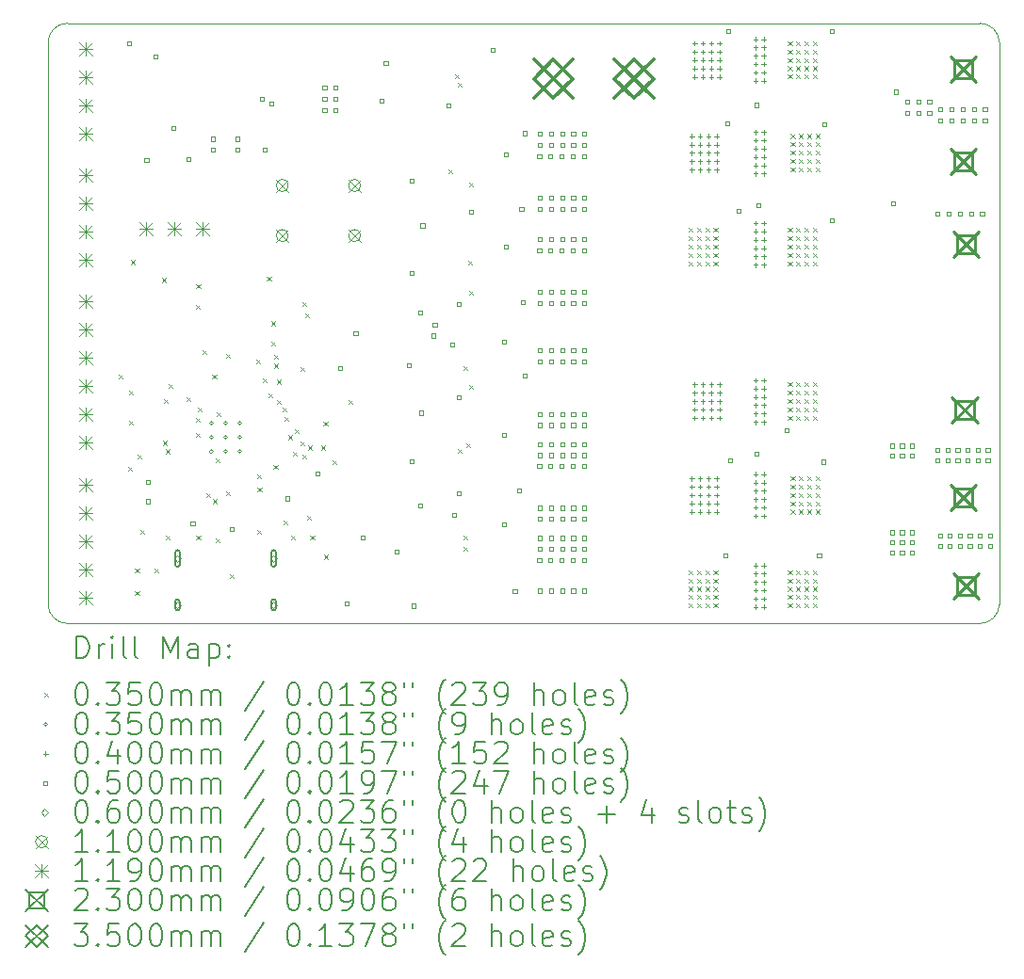
<source format=gbr>
%FSLAX45Y45*%
G04 Gerber Fmt 4.5, Leading zero omitted, Abs format (unit mm)*
G04 Created by KiCad (PCBNEW 6.0.0-rc2) date 2022-06-15 19:41:07*
%MOMM*%
%LPD*%
G01*
G04 APERTURE LIST*
%TA.AperFunction,Profile*%
%ADD10C,0.050000*%
%TD*%
%ADD11C,0.200000*%
%ADD12C,0.035000*%
%ADD13C,0.040000*%
%ADD14C,0.050000*%
%ADD15C,0.060000*%
%ADD16C,0.110000*%
%ADD17C,0.119000*%
%ADD18C,0.230000*%
%ADD19C,0.350000*%
G04 APERTURE END LIST*
D10*
X7434000Y-12025000D02*
X7434000Y-6975000D01*
X15809000Y-12200000D02*
G75*
G03*
X15984000Y-12025000I0J175000D01*
G01*
X15809000Y-12200000D02*
X7609000Y-12200000D01*
X7609000Y-6800000D02*
G75*
G03*
X7434000Y-6975000I0J-175000D01*
G01*
X15984000Y-6975000D02*
G75*
G03*
X15809000Y-6800000I-175000J0D01*
G01*
X7434000Y-12025000D02*
G75*
G03*
X7609000Y-12200000I175000J0D01*
G01*
X15809000Y-6800000D02*
X7609000Y-6800000D01*
X15984000Y-6975000D02*
X15984000Y-12025000D01*
D11*
D12*
X8071500Y-9962500D02*
X8106500Y-9997500D01*
X8106500Y-9962500D02*
X8071500Y-9997500D01*
X8151500Y-10792500D02*
X8186500Y-10827500D01*
X8186500Y-10792500D02*
X8151500Y-10827500D01*
X8160500Y-10377000D02*
X8195500Y-10412000D01*
X8195500Y-10377000D02*
X8160500Y-10412000D01*
X8161500Y-10102500D02*
X8196500Y-10137500D01*
X8196500Y-10102500D02*
X8161500Y-10137500D01*
X8181500Y-8932500D02*
X8216500Y-8967500D01*
X8216500Y-8932500D02*
X8181500Y-8967500D01*
X8216500Y-11707500D02*
X8251500Y-11742500D01*
X8251500Y-11707500D02*
X8216500Y-11742500D01*
X8216500Y-11907500D02*
X8251500Y-11942500D01*
X8251500Y-11907500D02*
X8216500Y-11942500D01*
X8241500Y-10682500D02*
X8276500Y-10717500D01*
X8276500Y-10682500D02*
X8241500Y-10717500D01*
X8266500Y-11357500D02*
X8301500Y-11392500D01*
X8301500Y-11357500D02*
X8266500Y-11392500D01*
X8391500Y-11707500D02*
X8426500Y-11742500D01*
X8426500Y-11707500D02*
X8391500Y-11742500D01*
X8461500Y-9092500D02*
X8496500Y-9127500D01*
X8496500Y-9092500D02*
X8461500Y-9127500D01*
X8467348Y-10557783D02*
X8502348Y-10592783D01*
X8502348Y-10557783D02*
X8467348Y-10592783D01*
X8471431Y-10180098D02*
X8506431Y-10215098D01*
X8506431Y-10180098D02*
X8471431Y-10215098D01*
X8491500Y-11407500D02*
X8526500Y-11442500D01*
X8526500Y-11407500D02*
X8491500Y-11442500D01*
X8491939Y-10633857D02*
X8526939Y-10668857D01*
X8526939Y-10633857D02*
X8491939Y-10668857D01*
X8516995Y-10041955D02*
X8551995Y-10076955D01*
X8551995Y-10041955D02*
X8516995Y-10076955D01*
X8681500Y-10162500D02*
X8716500Y-10197500D01*
X8716500Y-10162500D02*
X8681500Y-10197500D01*
X8760450Y-10482500D02*
X8795450Y-10517500D01*
X8795450Y-10482500D02*
X8760450Y-10517500D01*
X8761500Y-9332500D02*
X8796500Y-9367500D01*
X8796500Y-9332500D02*
X8761500Y-9367500D01*
X8762257Y-10348714D02*
X8797257Y-10383714D01*
X8797257Y-10348714D02*
X8762257Y-10383714D01*
X8766500Y-9147500D02*
X8801500Y-9182500D01*
X8801500Y-9147500D02*
X8766500Y-9182500D01*
X8766500Y-11407500D02*
X8801500Y-11442500D01*
X8801500Y-11407500D02*
X8766500Y-11442500D01*
X8776203Y-10253521D02*
X8811203Y-10288521D01*
X8811203Y-10253521D02*
X8776203Y-10288521D01*
X8821500Y-9742500D02*
X8856500Y-9777500D01*
X8856500Y-9742500D02*
X8821500Y-9777500D01*
X8853050Y-11025050D02*
X8888050Y-11060050D01*
X8888050Y-11025050D02*
X8853050Y-11060050D01*
X8911384Y-9962616D02*
X8946384Y-9997616D01*
X8946384Y-9962616D02*
X8911384Y-9997616D01*
X8915550Y-11082500D02*
X8950550Y-11117500D01*
X8950550Y-11082500D02*
X8915550Y-11117500D01*
X8940500Y-10717500D02*
X8975500Y-10752500D01*
X8975500Y-10717500D02*
X8940500Y-10752500D01*
X8941500Y-11432500D02*
X8976500Y-11467500D01*
X8976500Y-11432500D02*
X8941500Y-11467500D01*
X8950503Y-10297500D02*
X8985503Y-10332500D01*
X8985503Y-10297500D02*
X8950503Y-10332500D01*
X9030500Y-11012501D02*
X9065500Y-11047501D01*
X9065500Y-11012501D02*
X9030500Y-11047501D01*
X9034950Y-9771850D02*
X9069950Y-9806850D01*
X9069950Y-9771850D02*
X9034950Y-9806850D01*
X9066500Y-11757500D02*
X9101500Y-11792500D01*
X9101500Y-11757500D02*
X9066500Y-11792500D01*
X9302600Y-9824550D02*
X9337600Y-9859550D01*
X9337600Y-9824550D02*
X9302600Y-9859550D01*
X9316500Y-10857500D02*
X9351500Y-10892500D01*
X9351500Y-10857500D02*
X9316500Y-10892500D01*
X9316500Y-11357500D02*
X9351500Y-11392500D01*
X9351500Y-11357500D02*
X9316500Y-11392500D01*
X9317623Y-10976377D02*
X9352623Y-11011377D01*
X9352623Y-10976377D02*
X9317623Y-11011377D01*
X9365803Y-9994444D02*
X9400803Y-10029444D01*
X9400803Y-9994444D02*
X9365803Y-10029444D01*
X9401500Y-9082500D02*
X9436500Y-9117500D01*
X9436500Y-9082500D02*
X9401500Y-9117500D01*
X9416500Y-10132500D02*
X9451500Y-10167500D01*
X9451500Y-10132500D02*
X9416500Y-10167500D01*
X9441500Y-9482500D02*
X9476500Y-9517500D01*
X9476500Y-9482500D02*
X9441500Y-9517500D01*
X9441500Y-9662500D02*
X9476500Y-9697500D01*
X9476500Y-9662500D02*
X9441500Y-9697500D01*
X9461500Y-10775050D02*
X9496500Y-10810050D01*
X9496500Y-10775050D02*
X9461500Y-10810050D01*
X9466500Y-9782500D02*
X9501500Y-9817500D01*
X9501500Y-9782500D02*
X9466500Y-9817500D01*
X9467148Y-9863099D02*
X9502148Y-9898099D01*
X9502148Y-9863099D02*
X9467148Y-9898099D01*
X9491500Y-10007500D02*
X9526500Y-10042500D01*
X9526500Y-10007500D02*
X9491500Y-10042500D01*
X9491500Y-10189950D02*
X9526500Y-10224950D01*
X9526500Y-10189950D02*
X9491500Y-10224950D01*
X9541500Y-10257500D02*
X9576500Y-10292500D01*
X9576500Y-10257500D02*
X9541500Y-10292500D01*
X9550877Y-11273123D02*
X9585877Y-11308123D01*
X9585877Y-11273123D02*
X9550877Y-11308123D01*
X9562098Y-10341667D02*
X9597098Y-10376667D01*
X9597098Y-10341667D02*
X9562098Y-10376667D01*
X9588973Y-10507178D02*
X9623973Y-10542178D01*
X9623973Y-10507178D02*
X9588973Y-10542178D01*
X9616500Y-11407500D02*
X9651500Y-11442500D01*
X9651500Y-11407500D02*
X9616500Y-11442500D01*
X9635421Y-10657353D02*
X9670421Y-10692353D01*
X9670421Y-10657353D02*
X9635421Y-10692353D01*
X9648951Y-10454313D02*
X9683951Y-10489313D01*
X9683951Y-10454313D02*
X9648951Y-10489313D01*
X9701500Y-9892500D02*
X9736500Y-9927500D01*
X9736500Y-9892500D02*
X9701500Y-9927500D01*
X9702186Y-10561099D02*
X9737186Y-10596099D01*
X9737186Y-10561099D02*
X9702186Y-10596099D01*
X9716500Y-9307500D02*
X9751500Y-9342500D01*
X9751500Y-9307500D02*
X9716500Y-9342500D01*
X9721500Y-10682500D02*
X9756500Y-10717500D01*
X9756500Y-10682500D02*
X9721500Y-10717500D01*
X9741500Y-9407500D02*
X9776500Y-9442500D01*
X9776500Y-9407500D02*
X9741500Y-9442500D01*
X9761500Y-11232500D02*
X9796500Y-11267500D01*
X9796500Y-11232500D02*
X9761500Y-11267500D01*
X9772845Y-10599950D02*
X9807845Y-10634950D01*
X9807845Y-10599950D02*
X9772845Y-10634950D01*
X9791500Y-11407500D02*
X9826500Y-11442500D01*
X9826500Y-11407500D02*
X9791500Y-11442500D01*
X9891500Y-10600050D02*
X9926500Y-10635050D01*
X9926500Y-10600050D02*
X9891500Y-10635050D01*
X9910500Y-10387500D02*
X9945500Y-10422500D01*
X9945500Y-10387500D02*
X9910500Y-10422500D01*
X9916500Y-11582500D02*
X9951500Y-11617500D01*
X9951500Y-11582500D02*
X9916500Y-11617500D01*
X9991500Y-10732500D02*
X10026500Y-10767500D01*
X10026500Y-10732500D02*
X9991500Y-10767500D01*
X10131500Y-10192500D02*
X10166500Y-10227500D01*
X10166500Y-10192500D02*
X10131500Y-10227500D01*
X11034573Y-8114427D02*
X11069573Y-8149427D01*
X11069573Y-8114427D02*
X11034573Y-8149427D01*
X11091500Y-7257500D02*
X11126500Y-7292500D01*
X11126500Y-7257500D02*
X11091500Y-7292500D01*
X11114328Y-7337550D02*
X11149328Y-7372550D01*
X11149328Y-7337550D02*
X11114328Y-7372550D01*
X11116500Y-10632500D02*
X11151500Y-10667500D01*
X11151500Y-10632500D02*
X11116500Y-10667500D01*
X11166500Y-9882500D02*
X11201500Y-9917500D01*
X11201500Y-9882500D02*
X11166500Y-9917500D01*
X11166500Y-11407500D02*
X11201500Y-11442500D01*
X11201500Y-11407500D02*
X11166500Y-11442500D01*
X11166500Y-11507500D02*
X11201500Y-11542500D01*
X11201500Y-11507500D02*
X11166500Y-11542500D01*
X11191500Y-10582500D02*
X11226500Y-10617500D01*
X11226500Y-10582500D02*
X11191500Y-10617500D01*
X11212467Y-8936533D02*
X11247467Y-8971533D01*
X11247467Y-8936533D02*
X11212467Y-8971533D01*
X11216500Y-8232500D02*
X11251500Y-8267500D01*
X11251500Y-8232500D02*
X11216500Y-8267500D01*
X11216500Y-9207500D02*
X11251500Y-9242500D01*
X11251500Y-9207500D02*
X11216500Y-9242500D01*
X11216500Y-10057500D02*
X11251500Y-10092500D01*
X11251500Y-10057500D02*
X11216500Y-10092500D01*
X13190590Y-8642500D02*
X13225590Y-8677500D01*
X13225590Y-8642500D02*
X13190590Y-8677500D01*
X13190590Y-8717500D02*
X13225590Y-8752500D01*
X13225590Y-8717500D02*
X13190590Y-8752500D01*
X13190590Y-8792500D02*
X13225590Y-8827500D01*
X13225590Y-8792500D02*
X13190590Y-8827500D01*
X13190590Y-8867500D02*
X13225590Y-8902500D01*
X13225590Y-8867500D02*
X13190590Y-8902500D01*
X13190590Y-8942500D02*
X13225590Y-8977500D01*
X13225590Y-8942500D02*
X13190590Y-8977500D01*
X13190590Y-11720500D02*
X13225590Y-11755500D01*
X13225590Y-11720500D02*
X13190590Y-11755500D01*
X13190590Y-11795500D02*
X13225590Y-11830500D01*
X13225590Y-11795500D02*
X13190590Y-11830500D01*
X13190590Y-11870500D02*
X13225590Y-11905500D01*
X13225590Y-11870500D02*
X13190590Y-11905500D01*
X13190590Y-11945500D02*
X13225590Y-11980500D01*
X13225590Y-11945500D02*
X13190590Y-11980500D01*
X13190590Y-12020500D02*
X13225590Y-12055500D01*
X13225590Y-12020500D02*
X13190590Y-12055500D01*
X13265590Y-8642500D02*
X13300590Y-8677500D01*
X13300590Y-8642500D02*
X13265590Y-8677500D01*
X13265590Y-8717500D02*
X13300590Y-8752500D01*
X13300590Y-8717500D02*
X13265590Y-8752500D01*
X13265590Y-8792500D02*
X13300590Y-8827500D01*
X13300590Y-8792500D02*
X13265590Y-8827500D01*
X13265590Y-8867500D02*
X13300590Y-8902500D01*
X13300590Y-8867500D02*
X13265590Y-8902500D01*
X13265590Y-8942500D02*
X13300590Y-8977500D01*
X13300590Y-8942500D02*
X13265590Y-8977500D01*
X13265590Y-11720500D02*
X13300590Y-11755500D01*
X13300590Y-11720500D02*
X13265590Y-11755500D01*
X13265590Y-11795500D02*
X13300590Y-11830500D01*
X13300590Y-11795500D02*
X13265590Y-11830500D01*
X13265590Y-11870500D02*
X13300590Y-11905500D01*
X13300590Y-11870500D02*
X13265590Y-11905500D01*
X13265590Y-11945500D02*
X13300590Y-11980500D01*
X13300590Y-11945500D02*
X13265590Y-11980500D01*
X13265590Y-12020500D02*
X13300590Y-12055500D01*
X13300590Y-12020500D02*
X13265590Y-12055500D01*
X13340590Y-8642500D02*
X13375590Y-8677500D01*
X13375590Y-8642500D02*
X13340590Y-8677500D01*
X13340590Y-8717500D02*
X13375590Y-8752500D01*
X13375590Y-8717500D02*
X13340590Y-8752500D01*
X13340590Y-8792500D02*
X13375590Y-8827500D01*
X13375590Y-8792500D02*
X13340590Y-8827500D01*
X13340590Y-8867500D02*
X13375590Y-8902500D01*
X13375590Y-8867500D02*
X13340590Y-8902500D01*
X13340590Y-8942500D02*
X13375590Y-8977500D01*
X13375590Y-8942500D02*
X13340590Y-8977500D01*
X13340590Y-11720500D02*
X13375590Y-11755500D01*
X13375590Y-11720500D02*
X13340590Y-11755500D01*
X13340590Y-11795500D02*
X13375590Y-11830500D01*
X13375590Y-11795500D02*
X13340590Y-11830500D01*
X13340590Y-11870500D02*
X13375590Y-11905500D01*
X13375590Y-11870500D02*
X13340590Y-11905500D01*
X13340590Y-11945500D02*
X13375590Y-11980500D01*
X13375590Y-11945500D02*
X13340590Y-11980500D01*
X13340590Y-12020500D02*
X13375590Y-12055500D01*
X13375590Y-12020500D02*
X13340590Y-12055500D01*
X13415590Y-8642500D02*
X13450590Y-8677500D01*
X13450590Y-8642500D02*
X13415590Y-8677500D01*
X13415590Y-8717500D02*
X13450590Y-8752500D01*
X13450590Y-8717500D02*
X13415590Y-8752500D01*
X13415590Y-8792500D02*
X13450590Y-8827500D01*
X13450590Y-8792500D02*
X13415590Y-8827500D01*
X13415590Y-8867500D02*
X13450590Y-8902500D01*
X13450590Y-8867500D02*
X13415590Y-8902500D01*
X13415590Y-8942500D02*
X13450590Y-8977500D01*
X13450590Y-8942500D02*
X13415590Y-8977500D01*
X13415590Y-11720500D02*
X13450590Y-11755500D01*
X13450590Y-11720500D02*
X13415590Y-11755500D01*
X13415590Y-11795500D02*
X13450590Y-11830500D01*
X13450590Y-11795500D02*
X13415590Y-11830500D01*
X13415590Y-11870500D02*
X13450590Y-11905500D01*
X13450590Y-11870500D02*
X13415590Y-11905500D01*
X13415590Y-11945500D02*
X13450590Y-11980500D01*
X13450590Y-11945500D02*
X13415590Y-11980500D01*
X13415590Y-12020500D02*
X13450590Y-12055500D01*
X13450590Y-12020500D02*
X13415590Y-12055500D01*
X14084590Y-6962500D02*
X14119590Y-6997500D01*
X14119590Y-6962500D02*
X14084590Y-6997500D01*
X14084590Y-7037500D02*
X14119590Y-7072500D01*
X14119590Y-7037500D02*
X14084590Y-7072500D01*
X14084590Y-7112500D02*
X14119590Y-7147500D01*
X14119590Y-7112500D02*
X14084590Y-7147500D01*
X14084590Y-7187500D02*
X14119590Y-7222500D01*
X14119590Y-7187500D02*
X14084590Y-7222500D01*
X14084590Y-7262500D02*
X14119590Y-7297500D01*
X14119590Y-7262500D02*
X14084590Y-7297500D01*
X14084590Y-8642500D02*
X14119590Y-8677500D01*
X14119590Y-8642500D02*
X14084590Y-8677500D01*
X14084590Y-8717500D02*
X14119590Y-8752500D01*
X14119590Y-8717500D02*
X14084590Y-8752500D01*
X14084590Y-8792500D02*
X14119590Y-8827500D01*
X14119590Y-8792500D02*
X14084590Y-8827500D01*
X14084590Y-8867500D02*
X14119590Y-8902500D01*
X14119590Y-8867500D02*
X14084590Y-8902500D01*
X14084590Y-8942500D02*
X14119590Y-8977500D01*
X14119590Y-8942500D02*
X14084590Y-8977500D01*
X14084590Y-10030500D02*
X14119590Y-10065500D01*
X14119590Y-10030500D02*
X14084590Y-10065500D01*
X14084590Y-10105500D02*
X14119590Y-10140500D01*
X14119590Y-10105500D02*
X14084590Y-10140500D01*
X14084590Y-10180500D02*
X14119590Y-10215500D01*
X14119590Y-10180500D02*
X14084590Y-10215500D01*
X14084590Y-10255500D02*
X14119590Y-10290500D01*
X14119590Y-10255500D02*
X14084590Y-10290500D01*
X14084590Y-10330500D02*
X14119590Y-10365500D01*
X14119590Y-10330500D02*
X14084590Y-10365500D01*
X14084590Y-11720500D02*
X14119590Y-11755500D01*
X14119590Y-11720500D02*
X14084590Y-11755500D01*
X14084590Y-11795500D02*
X14119590Y-11830500D01*
X14119590Y-11795500D02*
X14084590Y-11830500D01*
X14084590Y-11870500D02*
X14119590Y-11905500D01*
X14119590Y-11870500D02*
X14084590Y-11905500D01*
X14084590Y-11945500D02*
X14119590Y-11980500D01*
X14119590Y-11945500D02*
X14084590Y-11980500D01*
X14084590Y-12020500D02*
X14119590Y-12055500D01*
X14119590Y-12020500D02*
X14084590Y-12055500D01*
X14109590Y-7797500D02*
X14144590Y-7832500D01*
X14144590Y-7797500D02*
X14109590Y-7832500D01*
X14109590Y-7872500D02*
X14144590Y-7907500D01*
X14144590Y-7872500D02*
X14109590Y-7907500D01*
X14109590Y-7947500D02*
X14144590Y-7982500D01*
X14144590Y-7947500D02*
X14109590Y-7982500D01*
X14109590Y-8022500D02*
X14144590Y-8057500D01*
X14144590Y-8022500D02*
X14109590Y-8057500D01*
X14109590Y-8097500D02*
X14144590Y-8132500D01*
X14144590Y-8097500D02*
X14109590Y-8132500D01*
X14109590Y-10875500D02*
X14144590Y-10910500D01*
X14144590Y-10875500D02*
X14109590Y-10910500D01*
X14109590Y-10950500D02*
X14144590Y-10985500D01*
X14144590Y-10950500D02*
X14109590Y-10985500D01*
X14109590Y-11025500D02*
X14144590Y-11060500D01*
X14144590Y-11025500D02*
X14109590Y-11060500D01*
X14109590Y-11100500D02*
X14144590Y-11135500D01*
X14144590Y-11100500D02*
X14109590Y-11135500D01*
X14109590Y-11175500D02*
X14144590Y-11210500D01*
X14144590Y-11175500D02*
X14109590Y-11210500D01*
X14159590Y-6962500D02*
X14194590Y-6997500D01*
X14194590Y-6962500D02*
X14159590Y-6997500D01*
X14159590Y-7037500D02*
X14194590Y-7072500D01*
X14194590Y-7037500D02*
X14159590Y-7072500D01*
X14159590Y-7112500D02*
X14194590Y-7147500D01*
X14194590Y-7112500D02*
X14159590Y-7147500D01*
X14159590Y-7187500D02*
X14194590Y-7222500D01*
X14194590Y-7187500D02*
X14159590Y-7222500D01*
X14159590Y-7262500D02*
X14194590Y-7297500D01*
X14194590Y-7262500D02*
X14159590Y-7297500D01*
X14159590Y-8642500D02*
X14194590Y-8677500D01*
X14194590Y-8642500D02*
X14159590Y-8677500D01*
X14159590Y-8717500D02*
X14194590Y-8752500D01*
X14194590Y-8717500D02*
X14159590Y-8752500D01*
X14159590Y-8792500D02*
X14194590Y-8827500D01*
X14194590Y-8792500D02*
X14159590Y-8827500D01*
X14159590Y-8867500D02*
X14194590Y-8902500D01*
X14194590Y-8867500D02*
X14159590Y-8902500D01*
X14159590Y-8942500D02*
X14194590Y-8977500D01*
X14194590Y-8942500D02*
X14159590Y-8977500D01*
X14159590Y-10030500D02*
X14194590Y-10065500D01*
X14194590Y-10030500D02*
X14159590Y-10065500D01*
X14159590Y-10105500D02*
X14194590Y-10140500D01*
X14194590Y-10105500D02*
X14159590Y-10140500D01*
X14159590Y-10180500D02*
X14194590Y-10215500D01*
X14194590Y-10180500D02*
X14159590Y-10215500D01*
X14159590Y-10255500D02*
X14194590Y-10290500D01*
X14194590Y-10255500D02*
X14159590Y-10290500D01*
X14159590Y-10330500D02*
X14194590Y-10365500D01*
X14194590Y-10330500D02*
X14159590Y-10365500D01*
X14159590Y-11720500D02*
X14194590Y-11755500D01*
X14194590Y-11720500D02*
X14159590Y-11755500D01*
X14159590Y-11795500D02*
X14194590Y-11830500D01*
X14194590Y-11795500D02*
X14159590Y-11830500D01*
X14159590Y-11870500D02*
X14194590Y-11905500D01*
X14194590Y-11870500D02*
X14159590Y-11905500D01*
X14159590Y-11945500D02*
X14194590Y-11980500D01*
X14194590Y-11945500D02*
X14159590Y-11980500D01*
X14159590Y-12020500D02*
X14194590Y-12055500D01*
X14194590Y-12020500D02*
X14159590Y-12055500D01*
X14184590Y-7797500D02*
X14219590Y-7832500D01*
X14219590Y-7797500D02*
X14184590Y-7832500D01*
X14184590Y-7872500D02*
X14219590Y-7907500D01*
X14219590Y-7872500D02*
X14184590Y-7907500D01*
X14184590Y-7947500D02*
X14219590Y-7982500D01*
X14219590Y-7947500D02*
X14184590Y-7982500D01*
X14184590Y-8022500D02*
X14219590Y-8057500D01*
X14219590Y-8022500D02*
X14184590Y-8057500D01*
X14184590Y-8097500D02*
X14219590Y-8132500D01*
X14219590Y-8097500D02*
X14184590Y-8132500D01*
X14184590Y-10875500D02*
X14219590Y-10910500D01*
X14219590Y-10875500D02*
X14184590Y-10910500D01*
X14184590Y-10950500D02*
X14219590Y-10985500D01*
X14219590Y-10950500D02*
X14184590Y-10985500D01*
X14184590Y-11025500D02*
X14219590Y-11060500D01*
X14219590Y-11025500D02*
X14184590Y-11060500D01*
X14184590Y-11100500D02*
X14219590Y-11135500D01*
X14219590Y-11100500D02*
X14184590Y-11135500D01*
X14184590Y-11175500D02*
X14219590Y-11210500D01*
X14219590Y-11175500D02*
X14184590Y-11210500D01*
X14234590Y-6962500D02*
X14269590Y-6997500D01*
X14269590Y-6962500D02*
X14234590Y-6997500D01*
X14234590Y-7037500D02*
X14269590Y-7072500D01*
X14269590Y-7037500D02*
X14234590Y-7072500D01*
X14234590Y-7112500D02*
X14269590Y-7147500D01*
X14269590Y-7112500D02*
X14234590Y-7147500D01*
X14234590Y-7187500D02*
X14269590Y-7222500D01*
X14269590Y-7187500D02*
X14234590Y-7222500D01*
X14234590Y-7262500D02*
X14269590Y-7297500D01*
X14269590Y-7262500D02*
X14234590Y-7297500D01*
X14234590Y-8642500D02*
X14269590Y-8677500D01*
X14269590Y-8642500D02*
X14234590Y-8677500D01*
X14234590Y-8717500D02*
X14269590Y-8752500D01*
X14269590Y-8717500D02*
X14234590Y-8752500D01*
X14234590Y-8792500D02*
X14269590Y-8827500D01*
X14269590Y-8792500D02*
X14234590Y-8827500D01*
X14234590Y-8867500D02*
X14269590Y-8902500D01*
X14269590Y-8867500D02*
X14234590Y-8902500D01*
X14234590Y-8942500D02*
X14269590Y-8977500D01*
X14269590Y-8942500D02*
X14234590Y-8977500D01*
X14234590Y-10030500D02*
X14269590Y-10065500D01*
X14269590Y-10030500D02*
X14234590Y-10065500D01*
X14234590Y-10105500D02*
X14269590Y-10140500D01*
X14269590Y-10105500D02*
X14234590Y-10140500D01*
X14234590Y-10180500D02*
X14269590Y-10215500D01*
X14269590Y-10180500D02*
X14234590Y-10215500D01*
X14234590Y-10255500D02*
X14269590Y-10290500D01*
X14269590Y-10255500D02*
X14234590Y-10290500D01*
X14234590Y-10330500D02*
X14269590Y-10365500D01*
X14269590Y-10330500D02*
X14234590Y-10365500D01*
X14234590Y-11720500D02*
X14269590Y-11755500D01*
X14269590Y-11720500D02*
X14234590Y-11755500D01*
X14234590Y-11795500D02*
X14269590Y-11830500D01*
X14269590Y-11795500D02*
X14234590Y-11830500D01*
X14234590Y-11870500D02*
X14269590Y-11905500D01*
X14269590Y-11870500D02*
X14234590Y-11905500D01*
X14234590Y-11945500D02*
X14269590Y-11980500D01*
X14269590Y-11945500D02*
X14234590Y-11980500D01*
X14234590Y-12020500D02*
X14269590Y-12055500D01*
X14269590Y-12020500D02*
X14234590Y-12055500D01*
X14259590Y-7797500D02*
X14294590Y-7832500D01*
X14294590Y-7797500D02*
X14259590Y-7832500D01*
X14259590Y-7872500D02*
X14294590Y-7907500D01*
X14294590Y-7872500D02*
X14259590Y-7907500D01*
X14259590Y-7947500D02*
X14294590Y-7982500D01*
X14294590Y-7947500D02*
X14259590Y-7982500D01*
X14259590Y-8022500D02*
X14294590Y-8057500D01*
X14294590Y-8022500D02*
X14259590Y-8057500D01*
X14259590Y-8097500D02*
X14294590Y-8132500D01*
X14294590Y-8097500D02*
X14259590Y-8132500D01*
X14259590Y-10875500D02*
X14294590Y-10910500D01*
X14294590Y-10875500D02*
X14259590Y-10910500D01*
X14259590Y-10950500D02*
X14294590Y-10985500D01*
X14294590Y-10950500D02*
X14259590Y-10985500D01*
X14259590Y-11025500D02*
X14294590Y-11060500D01*
X14294590Y-11025500D02*
X14259590Y-11060500D01*
X14259590Y-11100500D02*
X14294590Y-11135500D01*
X14294590Y-11100500D02*
X14259590Y-11135500D01*
X14259590Y-11175500D02*
X14294590Y-11210500D01*
X14294590Y-11175500D02*
X14259590Y-11210500D01*
X14309590Y-6962500D02*
X14344590Y-6997500D01*
X14344590Y-6962500D02*
X14309590Y-6997500D01*
X14309590Y-7037500D02*
X14344590Y-7072500D01*
X14344590Y-7037500D02*
X14309590Y-7072500D01*
X14309590Y-7112500D02*
X14344590Y-7147500D01*
X14344590Y-7112500D02*
X14309590Y-7147500D01*
X14309590Y-7187500D02*
X14344590Y-7222500D01*
X14344590Y-7187500D02*
X14309590Y-7222500D01*
X14309590Y-7262500D02*
X14344590Y-7297500D01*
X14344590Y-7262500D02*
X14309590Y-7297500D01*
X14309590Y-8642500D02*
X14344590Y-8677500D01*
X14344590Y-8642500D02*
X14309590Y-8677500D01*
X14309590Y-8717500D02*
X14344590Y-8752500D01*
X14344590Y-8717500D02*
X14309590Y-8752500D01*
X14309590Y-8792500D02*
X14344590Y-8827500D01*
X14344590Y-8792500D02*
X14309590Y-8827500D01*
X14309590Y-8867500D02*
X14344590Y-8902500D01*
X14344590Y-8867500D02*
X14309590Y-8902500D01*
X14309590Y-8942500D02*
X14344590Y-8977500D01*
X14344590Y-8942500D02*
X14309590Y-8977500D01*
X14309590Y-10030500D02*
X14344590Y-10065500D01*
X14344590Y-10030500D02*
X14309590Y-10065500D01*
X14309590Y-10105500D02*
X14344590Y-10140500D01*
X14344590Y-10105500D02*
X14309590Y-10140500D01*
X14309590Y-10180500D02*
X14344590Y-10215500D01*
X14344590Y-10180500D02*
X14309590Y-10215500D01*
X14309590Y-10255500D02*
X14344590Y-10290500D01*
X14344590Y-10255500D02*
X14309590Y-10290500D01*
X14309590Y-10330500D02*
X14344590Y-10365500D01*
X14344590Y-10330500D02*
X14309590Y-10365500D01*
X14309590Y-11720500D02*
X14344590Y-11755500D01*
X14344590Y-11720500D02*
X14309590Y-11755500D01*
X14309590Y-11795500D02*
X14344590Y-11830500D01*
X14344590Y-11795500D02*
X14309590Y-11830500D01*
X14309590Y-11870500D02*
X14344590Y-11905500D01*
X14344590Y-11870500D02*
X14309590Y-11905500D01*
X14309590Y-11945500D02*
X14344590Y-11980500D01*
X14344590Y-11945500D02*
X14309590Y-11980500D01*
X14309590Y-12020500D02*
X14344590Y-12055500D01*
X14344590Y-12020500D02*
X14309590Y-12055500D01*
X14334590Y-7797500D02*
X14369590Y-7832500D01*
X14369590Y-7797500D02*
X14334590Y-7832500D01*
X14334590Y-7872500D02*
X14369590Y-7907500D01*
X14369590Y-7872500D02*
X14334590Y-7907500D01*
X14334590Y-7947500D02*
X14369590Y-7982500D01*
X14369590Y-7947500D02*
X14334590Y-7982500D01*
X14334590Y-8022500D02*
X14369590Y-8057500D01*
X14369590Y-8022500D02*
X14334590Y-8057500D01*
X14334590Y-8097500D02*
X14369590Y-8132500D01*
X14369590Y-8097500D02*
X14334590Y-8132500D01*
X14334590Y-10875500D02*
X14369590Y-10910500D01*
X14369590Y-10875500D02*
X14334590Y-10910500D01*
X14334590Y-10950500D02*
X14369590Y-10985500D01*
X14369590Y-10950500D02*
X14334590Y-10985500D01*
X14334590Y-11025500D02*
X14369590Y-11060500D01*
X14369590Y-11025500D02*
X14334590Y-11060500D01*
X14334590Y-11100500D02*
X14369590Y-11135500D01*
X14369590Y-11100500D02*
X14334590Y-11135500D01*
X14334590Y-11175500D02*
X14369590Y-11210500D01*
X14369590Y-11175500D02*
X14334590Y-11210500D01*
X8918000Y-10397500D02*
G75*
G03*
X8918000Y-10397500I-17500J0D01*
G01*
X8918000Y-10525000D02*
G75*
G03*
X8918000Y-10525000I-17500J0D01*
G01*
X8918000Y-10652500D02*
G75*
G03*
X8918000Y-10652500I-17500J0D01*
G01*
X9045500Y-10397500D02*
G75*
G03*
X9045500Y-10397500I-17500J0D01*
G01*
X9045500Y-10525000D02*
G75*
G03*
X9045500Y-10525000I-17500J0D01*
G01*
X9045500Y-10652500D02*
G75*
G03*
X9045500Y-10652500I-17500J0D01*
G01*
X9173000Y-10397500D02*
G75*
G03*
X9173000Y-10397500I-17500J0D01*
G01*
X9173000Y-10525000D02*
G75*
G03*
X9173000Y-10525000I-17500J0D01*
G01*
X9173000Y-10652500D02*
G75*
G03*
X9173000Y-10652500I-17500J0D01*
G01*
D13*
X13219000Y-7797000D02*
X13219000Y-7837000D01*
X13199000Y-7817000D02*
X13239000Y-7817000D01*
X13219000Y-7872000D02*
X13219000Y-7912000D01*
X13199000Y-7892000D02*
X13239000Y-7892000D01*
X13219000Y-7947000D02*
X13219000Y-7987000D01*
X13199000Y-7967000D02*
X13239000Y-7967000D01*
X13219000Y-8022000D02*
X13219000Y-8062000D01*
X13199000Y-8042000D02*
X13239000Y-8042000D01*
X13219000Y-8097000D02*
X13219000Y-8137000D01*
X13199000Y-8117000D02*
X13239000Y-8117000D01*
X13219000Y-10875000D02*
X13219000Y-10915000D01*
X13199000Y-10895000D02*
X13239000Y-10895000D01*
X13219000Y-10950000D02*
X13219000Y-10990000D01*
X13199000Y-10970000D02*
X13239000Y-10970000D01*
X13219000Y-11025000D02*
X13219000Y-11065000D01*
X13199000Y-11045000D02*
X13239000Y-11045000D01*
X13219000Y-11100000D02*
X13219000Y-11140000D01*
X13199000Y-11120000D02*
X13239000Y-11120000D01*
X13219000Y-11175000D02*
X13219000Y-11215000D01*
X13199000Y-11195000D02*
X13239000Y-11195000D01*
X13244000Y-6962000D02*
X13244000Y-7002000D01*
X13224000Y-6982000D02*
X13264000Y-6982000D01*
X13244000Y-7037000D02*
X13244000Y-7077000D01*
X13224000Y-7057000D02*
X13264000Y-7057000D01*
X13244000Y-7112000D02*
X13244000Y-7152000D01*
X13224000Y-7132000D02*
X13264000Y-7132000D01*
X13244000Y-7187000D02*
X13244000Y-7227000D01*
X13224000Y-7207000D02*
X13264000Y-7207000D01*
X13244000Y-7262000D02*
X13244000Y-7302000D01*
X13224000Y-7282000D02*
X13264000Y-7282000D01*
X13244000Y-10030000D02*
X13244000Y-10070000D01*
X13224000Y-10050000D02*
X13264000Y-10050000D01*
X13244000Y-10105000D02*
X13244000Y-10145000D01*
X13224000Y-10125000D02*
X13264000Y-10125000D01*
X13244000Y-10180000D02*
X13244000Y-10220000D01*
X13224000Y-10200000D02*
X13264000Y-10200000D01*
X13244000Y-10255000D02*
X13244000Y-10295000D01*
X13224000Y-10275000D02*
X13264000Y-10275000D01*
X13244000Y-10330000D02*
X13244000Y-10370000D01*
X13224000Y-10350000D02*
X13264000Y-10350000D01*
X13294000Y-7797000D02*
X13294000Y-7837000D01*
X13274000Y-7817000D02*
X13314000Y-7817000D01*
X13294000Y-7872000D02*
X13294000Y-7912000D01*
X13274000Y-7892000D02*
X13314000Y-7892000D01*
X13294000Y-7947000D02*
X13294000Y-7987000D01*
X13274000Y-7967000D02*
X13314000Y-7967000D01*
X13294000Y-8022000D02*
X13294000Y-8062000D01*
X13274000Y-8042000D02*
X13314000Y-8042000D01*
X13294000Y-8097000D02*
X13294000Y-8137000D01*
X13274000Y-8117000D02*
X13314000Y-8117000D01*
X13294000Y-10875000D02*
X13294000Y-10915000D01*
X13274000Y-10895000D02*
X13314000Y-10895000D01*
X13294000Y-10950000D02*
X13294000Y-10990000D01*
X13274000Y-10970000D02*
X13314000Y-10970000D01*
X13294000Y-11025000D02*
X13294000Y-11065000D01*
X13274000Y-11045000D02*
X13314000Y-11045000D01*
X13294000Y-11100000D02*
X13294000Y-11140000D01*
X13274000Y-11120000D02*
X13314000Y-11120000D01*
X13294000Y-11175000D02*
X13294000Y-11215000D01*
X13274000Y-11195000D02*
X13314000Y-11195000D01*
X13319000Y-6962000D02*
X13319000Y-7002000D01*
X13299000Y-6982000D02*
X13339000Y-6982000D01*
X13319000Y-7037000D02*
X13319000Y-7077000D01*
X13299000Y-7057000D02*
X13339000Y-7057000D01*
X13319000Y-7112000D02*
X13319000Y-7152000D01*
X13299000Y-7132000D02*
X13339000Y-7132000D01*
X13319000Y-7187000D02*
X13319000Y-7227000D01*
X13299000Y-7207000D02*
X13339000Y-7207000D01*
X13319000Y-7262000D02*
X13319000Y-7302000D01*
X13299000Y-7282000D02*
X13339000Y-7282000D01*
X13319000Y-10030000D02*
X13319000Y-10070000D01*
X13299000Y-10050000D02*
X13339000Y-10050000D01*
X13319000Y-10105000D02*
X13319000Y-10145000D01*
X13299000Y-10125000D02*
X13339000Y-10125000D01*
X13319000Y-10180000D02*
X13319000Y-10220000D01*
X13299000Y-10200000D02*
X13339000Y-10200000D01*
X13319000Y-10255000D02*
X13319000Y-10295000D01*
X13299000Y-10275000D02*
X13339000Y-10275000D01*
X13319000Y-10330000D02*
X13319000Y-10370000D01*
X13299000Y-10350000D02*
X13339000Y-10350000D01*
X13369000Y-7797000D02*
X13369000Y-7837000D01*
X13349000Y-7817000D02*
X13389000Y-7817000D01*
X13369000Y-7872000D02*
X13369000Y-7912000D01*
X13349000Y-7892000D02*
X13389000Y-7892000D01*
X13369000Y-8097000D02*
X13369000Y-8137000D01*
X13349000Y-8117000D02*
X13389000Y-8117000D01*
X13369000Y-10875000D02*
X13369000Y-10915000D01*
X13349000Y-10895000D02*
X13389000Y-10895000D01*
X13369000Y-10950000D02*
X13369000Y-10990000D01*
X13349000Y-10970000D02*
X13389000Y-10970000D01*
X13369000Y-11175000D02*
X13369000Y-11215000D01*
X13349000Y-11195000D02*
X13389000Y-11195000D01*
X13370230Y-7947000D02*
X13370230Y-7987000D01*
X13350230Y-7967000D02*
X13390230Y-7967000D01*
X13370230Y-8022000D02*
X13370230Y-8062000D01*
X13350230Y-8042000D02*
X13390230Y-8042000D01*
X13370230Y-11025000D02*
X13370230Y-11065000D01*
X13350230Y-11045000D02*
X13390230Y-11045000D01*
X13370230Y-11100000D02*
X13370230Y-11140000D01*
X13350230Y-11120000D02*
X13390230Y-11120000D01*
X13392230Y-7037000D02*
X13392230Y-7077000D01*
X13372230Y-7057000D02*
X13412230Y-7057000D01*
X13392230Y-7112000D02*
X13392230Y-7152000D01*
X13372230Y-7132000D02*
X13412230Y-7132000D01*
X13392230Y-10105000D02*
X13392230Y-10145000D01*
X13372230Y-10125000D02*
X13412230Y-10125000D01*
X13392230Y-10180000D02*
X13392230Y-10220000D01*
X13372230Y-10200000D02*
X13412230Y-10200000D01*
X13394000Y-6962000D02*
X13394000Y-7002000D01*
X13374000Y-6982000D02*
X13414000Y-6982000D01*
X13394000Y-7187000D02*
X13394000Y-7227000D01*
X13374000Y-7207000D02*
X13414000Y-7207000D01*
X13394000Y-7262000D02*
X13394000Y-7302000D01*
X13374000Y-7282000D02*
X13414000Y-7282000D01*
X13394000Y-10030000D02*
X13394000Y-10070000D01*
X13374000Y-10050000D02*
X13414000Y-10050000D01*
X13394000Y-10255000D02*
X13394000Y-10295000D01*
X13374000Y-10275000D02*
X13414000Y-10275000D01*
X13394000Y-10330000D02*
X13394000Y-10370000D01*
X13374000Y-10350000D02*
X13414000Y-10350000D01*
X13444000Y-7797000D02*
X13444000Y-7837000D01*
X13424000Y-7817000D02*
X13464000Y-7817000D01*
X13444000Y-7872000D02*
X13444000Y-7912000D01*
X13424000Y-7892000D02*
X13464000Y-7892000D01*
X13444000Y-7947000D02*
X13444000Y-7987000D01*
X13424000Y-7967000D02*
X13464000Y-7967000D01*
X13444000Y-8022000D02*
X13444000Y-8062000D01*
X13424000Y-8042000D02*
X13464000Y-8042000D01*
X13444000Y-8097000D02*
X13444000Y-8137000D01*
X13424000Y-8117000D02*
X13464000Y-8117000D01*
X13444000Y-10875000D02*
X13444000Y-10915000D01*
X13424000Y-10895000D02*
X13464000Y-10895000D01*
X13444000Y-10950000D02*
X13444000Y-10990000D01*
X13424000Y-10970000D02*
X13464000Y-10970000D01*
X13444000Y-11025000D02*
X13444000Y-11065000D01*
X13424000Y-11045000D02*
X13464000Y-11045000D01*
X13444000Y-11100000D02*
X13444000Y-11140000D01*
X13424000Y-11120000D02*
X13464000Y-11120000D01*
X13444000Y-11175000D02*
X13444000Y-11215000D01*
X13424000Y-11195000D02*
X13464000Y-11195000D01*
X13469000Y-6962000D02*
X13469000Y-7002000D01*
X13449000Y-6982000D02*
X13489000Y-6982000D01*
X13469000Y-7037000D02*
X13469000Y-7077000D01*
X13449000Y-7057000D02*
X13489000Y-7057000D01*
X13469000Y-7112000D02*
X13469000Y-7152000D01*
X13449000Y-7132000D02*
X13489000Y-7132000D01*
X13469000Y-7187000D02*
X13469000Y-7227000D01*
X13449000Y-7207000D02*
X13489000Y-7207000D01*
X13469000Y-7262000D02*
X13469000Y-7302000D01*
X13449000Y-7282000D02*
X13489000Y-7282000D01*
X13469000Y-10030000D02*
X13469000Y-10070000D01*
X13449000Y-10050000D02*
X13489000Y-10050000D01*
X13469000Y-10105000D02*
X13469000Y-10145000D01*
X13449000Y-10125000D02*
X13489000Y-10125000D01*
X13469000Y-10180000D02*
X13469000Y-10220000D01*
X13449000Y-10200000D02*
X13489000Y-10200000D01*
X13469000Y-10255000D02*
X13469000Y-10295000D01*
X13449000Y-10275000D02*
X13489000Y-10275000D01*
X13469000Y-10330000D02*
X13469000Y-10370000D01*
X13449000Y-10350000D02*
X13489000Y-10350000D01*
X13792090Y-6923140D02*
X13792090Y-6963140D01*
X13772090Y-6943140D02*
X13812090Y-6943140D01*
X13792090Y-6998140D02*
X13792090Y-7038140D01*
X13772090Y-7018140D02*
X13812090Y-7018140D01*
X13792090Y-7073140D02*
X13792090Y-7113140D01*
X13772090Y-7093140D02*
X13812090Y-7093140D01*
X13792090Y-7148140D02*
X13792090Y-7188140D01*
X13772090Y-7168140D02*
X13812090Y-7168140D01*
X13792090Y-7223140D02*
X13792090Y-7263140D01*
X13772090Y-7243140D02*
X13812090Y-7243140D01*
X13792090Y-7298140D02*
X13792090Y-7338140D01*
X13772090Y-7318140D02*
X13812090Y-7318140D01*
X13792090Y-7758140D02*
X13792090Y-7798140D01*
X13772090Y-7778140D02*
X13812090Y-7778140D01*
X13792090Y-7833140D02*
X13792090Y-7873140D01*
X13772090Y-7853140D02*
X13812090Y-7853140D01*
X13792090Y-7908140D02*
X13792090Y-7948140D01*
X13772090Y-7928140D02*
X13812090Y-7928140D01*
X13792090Y-7983140D02*
X13792090Y-8023140D01*
X13772090Y-8003140D02*
X13812090Y-8003140D01*
X13792090Y-8058140D02*
X13792090Y-8098140D01*
X13772090Y-8078140D02*
X13812090Y-8078140D01*
X13792090Y-8133140D02*
X13792090Y-8173140D01*
X13772090Y-8153140D02*
X13812090Y-8153140D01*
X13792090Y-8578140D02*
X13792090Y-8618140D01*
X13772090Y-8598140D02*
X13812090Y-8598140D01*
X13792090Y-8653140D02*
X13792090Y-8693140D01*
X13772090Y-8673140D02*
X13812090Y-8673140D01*
X13792090Y-8728140D02*
X13792090Y-8768140D01*
X13772090Y-8748140D02*
X13812090Y-8748140D01*
X13792090Y-8803140D02*
X13792090Y-8843140D01*
X13772090Y-8823140D02*
X13812090Y-8823140D01*
X13792090Y-8878140D02*
X13792090Y-8918140D01*
X13772090Y-8898140D02*
X13812090Y-8898140D01*
X13792090Y-8953140D02*
X13792090Y-8993140D01*
X13772090Y-8973140D02*
X13812090Y-8973140D01*
X13792090Y-9991140D02*
X13792090Y-10031140D01*
X13772090Y-10011140D02*
X13812090Y-10011140D01*
X13792090Y-10066140D02*
X13792090Y-10106140D01*
X13772090Y-10086140D02*
X13812090Y-10086140D01*
X13792090Y-10141140D02*
X13792090Y-10181140D01*
X13772090Y-10161140D02*
X13812090Y-10161140D01*
X13792090Y-10216140D02*
X13792090Y-10256140D01*
X13772090Y-10236140D02*
X13812090Y-10236140D01*
X13792090Y-10291140D02*
X13792090Y-10331140D01*
X13772090Y-10311140D02*
X13812090Y-10311140D01*
X13792090Y-10366140D02*
X13792090Y-10406140D01*
X13772090Y-10386140D02*
X13812090Y-10386140D01*
X13792090Y-10836140D02*
X13792090Y-10876140D01*
X13772090Y-10856140D02*
X13812090Y-10856140D01*
X13792090Y-10911140D02*
X13792090Y-10951140D01*
X13772090Y-10931140D02*
X13812090Y-10931140D01*
X13792090Y-10986140D02*
X13792090Y-11026140D01*
X13772090Y-11006140D02*
X13812090Y-11006140D01*
X13792090Y-11061140D02*
X13792090Y-11101140D01*
X13772090Y-11081140D02*
X13812090Y-11081140D01*
X13792090Y-11136140D02*
X13792090Y-11176140D01*
X13772090Y-11156140D02*
X13812090Y-11156140D01*
X13792090Y-11211140D02*
X13792090Y-11251140D01*
X13772090Y-11231140D02*
X13812090Y-11231140D01*
X13792090Y-11656140D02*
X13792090Y-11696140D01*
X13772090Y-11676140D02*
X13812090Y-11676140D01*
X13792090Y-11731140D02*
X13792090Y-11771140D01*
X13772090Y-11751140D02*
X13812090Y-11751140D01*
X13792090Y-11806140D02*
X13792090Y-11846140D01*
X13772090Y-11826140D02*
X13812090Y-11826140D01*
X13792090Y-11881140D02*
X13792090Y-11921140D01*
X13772090Y-11901140D02*
X13812090Y-11901140D01*
X13792090Y-11956140D02*
X13792090Y-11996140D01*
X13772090Y-11976140D02*
X13812090Y-11976140D01*
X13792090Y-12031140D02*
X13792090Y-12071140D01*
X13772090Y-12051140D02*
X13812090Y-12051140D01*
X13867090Y-6923140D02*
X13867090Y-6963140D01*
X13847090Y-6943140D02*
X13887090Y-6943140D01*
X13867090Y-6998140D02*
X13867090Y-7038140D01*
X13847090Y-7018140D02*
X13887090Y-7018140D01*
X13867090Y-7073140D02*
X13867090Y-7113140D01*
X13847090Y-7093140D02*
X13887090Y-7093140D01*
X13867090Y-7148140D02*
X13867090Y-7188140D01*
X13847090Y-7168140D02*
X13887090Y-7168140D01*
X13867090Y-7223140D02*
X13867090Y-7263140D01*
X13847090Y-7243140D02*
X13887090Y-7243140D01*
X13867090Y-7298140D02*
X13867090Y-7338140D01*
X13847090Y-7318140D02*
X13887090Y-7318140D01*
X13867090Y-7758140D02*
X13867090Y-7798140D01*
X13847090Y-7778140D02*
X13887090Y-7778140D01*
X13867090Y-7833140D02*
X13867090Y-7873140D01*
X13847090Y-7853140D02*
X13887090Y-7853140D01*
X13867090Y-7908140D02*
X13867090Y-7948140D01*
X13847090Y-7928140D02*
X13887090Y-7928140D01*
X13867090Y-7983140D02*
X13867090Y-8023140D01*
X13847090Y-8003140D02*
X13887090Y-8003140D01*
X13867090Y-8058140D02*
X13867090Y-8098140D01*
X13847090Y-8078140D02*
X13887090Y-8078140D01*
X13867090Y-8133140D02*
X13867090Y-8173140D01*
X13847090Y-8153140D02*
X13887090Y-8153140D01*
X13867090Y-8578140D02*
X13867090Y-8618140D01*
X13847090Y-8598140D02*
X13887090Y-8598140D01*
X13867090Y-8653140D02*
X13867090Y-8693140D01*
X13847090Y-8673140D02*
X13887090Y-8673140D01*
X13867090Y-8728140D02*
X13867090Y-8768140D01*
X13847090Y-8748140D02*
X13887090Y-8748140D01*
X13867090Y-8803140D02*
X13867090Y-8843140D01*
X13847090Y-8823140D02*
X13887090Y-8823140D01*
X13867090Y-8878140D02*
X13867090Y-8918140D01*
X13847090Y-8898140D02*
X13887090Y-8898140D01*
X13867090Y-8953140D02*
X13867090Y-8993140D01*
X13847090Y-8973140D02*
X13887090Y-8973140D01*
X13867090Y-9991140D02*
X13867090Y-10031140D01*
X13847090Y-10011140D02*
X13887090Y-10011140D01*
X13867090Y-10066140D02*
X13867090Y-10106140D01*
X13847090Y-10086140D02*
X13887090Y-10086140D01*
X13867090Y-10141140D02*
X13867090Y-10181140D01*
X13847090Y-10161140D02*
X13887090Y-10161140D01*
X13867090Y-10216140D02*
X13867090Y-10256140D01*
X13847090Y-10236140D02*
X13887090Y-10236140D01*
X13867090Y-10291140D02*
X13867090Y-10331140D01*
X13847090Y-10311140D02*
X13887090Y-10311140D01*
X13867090Y-10366140D02*
X13867090Y-10406140D01*
X13847090Y-10386140D02*
X13887090Y-10386140D01*
X13867090Y-10836140D02*
X13867090Y-10876140D01*
X13847090Y-10856140D02*
X13887090Y-10856140D01*
X13867090Y-10911140D02*
X13867090Y-10951140D01*
X13847090Y-10931140D02*
X13887090Y-10931140D01*
X13867090Y-10986140D02*
X13867090Y-11026140D01*
X13847090Y-11006140D02*
X13887090Y-11006140D01*
X13867090Y-11061140D02*
X13867090Y-11101140D01*
X13847090Y-11081140D02*
X13887090Y-11081140D01*
X13867090Y-11136140D02*
X13867090Y-11176140D01*
X13847090Y-11156140D02*
X13887090Y-11156140D01*
X13867090Y-11211140D02*
X13867090Y-11251140D01*
X13847090Y-11231140D02*
X13887090Y-11231140D01*
X13867090Y-11656140D02*
X13867090Y-11696140D01*
X13847090Y-11676140D02*
X13887090Y-11676140D01*
X13867090Y-11731140D02*
X13867090Y-11771140D01*
X13847090Y-11751140D02*
X13887090Y-11751140D01*
X13867090Y-11806140D02*
X13867090Y-11846140D01*
X13847090Y-11826140D02*
X13887090Y-11826140D01*
X13867090Y-11881140D02*
X13867090Y-11921140D01*
X13847090Y-11901140D02*
X13887090Y-11901140D01*
X13867090Y-11956140D02*
X13867090Y-11996140D01*
X13847090Y-11976140D02*
X13887090Y-11976140D01*
X13867090Y-12031140D02*
X13867090Y-12071140D01*
X13847090Y-12051140D02*
X13887090Y-12051140D01*
D14*
X8176678Y-6997678D02*
X8176678Y-6962322D01*
X8141322Y-6962322D01*
X8141322Y-6997678D01*
X8176678Y-6997678D01*
X8336678Y-8047678D02*
X8336678Y-8012322D01*
X8301322Y-8012322D01*
X8301322Y-8047678D01*
X8336678Y-8047678D01*
X8351678Y-10942678D02*
X8351678Y-10907322D01*
X8316322Y-10907322D01*
X8316322Y-10942678D01*
X8351678Y-10942678D01*
X8351678Y-11117678D02*
X8351678Y-11082322D01*
X8316322Y-11082322D01*
X8316322Y-11117678D01*
X8351678Y-11117678D01*
X8416678Y-7117678D02*
X8416678Y-7082322D01*
X8381322Y-7082322D01*
X8381322Y-7117678D01*
X8416678Y-7117678D01*
X8576678Y-7757678D02*
X8576678Y-7722322D01*
X8541322Y-7722322D01*
X8541322Y-7757678D01*
X8576678Y-7757678D01*
X8716678Y-8037678D02*
X8716678Y-8002322D01*
X8681322Y-8002322D01*
X8681322Y-8037678D01*
X8716678Y-8037678D01*
X8751678Y-11317678D02*
X8751678Y-11282322D01*
X8716322Y-11282322D01*
X8716322Y-11317678D01*
X8751678Y-11317678D01*
X8936678Y-7857678D02*
X8936678Y-7822322D01*
X8901322Y-7822322D01*
X8901322Y-7857678D01*
X8936678Y-7857678D01*
X8936678Y-7957678D02*
X8936678Y-7922322D01*
X8901322Y-7922322D01*
X8901322Y-7957678D01*
X8936678Y-7957678D01*
X9101678Y-11367678D02*
X9101678Y-11332322D01*
X9066322Y-11332322D01*
X9066322Y-11367678D01*
X9101678Y-11367678D01*
X9156678Y-7857678D02*
X9156678Y-7822322D01*
X9121322Y-7822322D01*
X9121322Y-7857678D01*
X9156678Y-7857678D01*
X9156678Y-7957678D02*
X9156678Y-7922322D01*
X9121322Y-7922322D01*
X9121322Y-7957678D01*
X9156678Y-7957678D01*
X9376678Y-7497678D02*
X9376678Y-7462322D01*
X9341322Y-7462322D01*
X9341322Y-7497678D01*
X9376678Y-7497678D01*
X9396678Y-7957678D02*
X9396678Y-7922322D01*
X9361322Y-7922322D01*
X9361322Y-7957678D01*
X9396678Y-7957678D01*
X9456678Y-7537678D02*
X9456678Y-7502322D01*
X9421322Y-7502322D01*
X9421322Y-7537678D01*
X9456678Y-7537678D01*
X9601678Y-11092678D02*
X9601678Y-11057322D01*
X9566322Y-11057322D01*
X9566322Y-11092678D01*
X9601678Y-11092678D01*
X9876678Y-10867678D02*
X9876678Y-10832322D01*
X9841322Y-10832322D01*
X9841322Y-10867678D01*
X9876678Y-10867678D01*
X9936678Y-7397678D02*
X9936678Y-7362322D01*
X9901322Y-7362322D01*
X9901322Y-7397678D01*
X9936678Y-7397678D01*
X9936678Y-7497678D02*
X9936678Y-7462322D01*
X9901322Y-7462322D01*
X9901322Y-7497678D01*
X9936678Y-7497678D01*
X9936678Y-7597678D02*
X9936678Y-7562322D01*
X9901322Y-7562322D01*
X9901322Y-7597678D01*
X9936678Y-7597678D01*
X10036678Y-7397678D02*
X10036678Y-7362322D01*
X10001322Y-7362322D01*
X10001322Y-7397678D01*
X10036678Y-7397678D01*
X10036678Y-7497678D02*
X10036678Y-7462322D01*
X10001322Y-7462322D01*
X10001322Y-7497678D01*
X10036678Y-7497678D01*
X10036678Y-7597678D02*
X10036678Y-7562322D01*
X10001322Y-7562322D01*
X10001322Y-7597678D01*
X10036678Y-7597678D01*
X10076678Y-9917678D02*
X10076678Y-9882322D01*
X10041322Y-9882322D01*
X10041322Y-9917678D01*
X10076678Y-9917678D01*
X10136678Y-12037678D02*
X10136678Y-12002322D01*
X10101322Y-12002322D01*
X10101322Y-12037678D01*
X10136678Y-12037678D01*
X10216678Y-9607678D02*
X10216678Y-9572322D01*
X10181322Y-9572322D01*
X10181322Y-9607678D01*
X10216678Y-9607678D01*
X10276678Y-11442678D02*
X10276678Y-11407322D01*
X10241322Y-11407322D01*
X10241322Y-11442678D01*
X10276678Y-11442678D01*
X10446678Y-7514678D02*
X10446678Y-7479322D01*
X10411322Y-7479322D01*
X10411322Y-7514678D01*
X10446678Y-7514678D01*
X10486678Y-7174678D02*
X10486678Y-7139322D01*
X10451322Y-7139322D01*
X10451322Y-7174678D01*
X10486678Y-7174678D01*
X10586678Y-11567678D02*
X10586678Y-11532322D01*
X10551322Y-11532322D01*
X10551322Y-11567678D01*
X10586678Y-11567678D01*
X10696678Y-9897678D02*
X10696678Y-9862322D01*
X10661322Y-9862322D01*
X10661322Y-9897678D01*
X10696678Y-9897678D01*
X10716678Y-8237678D02*
X10716678Y-8202322D01*
X10681322Y-8202322D01*
X10681322Y-8237678D01*
X10716678Y-8237678D01*
X10716678Y-9064678D02*
X10716678Y-9029322D01*
X10681322Y-9029322D01*
X10681322Y-9064678D01*
X10716678Y-9064678D01*
X10716678Y-10757678D02*
X10716678Y-10722322D01*
X10681322Y-10722322D01*
X10681322Y-10757678D01*
X10716678Y-10757678D01*
X10736678Y-12057678D02*
X10736678Y-12022322D01*
X10701322Y-12022322D01*
X10701322Y-12057678D01*
X10736678Y-12057678D01*
X10796678Y-9417678D02*
X10796678Y-9382322D01*
X10761322Y-9382322D01*
X10761322Y-9417678D01*
X10796678Y-9417678D01*
X10796678Y-11157678D02*
X10796678Y-11122322D01*
X10761322Y-11122322D01*
X10761322Y-11157678D01*
X10796678Y-11157678D01*
X10806678Y-10322678D02*
X10806678Y-10287322D01*
X10771322Y-10287322D01*
X10771322Y-10322678D01*
X10806678Y-10322678D01*
X10816678Y-8637678D02*
X10816678Y-8602322D01*
X10781322Y-8602322D01*
X10781322Y-8637678D01*
X10816678Y-8637678D01*
X10916678Y-9627678D02*
X10916678Y-9592322D01*
X10881322Y-9592322D01*
X10881322Y-9627678D01*
X10916678Y-9627678D01*
X10926678Y-9527678D02*
X10926678Y-9492322D01*
X10891322Y-9492322D01*
X10891322Y-9527678D01*
X10926678Y-9527678D01*
X11046678Y-7554678D02*
X11046678Y-7519322D01*
X11011322Y-7519322D01*
X11011322Y-7554678D01*
X11046678Y-7554678D01*
X11086678Y-9707678D02*
X11086678Y-9672322D01*
X11051322Y-9672322D01*
X11051322Y-9707678D01*
X11086678Y-9707678D01*
X11101678Y-11242678D02*
X11101678Y-11207322D01*
X11066322Y-11207322D01*
X11066322Y-11242678D01*
X11101678Y-11242678D01*
X11146678Y-9344678D02*
X11146678Y-9309322D01*
X11111322Y-9309322D01*
X11111322Y-9344678D01*
X11146678Y-9344678D01*
X11146678Y-10182678D02*
X11146678Y-10147322D01*
X11111322Y-10147322D01*
X11111322Y-10182678D01*
X11146678Y-10182678D01*
X11146678Y-11042678D02*
X11146678Y-11007322D01*
X11111322Y-11007322D01*
X11111322Y-11042678D01*
X11146678Y-11042678D01*
X11251678Y-8514678D02*
X11251678Y-8479322D01*
X11216322Y-8479322D01*
X11216322Y-8514678D01*
X11251678Y-8514678D01*
X11446678Y-7054678D02*
X11446678Y-7019322D01*
X11411322Y-7019322D01*
X11411322Y-7054678D01*
X11446678Y-7054678D01*
X11546678Y-9682678D02*
X11546678Y-9647322D01*
X11511322Y-9647322D01*
X11511322Y-9682678D01*
X11546678Y-9682678D01*
X11546678Y-10522678D02*
X11546678Y-10487322D01*
X11511322Y-10487322D01*
X11511322Y-10522678D01*
X11546678Y-10522678D01*
X11546678Y-11327678D02*
X11546678Y-11292322D01*
X11511322Y-11292322D01*
X11511322Y-11327678D01*
X11546678Y-11327678D01*
X11566678Y-7994678D02*
X11566678Y-7959322D01*
X11531322Y-7959322D01*
X11531322Y-7994678D01*
X11566678Y-7994678D01*
X11566678Y-8824678D02*
X11566678Y-8789322D01*
X11531322Y-8789322D01*
X11531322Y-8824678D01*
X11566678Y-8824678D01*
X11646678Y-11927678D02*
X11646678Y-11892322D01*
X11611322Y-11892322D01*
X11611322Y-11927678D01*
X11646678Y-11927678D01*
X11686678Y-11017678D02*
X11686678Y-10982322D01*
X11651322Y-10982322D01*
X11651322Y-11017678D01*
X11686678Y-11017678D01*
X11706678Y-8489679D02*
X11706678Y-8454323D01*
X11671322Y-8454323D01*
X11671322Y-8489679D01*
X11706678Y-8489679D01*
X11716678Y-9327678D02*
X11716678Y-9292322D01*
X11681322Y-9292322D01*
X11681322Y-9327678D01*
X11716678Y-9327678D01*
X11736678Y-7807578D02*
X11736678Y-7772222D01*
X11701322Y-7772222D01*
X11701322Y-7807578D01*
X11736678Y-7807578D01*
X11736678Y-9987678D02*
X11736678Y-9952322D01*
X11701322Y-9952322D01*
X11701322Y-9987678D01*
X11736678Y-9987678D01*
X11866678Y-8014678D02*
X11866678Y-7979322D01*
X11831322Y-7979322D01*
X11831322Y-8014678D01*
X11866678Y-8014678D01*
X11866678Y-8859678D02*
X11866678Y-8824322D01*
X11831322Y-8824322D01*
X11831322Y-8859678D01*
X11866678Y-8859678D01*
X11866678Y-10802678D02*
X11866678Y-10767322D01*
X11831322Y-10767322D01*
X11831322Y-10802678D01*
X11866678Y-10802678D01*
X11866678Y-11647678D02*
X11866678Y-11612322D01*
X11831322Y-11612322D01*
X11831322Y-11647678D01*
X11866678Y-11647678D01*
X11871678Y-7814678D02*
X11871678Y-7779322D01*
X11836322Y-7779322D01*
X11836322Y-7814678D01*
X11871678Y-7814678D01*
X11871678Y-7914678D02*
X11871678Y-7879322D01*
X11836322Y-7879322D01*
X11836322Y-7914678D01*
X11871678Y-7914678D01*
X11871678Y-8389678D02*
X11871678Y-8354322D01*
X11836322Y-8354322D01*
X11836322Y-8389678D01*
X11871678Y-8389678D01*
X11871678Y-8489678D02*
X11871678Y-8454322D01*
X11836322Y-8454322D01*
X11836322Y-8489678D01*
X11871678Y-8489678D01*
X11871678Y-8759678D02*
X11871678Y-8724322D01*
X11836322Y-8724322D01*
X11836322Y-8759678D01*
X11871678Y-8759678D01*
X11871678Y-9234678D02*
X11871678Y-9199322D01*
X11836322Y-9199322D01*
X11836322Y-9234678D01*
X11871678Y-9234678D01*
X11871678Y-9334678D02*
X11871678Y-9299322D01*
X11836322Y-9299322D01*
X11836322Y-9334678D01*
X11871678Y-9334678D01*
X11871678Y-9757678D02*
X11871678Y-9722322D01*
X11836322Y-9722322D01*
X11836322Y-9757678D01*
X11871678Y-9757678D01*
X11871678Y-9857678D02*
X11871678Y-9822322D01*
X11836322Y-9822322D01*
X11836322Y-9857678D01*
X11871678Y-9857678D01*
X11871678Y-10332678D02*
X11871678Y-10297322D01*
X11836322Y-10297322D01*
X11836322Y-10332678D01*
X11871678Y-10332678D01*
X11871678Y-10432678D02*
X11871678Y-10397322D01*
X11836322Y-10397322D01*
X11836322Y-10432678D01*
X11871678Y-10432678D01*
X11871678Y-10602678D02*
X11871678Y-10567322D01*
X11836322Y-10567322D01*
X11836322Y-10602678D01*
X11871678Y-10602678D01*
X11871678Y-10702678D02*
X11871678Y-10667322D01*
X11836322Y-10667322D01*
X11836322Y-10702678D01*
X11871678Y-10702678D01*
X11871678Y-11177678D02*
X11871678Y-11142322D01*
X11836322Y-11142322D01*
X11836322Y-11177678D01*
X11871678Y-11177678D01*
X11871678Y-11277678D02*
X11871678Y-11242322D01*
X11836322Y-11242322D01*
X11836322Y-11277678D01*
X11871678Y-11277678D01*
X11871678Y-11447678D02*
X11871678Y-11412322D01*
X11836322Y-11412322D01*
X11836322Y-11447678D01*
X11871678Y-11447678D01*
X11871678Y-11547678D02*
X11871678Y-11512322D01*
X11836322Y-11512322D01*
X11836322Y-11547678D01*
X11871678Y-11547678D01*
X11871678Y-11922678D02*
X11871678Y-11887322D01*
X11836322Y-11887322D01*
X11836322Y-11922678D01*
X11871678Y-11922678D01*
X11966678Y-8014678D02*
X11966678Y-7979322D01*
X11931322Y-7979322D01*
X11931322Y-8014678D01*
X11966678Y-8014678D01*
X11966678Y-8859678D02*
X11966678Y-8824322D01*
X11931322Y-8824322D01*
X11931322Y-8859678D01*
X11966678Y-8859678D01*
X11966678Y-10802678D02*
X11966678Y-10767322D01*
X11931322Y-10767322D01*
X11931322Y-10802678D01*
X11966678Y-10802678D01*
X11966678Y-11647678D02*
X11966678Y-11612322D01*
X11931322Y-11612322D01*
X11931322Y-11647678D01*
X11966678Y-11647678D01*
X11971678Y-7814678D02*
X11971678Y-7779322D01*
X11936322Y-7779322D01*
X11936322Y-7814678D01*
X11971678Y-7814678D01*
X11971678Y-7914678D02*
X11971678Y-7879322D01*
X11936322Y-7879322D01*
X11936322Y-7914678D01*
X11971678Y-7914678D01*
X11971678Y-8389678D02*
X11971678Y-8354322D01*
X11936322Y-8354322D01*
X11936322Y-8389678D01*
X11971678Y-8389678D01*
X11971678Y-8489678D02*
X11971678Y-8454322D01*
X11936322Y-8454322D01*
X11936322Y-8489678D01*
X11971678Y-8489678D01*
X11971678Y-8759678D02*
X11971678Y-8724322D01*
X11936322Y-8724322D01*
X11936322Y-8759678D01*
X11971678Y-8759678D01*
X11971678Y-9234678D02*
X11971678Y-9199322D01*
X11936322Y-9199322D01*
X11936322Y-9234678D01*
X11971678Y-9234678D01*
X11971678Y-9334678D02*
X11971678Y-9299322D01*
X11936322Y-9299322D01*
X11936322Y-9334678D01*
X11971678Y-9334678D01*
X11971678Y-9757678D02*
X11971678Y-9722322D01*
X11936322Y-9722322D01*
X11936322Y-9757678D01*
X11971678Y-9757678D01*
X11971678Y-9857678D02*
X11971678Y-9822322D01*
X11936322Y-9822322D01*
X11936322Y-9857678D01*
X11971678Y-9857678D01*
X11971678Y-10332678D02*
X11971678Y-10297322D01*
X11936322Y-10297322D01*
X11936322Y-10332678D01*
X11971678Y-10332678D01*
X11971678Y-10432678D02*
X11971678Y-10397322D01*
X11936322Y-10397322D01*
X11936322Y-10432678D01*
X11971678Y-10432678D01*
X11971678Y-10602678D02*
X11971678Y-10567322D01*
X11936322Y-10567322D01*
X11936322Y-10602678D01*
X11971678Y-10602678D01*
X11971678Y-10702678D02*
X11971678Y-10667322D01*
X11936322Y-10667322D01*
X11936322Y-10702678D01*
X11971678Y-10702678D01*
X11971678Y-11177678D02*
X11971678Y-11142322D01*
X11936322Y-11142322D01*
X11936322Y-11177678D01*
X11971678Y-11177678D01*
X11971678Y-11277678D02*
X11971678Y-11242322D01*
X11936322Y-11242322D01*
X11936322Y-11277678D01*
X11971678Y-11277678D01*
X11971678Y-11447678D02*
X11971678Y-11412322D01*
X11936322Y-11412322D01*
X11936322Y-11447678D01*
X11971678Y-11447678D01*
X11971678Y-11547678D02*
X11971678Y-11512322D01*
X11936322Y-11512322D01*
X11936322Y-11547678D01*
X11971678Y-11547678D01*
X11971678Y-11922678D02*
X11971678Y-11887322D01*
X11936322Y-11887322D01*
X11936322Y-11922678D01*
X11971678Y-11922678D01*
X12066678Y-8014678D02*
X12066678Y-7979322D01*
X12031322Y-7979322D01*
X12031322Y-8014678D01*
X12066678Y-8014678D01*
X12066678Y-8859678D02*
X12066678Y-8824322D01*
X12031322Y-8824322D01*
X12031322Y-8859678D01*
X12066678Y-8859678D01*
X12066678Y-10802678D02*
X12066678Y-10767322D01*
X12031322Y-10767322D01*
X12031322Y-10802678D01*
X12066678Y-10802678D01*
X12066678Y-11647678D02*
X12066678Y-11612322D01*
X12031322Y-11612322D01*
X12031322Y-11647678D01*
X12066678Y-11647678D01*
X12071678Y-7814678D02*
X12071678Y-7779322D01*
X12036322Y-7779322D01*
X12036322Y-7814678D01*
X12071678Y-7814678D01*
X12071678Y-7914678D02*
X12071678Y-7879322D01*
X12036322Y-7879322D01*
X12036322Y-7914678D01*
X12071678Y-7914678D01*
X12071678Y-8389678D02*
X12071678Y-8354322D01*
X12036322Y-8354322D01*
X12036322Y-8389678D01*
X12071678Y-8389678D01*
X12071678Y-8489678D02*
X12071678Y-8454322D01*
X12036322Y-8454322D01*
X12036322Y-8489678D01*
X12071678Y-8489678D01*
X12071678Y-8759678D02*
X12071678Y-8724322D01*
X12036322Y-8724322D01*
X12036322Y-8759678D01*
X12071678Y-8759678D01*
X12071678Y-9234678D02*
X12071678Y-9199322D01*
X12036322Y-9199322D01*
X12036322Y-9234678D01*
X12071678Y-9234678D01*
X12071678Y-9334678D02*
X12071678Y-9299322D01*
X12036322Y-9299322D01*
X12036322Y-9334678D01*
X12071678Y-9334678D01*
X12071678Y-9757678D02*
X12071678Y-9722322D01*
X12036322Y-9722322D01*
X12036322Y-9757678D01*
X12071678Y-9757678D01*
X12071678Y-9857678D02*
X12071678Y-9822322D01*
X12036322Y-9822322D01*
X12036322Y-9857678D01*
X12071678Y-9857678D01*
X12071678Y-10332678D02*
X12071678Y-10297322D01*
X12036322Y-10297322D01*
X12036322Y-10332678D01*
X12071678Y-10332678D01*
X12071678Y-10432678D02*
X12071678Y-10397322D01*
X12036322Y-10397322D01*
X12036322Y-10432678D01*
X12071678Y-10432678D01*
X12071678Y-10602678D02*
X12071678Y-10567322D01*
X12036322Y-10567322D01*
X12036322Y-10602678D01*
X12071678Y-10602678D01*
X12071678Y-10702678D02*
X12071678Y-10667322D01*
X12036322Y-10667322D01*
X12036322Y-10702678D01*
X12071678Y-10702678D01*
X12071678Y-11177678D02*
X12071678Y-11142322D01*
X12036322Y-11142322D01*
X12036322Y-11177678D01*
X12071678Y-11177678D01*
X12071678Y-11277678D02*
X12071678Y-11242322D01*
X12036322Y-11242322D01*
X12036322Y-11277678D01*
X12071678Y-11277678D01*
X12071678Y-11447678D02*
X12071678Y-11412322D01*
X12036322Y-11412322D01*
X12036322Y-11447678D01*
X12071678Y-11447678D01*
X12071678Y-11547678D02*
X12071678Y-11512322D01*
X12036322Y-11512322D01*
X12036322Y-11547678D01*
X12071678Y-11547678D01*
X12071678Y-11922678D02*
X12071678Y-11887322D01*
X12036322Y-11887322D01*
X12036322Y-11922678D01*
X12071678Y-11922678D01*
X12166678Y-8014678D02*
X12166678Y-7979322D01*
X12131322Y-7979322D01*
X12131322Y-8014678D01*
X12166678Y-8014678D01*
X12166678Y-8859678D02*
X12166678Y-8824322D01*
X12131322Y-8824322D01*
X12131322Y-8859678D01*
X12166678Y-8859678D01*
X12166678Y-10802678D02*
X12166678Y-10767322D01*
X12131322Y-10767322D01*
X12131322Y-10802678D01*
X12166678Y-10802678D01*
X12166678Y-11647678D02*
X12166678Y-11612322D01*
X12131322Y-11612322D01*
X12131322Y-11647678D01*
X12166678Y-11647678D01*
X12171678Y-7814678D02*
X12171678Y-7779322D01*
X12136322Y-7779322D01*
X12136322Y-7814678D01*
X12171678Y-7814678D01*
X12171678Y-7914678D02*
X12171678Y-7879322D01*
X12136322Y-7879322D01*
X12136322Y-7914678D01*
X12171678Y-7914678D01*
X12171678Y-8389678D02*
X12171678Y-8354322D01*
X12136322Y-8354322D01*
X12136322Y-8389678D01*
X12171678Y-8389678D01*
X12171678Y-8489678D02*
X12171678Y-8454322D01*
X12136322Y-8454322D01*
X12136322Y-8489678D01*
X12171678Y-8489678D01*
X12171678Y-8759678D02*
X12171678Y-8724322D01*
X12136322Y-8724322D01*
X12136322Y-8759678D01*
X12171678Y-8759678D01*
X12171678Y-9234678D02*
X12171678Y-9199322D01*
X12136322Y-9199322D01*
X12136322Y-9234678D01*
X12171678Y-9234678D01*
X12171678Y-9334678D02*
X12171678Y-9299322D01*
X12136322Y-9299322D01*
X12136322Y-9334678D01*
X12171678Y-9334678D01*
X12171678Y-9757678D02*
X12171678Y-9722322D01*
X12136322Y-9722322D01*
X12136322Y-9757678D01*
X12171678Y-9757678D01*
X12171678Y-9857678D02*
X12171678Y-9822322D01*
X12136322Y-9822322D01*
X12136322Y-9857678D01*
X12171678Y-9857678D01*
X12171678Y-10332678D02*
X12171678Y-10297322D01*
X12136322Y-10297322D01*
X12136322Y-10332678D01*
X12171678Y-10332678D01*
X12171678Y-10432678D02*
X12171678Y-10397322D01*
X12136322Y-10397322D01*
X12136322Y-10432678D01*
X12171678Y-10432678D01*
X12171678Y-10602678D02*
X12171678Y-10567322D01*
X12136322Y-10567322D01*
X12136322Y-10602678D01*
X12171678Y-10602678D01*
X12171678Y-10702678D02*
X12171678Y-10667322D01*
X12136322Y-10667322D01*
X12136322Y-10702678D01*
X12171678Y-10702678D01*
X12171678Y-11177678D02*
X12171678Y-11142322D01*
X12136322Y-11142322D01*
X12136322Y-11177678D01*
X12171678Y-11177678D01*
X12171678Y-11277678D02*
X12171678Y-11242322D01*
X12136322Y-11242322D01*
X12136322Y-11277678D01*
X12171678Y-11277678D01*
X12171678Y-11447678D02*
X12171678Y-11412322D01*
X12136322Y-11412322D01*
X12136322Y-11447678D01*
X12171678Y-11447678D01*
X12171678Y-11547678D02*
X12171678Y-11512322D01*
X12136322Y-11512322D01*
X12136322Y-11547678D01*
X12171678Y-11547678D01*
X12171678Y-11922678D02*
X12171678Y-11887322D01*
X12136322Y-11887322D01*
X12136322Y-11922678D01*
X12171678Y-11922678D01*
X12266678Y-8014678D02*
X12266678Y-7979322D01*
X12231322Y-7979322D01*
X12231322Y-8014678D01*
X12266678Y-8014678D01*
X12266678Y-8859678D02*
X12266678Y-8824322D01*
X12231322Y-8824322D01*
X12231322Y-8859678D01*
X12266678Y-8859678D01*
X12266678Y-10802678D02*
X12266678Y-10767322D01*
X12231322Y-10767322D01*
X12231322Y-10802678D01*
X12266678Y-10802678D01*
X12266678Y-11647678D02*
X12266678Y-11612322D01*
X12231322Y-11612322D01*
X12231322Y-11647678D01*
X12266678Y-11647678D01*
X12271678Y-7814678D02*
X12271678Y-7779322D01*
X12236322Y-7779322D01*
X12236322Y-7814678D01*
X12271678Y-7814678D01*
X12271678Y-7914678D02*
X12271678Y-7879322D01*
X12236322Y-7879322D01*
X12236322Y-7914678D01*
X12271678Y-7914678D01*
X12271678Y-8389678D02*
X12271678Y-8354322D01*
X12236322Y-8354322D01*
X12236322Y-8389678D01*
X12271678Y-8389678D01*
X12271678Y-8489678D02*
X12271678Y-8454322D01*
X12236322Y-8454322D01*
X12236322Y-8489678D01*
X12271678Y-8489678D01*
X12271678Y-8759678D02*
X12271678Y-8724322D01*
X12236322Y-8724322D01*
X12236322Y-8759678D01*
X12271678Y-8759678D01*
X12271678Y-9234678D02*
X12271678Y-9199322D01*
X12236322Y-9199322D01*
X12236322Y-9234678D01*
X12271678Y-9234678D01*
X12271678Y-9334678D02*
X12271678Y-9299322D01*
X12236322Y-9299322D01*
X12236322Y-9334678D01*
X12271678Y-9334678D01*
X12271678Y-9757678D02*
X12271678Y-9722322D01*
X12236322Y-9722322D01*
X12236322Y-9757678D01*
X12271678Y-9757678D01*
X12271678Y-9857678D02*
X12271678Y-9822322D01*
X12236322Y-9822322D01*
X12236322Y-9857678D01*
X12271678Y-9857678D01*
X12271678Y-10332678D02*
X12271678Y-10297322D01*
X12236322Y-10297322D01*
X12236322Y-10332678D01*
X12271678Y-10332678D01*
X12271678Y-10432678D02*
X12271678Y-10397322D01*
X12236322Y-10397322D01*
X12236322Y-10432678D01*
X12271678Y-10432678D01*
X12271678Y-10602678D02*
X12271678Y-10567322D01*
X12236322Y-10567322D01*
X12236322Y-10602678D01*
X12271678Y-10602678D01*
X12271678Y-10702678D02*
X12271678Y-10667322D01*
X12236322Y-10667322D01*
X12236322Y-10702678D01*
X12271678Y-10702678D01*
X12271678Y-11177678D02*
X12271678Y-11142322D01*
X12236322Y-11142322D01*
X12236322Y-11177678D01*
X12271678Y-11177678D01*
X12271678Y-11277678D02*
X12271678Y-11242322D01*
X12236322Y-11242322D01*
X12236322Y-11277678D01*
X12271678Y-11277678D01*
X12271678Y-11447678D02*
X12271678Y-11412322D01*
X12236322Y-11412322D01*
X12236322Y-11447678D01*
X12271678Y-11447678D01*
X12271678Y-11547678D02*
X12271678Y-11512322D01*
X12236322Y-11512322D01*
X12236322Y-11547678D01*
X12271678Y-11547678D01*
X12271678Y-11922678D02*
X12271678Y-11887322D01*
X12236322Y-11887322D01*
X12236322Y-11922678D01*
X12271678Y-11922678D01*
X13541678Y-11602678D02*
X13541678Y-11567322D01*
X13506322Y-11567322D01*
X13506322Y-11602678D01*
X13541678Y-11602678D01*
X13556678Y-7717678D02*
X13556678Y-7682322D01*
X13521322Y-7682322D01*
X13521322Y-7717678D01*
X13556678Y-7717678D01*
X13566678Y-6887628D02*
X13566678Y-6852272D01*
X13531322Y-6852272D01*
X13531322Y-6887628D01*
X13566678Y-6887628D01*
X13581678Y-10752678D02*
X13581678Y-10717322D01*
X13546322Y-10717322D01*
X13546322Y-10752678D01*
X13581678Y-10752678D01*
X13656678Y-8507678D02*
X13656678Y-8472322D01*
X13621322Y-8472322D01*
X13621322Y-8507678D01*
X13656678Y-8507678D01*
X13816678Y-7552628D02*
X13816678Y-7517272D01*
X13781322Y-7517272D01*
X13781322Y-7552628D01*
X13816678Y-7552628D01*
X13816678Y-10687678D02*
X13816678Y-10652322D01*
X13781322Y-10652322D01*
X13781322Y-10687678D01*
X13816678Y-10687678D01*
X13836678Y-8457678D02*
X13836678Y-8422322D01*
X13801322Y-8422322D01*
X13801322Y-8457678D01*
X13836678Y-8457678D01*
X14086678Y-10477678D02*
X14086678Y-10442322D01*
X14051322Y-10442322D01*
X14051322Y-10477678D01*
X14086678Y-10477678D01*
X14381678Y-11607678D02*
X14381678Y-11572322D01*
X14346322Y-11572322D01*
X14346322Y-11607678D01*
X14381678Y-11607678D01*
X14421678Y-10762678D02*
X14421678Y-10727322D01*
X14386322Y-10727322D01*
X14386322Y-10762678D01*
X14421678Y-10762678D01*
X14426678Y-7727678D02*
X14426678Y-7692322D01*
X14391322Y-7692322D01*
X14391322Y-7727678D01*
X14426678Y-7727678D01*
X14496678Y-6887678D02*
X14496678Y-6852322D01*
X14461322Y-6852322D01*
X14461322Y-6887678D01*
X14496678Y-6887678D01*
X14496678Y-8587678D02*
X14496678Y-8552322D01*
X14461322Y-8552322D01*
X14461322Y-8587678D01*
X14496678Y-8587678D01*
X15036678Y-10617678D02*
X15036678Y-10582322D01*
X15001322Y-10582322D01*
X15001322Y-10617678D01*
X15036678Y-10617678D01*
X15036678Y-10707678D02*
X15036678Y-10672322D01*
X15001322Y-10672322D01*
X15001322Y-10707678D01*
X15036678Y-10707678D01*
X15036678Y-11397678D02*
X15036678Y-11362322D01*
X15001322Y-11362322D01*
X15001322Y-11397678D01*
X15036678Y-11397678D01*
X15036678Y-11487678D02*
X15036678Y-11452322D01*
X15001322Y-11452322D01*
X15001322Y-11487678D01*
X15036678Y-11487678D01*
X15036678Y-11577678D02*
X15036678Y-11542322D01*
X15001322Y-11542322D01*
X15001322Y-11577678D01*
X15036678Y-11577678D01*
X15046678Y-8439678D02*
X15046678Y-8404322D01*
X15011322Y-8404322D01*
X15011322Y-8439678D01*
X15046678Y-8439678D01*
X15071678Y-7434678D02*
X15071678Y-7399322D01*
X15036322Y-7399322D01*
X15036322Y-7434678D01*
X15071678Y-7434678D01*
X15126678Y-10617678D02*
X15126678Y-10582322D01*
X15091322Y-10582322D01*
X15091322Y-10617678D01*
X15126678Y-10617678D01*
X15126678Y-10707678D02*
X15126678Y-10672322D01*
X15091322Y-10672322D01*
X15091322Y-10707678D01*
X15126678Y-10707678D01*
X15126678Y-11397678D02*
X15126678Y-11362322D01*
X15091322Y-11362322D01*
X15091322Y-11397678D01*
X15126678Y-11397678D01*
X15126678Y-11487678D02*
X15126678Y-11452322D01*
X15091322Y-11452322D01*
X15091322Y-11487678D01*
X15126678Y-11487678D01*
X15126678Y-11577678D02*
X15126678Y-11542322D01*
X15091322Y-11542322D01*
X15091322Y-11577678D01*
X15126678Y-11577678D01*
X15171678Y-7524678D02*
X15171678Y-7489322D01*
X15136322Y-7489322D01*
X15136322Y-7524678D01*
X15171678Y-7524678D01*
X15171678Y-7624678D02*
X15171678Y-7589322D01*
X15136322Y-7589322D01*
X15136322Y-7624678D01*
X15171678Y-7624678D01*
X15216678Y-10617678D02*
X15216678Y-10582322D01*
X15181322Y-10582322D01*
X15181322Y-10617678D01*
X15216678Y-10617678D01*
X15216678Y-10707678D02*
X15216678Y-10672322D01*
X15181322Y-10672322D01*
X15181322Y-10707678D01*
X15216678Y-10707678D01*
X15216678Y-11397678D02*
X15216678Y-11362322D01*
X15181322Y-11362322D01*
X15181322Y-11397678D01*
X15216678Y-11397678D01*
X15216678Y-11487678D02*
X15216678Y-11452322D01*
X15181322Y-11452322D01*
X15181322Y-11487678D01*
X15216678Y-11487678D01*
X15216678Y-11577678D02*
X15216678Y-11542322D01*
X15181322Y-11542322D01*
X15181322Y-11577678D01*
X15216678Y-11577678D01*
X15271678Y-7524678D02*
X15271678Y-7489322D01*
X15236322Y-7489322D01*
X15236322Y-7524678D01*
X15271678Y-7524678D01*
X15271678Y-7624678D02*
X15271678Y-7589322D01*
X15236322Y-7589322D01*
X15236322Y-7624678D01*
X15271678Y-7624678D01*
X15371678Y-7524678D02*
X15371678Y-7489322D01*
X15336322Y-7489322D01*
X15336322Y-7524678D01*
X15371678Y-7524678D01*
X15371678Y-7624678D02*
X15371678Y-7589322D01*
X15336322Y-7589322D01*
X15336322Y-7624678D01*
X15371678Y-7624678D01*
X15446678Y-8529678D02*
X15446678Y-8494322D01*
X15411322Y-8494322D01*
X15411322Y-8529678D01*
X15446678Y-8529678D01*
X15446678Y-10657678D02*
X15446678Y-10622322D01*
X15411322Y-10622322D01*
X15411322Y-10657678D01*
X15446678Y-10657678D01*
X15446678Y-10747678D02*
X15446678Y-10712322D01*
X15411322Y-10712322D01*
X15411322Y-10747678D01*
X15446678Y-10747678D01*
X15466678Y-11427678D02*
X15466678Y-11392322D01*
X15431322Y-11392322D01*
X15431322Y-11427678D01*
X15466678Y-11427678D01*
X15466678Y-11517678D02*
X15466678Y-11482322D01*
X15431322Y-11482322D01*
X15431322Y-11517678D01*
X15466678Y-11517678D01*
X15471678Y-7594678D02*
X15471678Y-7559322D01*
X15436322Y-7559322D01*
X15436322Y-7594678D01*
X15471678Y-7594678D01*
X15471678Y-7694678D02*
X15471678Y-7659322D01*
X15436322Y-7659322D01*
X15436322Y-7694678D01*
X15471678Y-7694678D01*
X15536678Y-10657678D02*
X15536678Y-10622322D01*
X15501322Y-10622322D01*
X15501322Y-10657678D01*
X15536678Y-10657678D01*
X15536678Y-10747678D02*
X15536678Y-10712322D01*
X15501322Y-10712322D01*
X15501322Y-10747678D01*
X15536678Y-10747678D01*
X15546678Y-8529678D02*
X15546678Y-8494322D01*
X15511322Y-8494322D01*
X15511322Y-8529678D01*
X15546678Y-8529678D01*
X15556678Y-11427678D02*
X15556678Y-11392322D01*
X15521322Y-11392322D01*
X15521322Y-11427678D01*
X15556678Y-11427678D01*
X15556678Y-11517678D02*
X15556678Y-11482322D01*
X15521322Y-11482322D01*
X15521322Y-11517678D01*
X15556678Y-11517678D01*
X15571678Y-7594678D02*
X15571678Y-7559322D01*
X15536322Y-7559322D01*
X15536322Y-7594678D01*
X15571678Y-7594678D01*
X15571678Y-7694678D02*
X15571678Y-7659322D01*
X15536322Y-7659322D01*
X15536322Y-7694678D01*
X15571678Y-7694678D01*
X15626678Y-10657678D02*
X15626678Y-10622322D01*
X15591322Y-10622322D01*
X15591322Y-10657678D01*
X15626678Y-10657678D01*
X15626678Y-10747678D02*
X15626678Y-10712322D01*
X15591322Y-10712322D01*
X15591322Y-10747678D01*
X15626678Y-10747678D01*
X15646678Y-8529678D02*
X15646678Y-8494322D01*
X15611322Y-8494322D01*
X15611322Y-8529678D01*
X15646678Y-8529678D01*
X15646678Y-11427678D02*
X15646678Y-11392322D01*
X15611322Y-11392322D01*
X15611322Y-11427678D01*
X15646678Y-11427678D01*
X15646678Y-11517678D02*
X15646678Y-11482322D01*
X15611322Y-11482322D01*
X15611322Y-11517678D01*
X15646678Y-11517678D01*
X15671678Y-7594678D02*
X15671678Y-7559322D01*
X15636322Y-7559322D01*
X15636322Y-7594678D01*
X15671678Y-7594678D01*
X15671678Y-7694678D02*
X15671678Y-7659322D01*
X15636322Y-7659322D01*
X15636322Y-7694678D01*
X15671678Y-7694678D01*
X15716678Y-10657678D02*
X15716678Y-10622322D01*
X15681322Y-10622322D01*
X15681322Y-10657678D01*
X15716678Y-10657678D01*
X15716678Y-10747678D02*
X15716678Y-10712322D01*
X15681322Y-10712322D01*
X15681322Y-10747678D01*
X15716678Y-10747678D01*
X15736678Y-11427678D02*
X15736678Y-11392322D01*
X15701322Y-11392322D01*
X15701322Y-11427678D01*
X15736678Y-11427678D01*
X15736678Y-11517678D02*
X15736678Y-11482322D01*
X15701322Y-11482322D01*
X15701322Y-11517678D01*
X15736678Y-11517678D01*
X15746678Y-8529678D02*
X15746678Y-8494322D01*
X15711322Y-8494322D01*
X15711322Y-8529678D01*
X15746678Y-8529678D01*
X15771678Y-7594678D02*
X15771678Y-7559322D01*
X15736322Y-7559322D01*
X15736322Y-7594678D01*
X15771678Y-7594678D01*
X15771678Y-7694678D02*
X15771678Y-7659322D01*
X15736322Y-7659322D01*
X15736322Y-7694678D01*
X15771678Y-7694678D01*
X15806678Y-10657678D02*
X15806678Y-10622322D01*
X15771322Y-10622322D01*
X15771322Y-10657678D01*
X15806678Y-10657678D01*
X15806678Y-10747678D02*
X15806678Y-10712322D01*
X15771322Y-10712322D01*
X15771322Y-10747678D01*
X15806678Y-10747678D01*
X15826678Y-11427678D02*
X15826678Y-11392322D01*
X15791322Y-11392322D01*
X15791322Y-11427678D01*
X15826678Y-11427678D01*
X15826678Y-11517678D02*
X15826678Y-11482322D01*
X15791322Y-11482322D01*
X15791322Y-11517678D01*
X15826678Y-11517678D01*
X15846678Y-8529678D02*
X15846678Y-8494322D01*
X15811322Y-8494322D01*
X15811322Y-8529678D01*
X15846678Y-8529678D01*
X15871678Y-7594678D02*
X15871678Y-7559322D01*
X15836322Y-7559322D01*
X15836322Y-7594678D01*
X15871678Y-7594678D01*
X15871678Y-7694678D02*
X15871678Y-7659322D01*
X15836322Y-7659322D01*
X15836322Y-7694678D01*
X15871678Y-7694678D01*
X15896678Y-10657678D02*
X15896678Y-10622322D01*
X15861322Y-10622322D01*
X15861322Y-10657678D01*
X15896678Y-10657678D01*
X15896678Y-10747678D02*
X15896678Y-10712322D01*
X15861322Y-10712322D01*
X15861322Y-10747678D01*
X15896678Y-10747678D01*
X15916678Y-11427678D02*
X15916678Y-11392322D01*
X15881322Y-11392322D01*
X15881322Y-11427678D01*
X15916678Y-11427678D01*
X15916678Y-11517678D02*
X15916678Y-11482322D01*
X15881322Y-11482322D01*
X15881322Y-11517678D01*
X15916678Y-11517678D01*
D15*
X8597000Y-11644500D02*
X8627000Y-11614500D01*
X8597000Y-11584500D01*
X8567000Y-11614500D01*
X8597000Y-11644500D01*
D11*
X8577000Y-11559500D02*
X8577000Y-11669500D01*
X8617000Y-11559500D02*
X8617000Y-11669500D01*
X8577000Y-11669500D02*
G75*
G03*
X8617000Y-11669500I20000J0D01*
G01*
X8617000Y-11559500D02*
G75*
G03*
X8577000Y-11559500I-20000J0D01*
G01*
D15*
X8597000Y-12062500D02*
X8627000Y-12032500D01*
X8597000Y-12002500D01*
X8567000Y-12032500D01*
X8597000Y-12062500D01*
D11*
X8577000Y-12002500D02*
X8577000Y-12062500D01*
X8617000Y-12002500D02*
X8617000Y-12062500D01*
X8577000Y-12062500D02*
G75*
G03*
X8617000Y-12062500I20000J0D01*
G01*
X8617000Y-12002500D02*
G75*
G03*
X8577000Y-12002500I-20000J0D01*
G01*
D15*
X9461000Y-11644500D02*
X9491000Y-11614500D01*
X9461000Y-11584500D01*
X9431000Y-11614500D01*
X9461000Y-11644500D01*
D11*
X9441000Y-11559500D02*
X9441000Y-11669500D01*
X9481000Y-11559500D02*
X9481000Y-11669500D01*
X9441000Y-11669500D02*
G75*
G03*
X9481000Y-11669500I20000J0D01*
G01*
X9481000Y-11559500D02*
G75*
G03*
X9441000Y-11559500I-20000J0D01*
G01*
D15*
X9461000Y-12062500D02*
X9491000Y-12032500D01*
X9461000Y-12002500D01*
X9431000Y-12032500D01*
X9461000Y-12062500D01*
D11*
X9441000Y-12002500D02*
X9441000Y-12062500D01*
X9481000Y-12002500D02*
X9481000Y-12062500D01*
X9441000Y-12062500D02*
G75*
G03*
X9481000Y-12062500I20000J0D01*
G01*
X9481000Y-12002500D02*
G75*
G03*
X9441000Y-12002500I-20000J0D01*
G01*
D16*
X9484000Y-8205000D02*
X9594000Y-8315000D01*
X9594000Y-8205000D02*
X9484000Y-8315000D01*
X9594000Y-8260000D02*
G75*
G03*
X9594000Y-8260000I-55000J0D01*
G01*
X9484000Y-8655000D02*
X9594000Y-8765000D01*
X9594000Y-8655000D02*
X9484000Y-8765000D01*
X9594000Y-8710000D02*
G75*
G03*
X9594000Y-8710000I-55000J0D01*
G01*
X10134000Y-8205000D02*
X10244000Y-8315000D01*
X10244000Y-8205000D02*
X10134000Y-8315000D01*
X10244000Y-8260000D02*
G75*
G03*
X10244000Y-8260000I-55000J0D01*
G01*
X10134000Y-8655000D02*
X10244000Y-8765000D01*
X10244000Y-8655000D02*
X10134000Y-8765000D01*
X10244000Y-8710000D02*
G75*
G03*
X10244000Y-8710000I-55000J0D01*
G01*
D17*
X7715500Y-6973500D02*
X7834500Y-7092500D01*
X7834500Y-6973500D02*
X7715500Y-7092500D01*
X7775000Y-6973500D02*
X7775000Y-7092500D01*
X7715500Y-7033000D02*
X7834500Y-7033000D01*
X7715500Y-7227500D02*
X7834500Y-7346500D01*
X7834500Y-7227500D02*
X7715500Y-7346500D01*
X7775000Y-7227500D02*
X7775000Y-7346500D01*
X7715500Y-7287000D02*
X7834500Y-7287000D01*
X7715500Y-7481500D02*
X7834500Y-7600500D01*
X7834500Y-7481500D02*
X7715500Y-7600500D01*
X7775000Y-7481500D02*
X7775000Y-7600500D01*
X7715500Y-7541000D02*
X7834500Y-7541000D01*
X7715500Y-7735500D02*
X7834500Y-7854500D01*
X7834500Y-7735500D02*
X7715500Y-7854500D01*
X7775000Y-7735500D02*
X7775000Y-7854500D01*
X7715500Y-7795000D02*
X7834500Y-7795000D01*
X7715500Y-8108500D02*
X7834500Y-8227500D01*
X7834500Y-8108500D02*
X7715500Y-8227500D01*
X7775000Y-8108500D02*
X7775000Y-8227500D01*
X7715500Y-8168000D02*
X7834500Y-8168000D01*
X7715500Y-8362500D02*
X7834500Y-8481500D01*
X7834500Y-8362500D02*
X7715500Y-8481500D01*
X7775000Y-8362500D02*
X7775000Y-8481500D01*
X7715500Y-8422000D02*
X7834500Y-8422000D01*
X7715500Y-8616500D02*
X7834500Y-8735500D01*
X7834500Y-8616500D02*
X7715500Y-8735500D01*
X7775000Y-8616500D02*
X7775000Y-8735500D01*
X7715500Y-8676000D02*
X7834500Y-8676000D01*
X7715500Y-8870500D02*
X7834500Y-8989500D01*
X7834500Y-8870500D02*
X7715500Y-8989500D01*
X7775000Y-8870500D02*
X7775000Y-8989500D01*
X7715500Y-8930000D02*
X7834500Y-8930000D01*
X7715500Y-9240500D02*
X7834500Y-9359500D01*
X7834500Y-9240500D02*
X7715500Y-9359500D01*
X7775000Y-9240500D02*
X7775000Y-9359500D01*
X7715500Y-9300000D02*
X7834500Y-9300000D01*
X7715500Y-9494500D02*
X7834500Y-9613500D01*
X7834500Y-9494500D02*
X7715500Y-9613500D01*
X7775000Y-9494500D02*
X7775000Y-9613500D01*
X7715500Y-9554000D02*
X7834500Y-9554000D01*
X7715500Y-9748500D02*
X7834500Y-9867500D01*
X7834500Y-9748500D02*
X7715500Y-9867500D01*
X7775000Y-9748500D02*
X7775000Y-9867500D01*
X7715500Y-9808000D02*
X7834500Y-9808000D01*
X7715500Y-10002500D02*
X7834500Y-10121500D01*
X7834500Y-10002500D02*
X7715500Y-10121500D01*
X7775000Y-10002500D02*
X7775000Y-10121500D01*
X7715500Y-10062000D02*
X7834500Y-10062000D01*
X7715500Y-10256500D02*
X7834500Y-10375500D01*
X7834500Y-10256500D02*
X7715500Y-10375500D01*
X7775000Y-10256500D02*
X7775000Y-10375500D01*
X7715500Y-10316000D02*
X7834500Y-10316000D01*
X7715500Y-10510500D02*
X7834500Y-10629500D01*
X7834500Y-10510500D02*
X7715500Y-10629500D01*
X7775000Y-10510500D02*
X7775000Y-10629500D01*
X7715500Y-10570000D02*
X7834500Y-10570000D01*
X7715500Y-10889500D02*
X7834500Y-11008500D01*
X7834500Y-10889500D02*
X7715500Y-11008500D01*
X7775000Y-10889500D02*
X7775000Y-11008500D01*
X7715500Y-10949000D02*
X7834500Y-10949000D01*
X7715500Y-11143500D02*
X7834500Y-11262500D01*
X7834500Y-11143500D02*
X7715500Y-11262500D01*
X7775000Y-11143500D02*
X7775000Y-11262500D01*
X7715500Y-11203000D02*
X7834500Y-11203000D01*
X7715500Y-11397500D02*
X7834500Y-11516500D01*
X7834500Y-11397500D02*
X7715500Y-11516500D01*
X7775000Y-11397500D02*
X7775000Y-11516500D01*
X7715500Y-11457000D02*
X7834500Y-11457000D01*
X7715500Y-11651500D02*
X7834500Y-11770500D01*
X7834500Y-11651500D02*
X7715500Y-11770500D01*
X7775000Y-11651500D02*
X7775000Y-11770500D01*
X7715500Y-11711000D02*
X7834500Y-11711000D01*
X7715500Y-11905500D02*
X7834500Y-12024500D01*
X7834500Y-11905500D02*
X7715500Y-12024500D01*
X7775000Y-11905500D02*
X7775000Y-12024500D01*
X7715500Y-11965000D02*
X7834500Y-11965000D01*
X8251500Y-8590500D02*
X8370500Y-8709500D01*
X8370500Y-8590500D02*
X8251500Y-8709500D01*
X8311000Y-8590500D02*
X8311000Y-8709500D01*
X8251500Y-8650000D02*
X8370500Y-8650000D01*
X8505500Y-8590500D02*
X8624500Y-8709500D01*
X8624500Y-8590500D02*
X8505500Y-8709500D01*
X8565000Y-8590500D02*
X8565000Y-8709500D01*
X8505500Y-8650000D02*
X8624500Y-8650000D01*
X8759500Y-8590500D02*
X8878500Y-8709500D01*
X8878500Y-8590500D02*
X8759500Y-8709500D01*
X8819000Y-8590500D02*
X8819000Y-8709500D01*
X8759500Y-8650000D02*
X8878500Y-8650000D01*
D18*
X15546900Y-7098000D02*
X15776900Y-7328000D01*
X15776900Y-7098000D02*
X15546900Y-7328000D01*
X15743218Y-7294318D02*
X15743218Y-7131682D01*
X15580582Y-7131682D01*
X15580582Y-7294318D01*
X15743218Y-7294318D01*
X15546900Y-7932000D02*
X15776900Y-8162000D01*
X15776900Y-7932000D02*
X15546900Y-8162000D01*
X15743218Y-8128318D02*
X15743218Y-7965682D01*
X15580582Y-7965682D01*
X15580582Y-8128318D01*
X15743218Y-8128318D01*
X15546900Y-10950000D02*
X15776900Y-11180000D01*
X15776900Y-10950000D02*
X15546900Y-11180000D01*
X15743218Y-11146318D02*
X15743218Y-10983682D01*
X15580582Y-10983682D01*
X15580582Y-11146318D01*
X15743218Y-11146318D01*
X15556900Y-10166000D02*
X15786900Y-10396000D01*
X15786900Y-10166000D02*
X15556900Y-10396000D01*
X15753218Y-10362318D02*
X15753218Y-10199682D01*
X15590582Y-10199682D01*
X15590582Y-10362318D01*
X15753218Y-10362318D01*
X15566900Y-8677000D02*
X15796900Y-8907000D01*
X15796900Y-8677000D02*
X15566900Y-8907000D01*
X15763218Y-8873318D02*
X15763218Y-8710682D01*
X15600582Y-8710682D01*
X15600582Y-8873318D01*
X15763218Y-8873318D01*
X15566900Y-11745000D02*
X15796900Y-11975000D01*
X15796900Y-11745000D02*
X15566900Y-11975000D01*
X15763218Y-11941318D02*
X15763218Y-11778682D01*
X15600582Y-11778682D01*
X15600582Y-11941318D01*
X15763218Y-11941318D01*
D19*
X11799000Y-7125000D02*
X12149000Y-7475000D01*
X12149000Y-7125000D02*
X11799000Y-7475000D01*
X11974000Y-7475000D02*
X12149000Y-7300000D01*
X11974000Y-7125000D01*
X11799000Y-7300000D01*
X11974000Y-7475000D01*
X12524000Y-7125000D02*
X12874000Y-7475000D01*
X12874000Y-7125000D02*
X12524000Y-7475000D01*
X12699000Y-7475000D02*
X12874000Y-7300000D01*
X12699000Y-7125000D01*
X12524000Y-7300000D01*
X12699000Y-7475000D01*
D11*
X7689119Y-12512976D02*
X7689119Y-12312976D01*
X7736738Y-12312976D01*
X7765309Y-12322500D01*
X7784357Y-12341548D01*
X7793881Y-12360595D01*
X7803405Y-12398690D01*
X7803405Y-12427262D01*
X7793881Y-12465357D01*
X7784357Y-12484405D01*
X7765309Y-12503452D01*
X7736738Y-12512976D01*
X7689119Y-12512976D01*
X7889119Y-12512976D02*
X7889119Y-12379643D01*
X7889119Y-12417738D02*
X7898643Y-12398690D01*
X7908167Y-12389167D01*
X7927214Y-12379643D01*
X7946262Y-12379643D01*
X8012928Y-12512976D02*
X8012928Y-12379643D01*
X8012928Y-12312976D02*
X8003405Y-12322500D01*
X8012928Y-12332024D01*
X8022452Y-12322500D01*
X8012928Y-12312976D01*
X8012928Y-12332024D01*
X8136738Y-12512976D02*
X8117690Y-12503452D01*
X8108167Y-12484405D01*
X8108167Y-12312976D01*
X8241500Y-12512976D02*
X8222452Y-12503452D01*
X8212928Y-12484405D01*
X8212928Y-12312976D01*
X8470071Y-12512976D02*
X8470071Y-12312976D01*
X8536738Y-12455833D01*
X8603405Y-12312976D01*
X8603405Y-12512976D01*
X8784357Y-12512976D02*
X8784357Y-12408214D01*
X8774833Y-12389167D01*
X8755786Y-12379643D01*
X8717690Y-12379643D01*
X8698643Y-12389167D01*
X8784357Y-12503452D02*
X8765310Y-12512976D01*
X8717690Y-12512976D01*
X8698643Y-12503452D01*
X8689119Y-12484405D01*
X8689119Y-12465357D01*
X8698643Y-12446309D01*
X8717690Y-12436786D01*
X8765310Y-12436786D01*
X8784357Y-12427262D01*
X8879595Y-12379643D02*
X8879595Y-12579643D01*
X8879595Y-12389167D02*
X8898643Y-12379643D01*
X8936738Y-12379643D01*
X8955786Y-12389167D01*
X8965310Y-12398690D01*
X8974833Y-12417738D01*
X8974833Y-12474881D01*
X8965310Y-12493928D01*
X8955786Y-12503452D01*
X8936738Y-12512976D01*
X8898643Y-12512976D01*
X8879595Y-12503452D01*
X9060548Y-12493928D02*
X9070071Y-12503452D01*
X9060548Y-12512976D01*
X9051024Y-12503452D01*
X9060548Y-12493928D01*
X9060548Y-12512976D01*
X9060548Y-12389167D02*
X9070071Y-12398690D01*
X9060548Y-12408214D01*
X9051024Y-12398690D01*
X9060548Y-12389167D01*
X9060548Y-12408214D01*
D12*
X7396500Y-12825000D02*
X7431500Y-12860000D01*
X7431500Y-12825000D02*
X7396500Y-12860000D01*
D11*
X7727214Y-12732976D02*
X7746262Y-12732976D01*
X7765309Y-12742500D01*
X7774833Y-12752024D01*
X7784357Y-12771071D01*
X7793881Y-12809167D01*
X7793881Y-12856786D01*
X7784357Y-12894881D01*
X7774833Y-12913928D01*
X7765309Y-12923452D01*
X7746262Y-12932976D01*
X7727214Y-12932976D01*
X7708167Y-12923452D01*
X7698643Y-12913928D01*
X7689119Y-12894881D01*
X7679595Y-12856786D01*
X7679595Y-12809167D01*
X7689119Y-12771071D01*
X7698643Y-12752024D01*
X7708167Y-12742500D01*
X7727214Y-12732976D01*
X7879595Y-12913928D02*
X7889119Y-12923452D01*
X7879595Y-12932976D01*
X7870071Y-12923452D01*
X7879595Y-12913928D01*
X7879595Y-12932976D01*
X7955786Y-12732976D02*
X8079595Y-12732976D01*
X8012928Y-12809167D01*
X8041500Y-12809167D01*
X8060548Y-12818690D01*
X8070071Y-12828214D01*
X8079595Y-12847262D01*
X8079595Y-12894881D01*
X8070071Y-12913928D01*
X8060548Y-12923452D01*
X8041500Y-12932976D01*
X7984357Y-12932976D01*
X7965309Y-12923452D01*
X7955786Y-12913928D01*
X8260548Y-12732976D02*
X8165309Y-12732976D01*
X8155786Y-12828214D01*
X8165309Y-12818690D01*
X8184357Y-12809167D01*
X8231976Y-12809167D01*
X8251024Y-12818690D01*
X8260548Y-12828214D01*
X8270071Y-12847262D01*
X8270071Y-12894881D01*
X8260548Y-12913928D01*
X8251024Y-12923452D01*
X8231976Y-12932976D01*
X8184357Y-12932976D01*
X8165309Y-12923452D01*
X8155786Y-12913928D01*
X8393881Y-12732976D02*
X8412929Y-12732976D01*
X8431976Y-12742500D01*
X8441500Y-12752024D01*
X8451024Y-12771071D01*
X8460548Y-12809167D01*
X8460548Y-12856786D01*
X8451024Y-12894881D01*
X8441500Y-12913928D01*
X8431976Y-12923452D01*
X8412929Y-12932976D01*
X8393881Y-12932976D01*
X8374833Y-12923452D01*
X8365309Y-12913928D01*
X8355786Y-12894881D01*
X8346262Y-12856786D01*
X8346262Y-12809167D01*
X8355786Y-12771071D01*
X8365309Y-12752024D01*
X8374833Y-12742500D01*
X8393881Y-12732976D01*
X8546262Y-12932976D02*
X8546262Y-12799643D01*
X8546262Y-12818690D02*
X8555786Y-12809167D01*
X8574833Y-12799643D01*
X8603405Y-12799643D01*
X8622452Y-12809167D01*
X8631976Y-12828214D01*
X8631976Y-12932976D01*
X8631976Y-12828214D02*
X8641500Y-12809167D01*
X8660548Y-12799643D01*
X8689119Y-12799643D01*
X8708167Y-12809167D01*
X8717690Y-12828214D01*
X8717690Y-12932976D01*
X8812929Y-12932976D02*
X8812929Y-12799643D01*
X8812929Y-12818690D02*
X8822452Y-12809167D01*
X8841500Y-12799643D01*
X8870071Y-12799643D01*
X8889119Y-12809167D01*
X8898643Y-12828214D01*
X8898643Y-12932976D01*
X8898643Y-12828214D02*
X8908167Y-12809167D01*
X8927214Y-12799643D01*
X8955786Y-12799643D01*
X8974833Y-12809167D01*
X8984357Y-12828214D01*
X8984357Y-12932976D01*
X9374833Y-12723452D02*
X9203405Y-12980595D01*
X9631976Y-12732976D02*
X9651024Y-12732976D01*
X9670071Y-12742500D01*
X9679595Y-12752024D01*
X9689119Y-12771071D01*
X9698643Y-12809167D01*
X9698643Y-12856786D01*
X9689119Y-12894881D01*
X9679595Y-12913928D01*
X9670071Y-12923452D01*
X9651024Y-12932976D01*
X9631976Y-12932976D01*
X9612929Y-12923452D01*
X9603405Y-12913928D01*
X9593881Y-12894881D01*
X9584357Y-12856786D01*
X9584357Y-12809167D01*
X9593881Y-12771071D01*
X9603405Y-12752024D01*
X9612929Y-12742500D01*
X9631976Y-12732976D01*
X9784357Y-12913928D02*
X9793881Y-12923452D01*
X9784357Y-12932976D01*
X9774833Y-12923452D01*
X9784357Y-12913928D01*
X9784357Y-12932976D01*
X9917690Y-12732976D02*
X9936738Y-12732976D01*
X9955786Y-12742500D01*
X9965310Y-12752024D01*
X9974833Y-12771071D01*
X9984357Y-12809167D01*
X9984357Y-12856786D01*
X9974833Y-12894881D01*
X9965310Y-12913928D01*
X9955786Y-12923452D01*
X9936738Y-12932976D01*
X9917690Y-12932976D01*
X9898643Y-12923452D01*
X9889119Y-12913928D01*
X9879595Y-12894881D01*
X9870071Y-12856786D01*
X9870071Y-12809167D01*
X9879595Y-12771071D01*
X9889119Y-12752024D01*
X9898643Y-12742500D01*
X9917690Y-12732976D01*
X10174833Y-12932976D02*
X10060548Y-12932976D01*
X10117690Y-12932976D02*
X10117690Y-12732976D01*
X10098643Y-12761548D01*
X10079595Y-12780595D01*
X10060548Y-12790119D01*
X10241500Y-12732976D02*
X10365310Y-12732976D01*
X10298643Y-12809167D01*
X10327214Y-12809167D01*
X10346262Y-12818690D01*
X10355786Y-12828214D01*
X10365310Y-12847262D01*
X10365310Y-12894881D01*
X10355786Y-12913928D01*
X10346262Y-12923452D01*
X10327214Y-12932976D01*
X10270071Y-12932976D01*
X10251024Y-12923452D01*
X10241500Y-12913928D01*
X10479595Y-12818690D02*
X10460548Y-12809167D01*
X10451024Y-12799643D01*
X10441500Y-12780595D01*
X10441500Y-12771071D01*
X10451024Y-12752024D01*
X10460548Y-12742500D01*
X10479595Y-12732976D01*
X10517690Y-12732976D01*
X10536738Y-12742500D01*
X10546262Y-12752024D01*
X10555786Y-12771071D01*
X10555786Y-12780595D01*
X10546262Y-12799643D01*
X10536738Y-12809167D01*
X10517690Y-12818690D01*
X10479595Y-12818690D01*
X10460548Y-12828214D01*
X10451024Y-12837738D01*
X10441500Y-12856786D01*
X10441500Y-12894881D01*
X10451024Y-12913928D01*
X10460548Y-12923452D01*
X10479595Y-12932976D01*
X10517690Y-12932976D01*
X10536738Y-12923452D01*
X10546262Y-12913928D01*
X10555786Y-12894881D01*
X10555786Y-12856786D01*
X10546262Y-12837738D01*
X10536738Y-12828214D01*
X10517690Y-12818690D01*
X10631976Y-12732976D02*
X10631976Y-12771071D01*
X10708167Y-12732976D02*
X10708167Y-12771071D01*
X11003405Y-13009167D02*
X10993881Y-12999643D01*
X10974833Y-12971071D01*
X10965310Y-12952024D01*
X10955786Y-12923452D01*
X10946262Y-12875833D01*
X10946262Y-12837738D01*
X10955786Y-12790119D01*
X10965310Y-12761548D01*
X10974833Y-12742500D01*
X10993881Y-12713928D01*
X11003405Y-12704405D01*
X11070071Y-12752024D02*
X11079595Y-12742500D01*
X11098643Y-12732976D01*
X11146262Y-12732976D01*
X11165310Y-12742500D01*
X11174833Y-12752024D01*
X11184357Y-12771071D01*
X11184357Y-12790119D01*
X11174833Y-12818690D01*
X11060548Y-12932976D01*
X11184357Y-12932976D01*
X11251024Y-12732976D02*
X11374833Y-12732976D01*
X11308167Y-12809167D01*
X11336738Y-12809167D01*
X11355786Y-12818690D01*
X11365309Y-12828214D01*
X11374833Y-12847262D01*
X11374833Y-12894881D01*
X11365309Y-12913928D01*
X11355786Y-12923452D01*
X11336738Y-12932976D01*
X11279595Y-12932976D01*
X11260548Y-12923452D01*
X11251024Y-12913928D01*
X11470071Y-12932976D02*
X11508167Y-12932976D01*
X11527214Y-12923452D01*
X11536738Y-12913928D01*
X11555786Y-12885357D01*
X11565309Y-12847262D01*
X11565309Y-12771071D01*
X11555786Y-12752024D01*
X11546262Y-12742500D01*
X11527214Y-12732976D01*
X11489119Y-12732976D01*
X11470071Y-12742500D01*
X11460548Y-12752024D01*
X11451024Y-12771071D01*
X11451024Y-12818690D01*
X11460548Y-12837738D01*
X11470071Y-12847262D01*
X11489119Y-12856786D01*
X11527214Y-12856786D01*
X11546262Y-12847262D01*
X11555786Y-12837738D01*
X11565309Y-12818690D01*
X11803405Y-12932976D02*
X11803405Y-12732976D01*
X11889119Y-12932976D02*
X11889119Y-12828214D01*
X11879595Y-12809167D01*
X11860548Y-12799643D01*
X11831976Y-12799643D01*
X11812928Y-12809167D01*
X11803405Y-12818690D01*
X12012928Y-12932976D02*
X11993881Y-12923452D01*
X11984357Y-12913928D01*
X11974833Y-12894881D01*
X11974833Y-12837738D01*
X11984357Y-12818690D01*
X11993881Y-12809167D01*
X12012928Y-12799643D01*
X12041500Y-12799643D01*
X12060548Y-12809167D01*
X12070071Y-12818690D01*
X12079595Y-12837738D01*
X12079595Y-12894881D01*
X12070071Y-12913928D01*
X12060548Y-12923452D01*
X12041500Y-12932976D01*
X12012928Y-12932976D01*
X12193881Y-12932976D02*
X12174833Y-12923452D01*
X12165309Y-12904405D01*
X12165309Y-12732976D01*
X12346262Y-12923452D02*
X12327214Y-12932976D01*
X12289119Y-12932976D01*
X12270071Y-12923452D01*
X12260548Y-12904405D01*
X12260548Y-12828214D01*
X12270071Y-12809167D01*
X12289119Y-12799643D01*
X12327214Y-12799643D01*
X12346262Y-12809167D01*
X12355786Y-12828214D01*
X12355786Y-12847262D01*
X12260548Y-12866309D01*
X12431976Y-12923452D02*
X12451024Y-12932976D01*
X12489119Y-12932976D01*
X12508167Y-12923452D01*
X12517690Y-12904405D01*
X12517690Y-12894881D01*
X12508167Y-12875833D01*
X12489119Y-12866309D01*
X12460548Y-12866309D01*
X12441500Y-12856786D01*
X12431976Y-12837738D01*
X12431976Y-12828214D01*
X12441500Y-12809167D01*
X12460548Y-12799643D01*
X12489119Y-12799643D01*
X12508167Y-12809167D01*
X12584357Y-13009167D02*
X12593881Y-12999643D01*
X12612928Y-12971071D01*
X12622452Y-12952024D01*
X12631976Y-12923452D01*
X12641500Y-12875833D01*
X12641500Y-12837738D01*
X12631976Y-12790119D01*
X12622452Y-12761548D01*
X12612928Y-12742500D01*
X12593881Y-12713928D01*
X12584357Y-12704405D01*
D12*
X7431500Y-13106500D02*
G75*
G03*
X7431500Y-13106500I-17500J0D01*
G01*
D11*
X7727214Y-12996976D02*
X7746262Y-12996976D01*
X7765309Y-13006500D01*
X7774833Y-13016024D01*
X7784357Y-13035071D01*
X7793881Y-13073167D01*
X7793881Y-13120786D01*
X7784357Y-13158881D01*
X7774833Y-13177928D01*
X7765309Y-13187452D01*
X7746262Y-13196976D01*
X7727214Y-13196976D01*
X7708167Y-13187452D01*
X7698643Y-13177928D01*
X7689119Y-13158881D01*
X7679595Y-13120786D01*
X7679595Y-13073167D01*
X7689119Y-13035071D01*
X7698643Y-13016024D01*
X7708167Y-13006500D01*
X7727214Y-12996976D01*
X7879595Y-13177928D02*
X7889119Y-13187452D01*
X7879595Y-13196976D01*
X7870071Y-13187452D01*
X7879595Y-13177928D01*
X7879595Y-13196976D01*
X7955786Y-12996976D02*
X8079595Y-12996976D01*
X8012928Y-13073167D01*
X8041500Y-13073167D01*
X8060548Y-13082690D01*
X8070071Y-13092214D01*
X8079595Y-13111262D01*
X8079595Y-13158881D01*
X8070071Y-13177928D01*
X8060548Y-13187452D01*
X8041500Y-13196976D01*
X7984357Y-13196976D01*
X7965309Y-13187452D01*
X7955786Y-13177928D01*
X8260548Y-12996976D02*
X8165309Y-12996976D01*
X8155786Y-13092214D01*
X8165309Y-13082690D01*
X8184357Y-13073167D01*
X8231976Y-13073167D01*
X8251024Y-13082690D01*
X8260548Y-13092214D01*
X8270071Y-13111262D01*
X8270071Y-13158881D01*
X8260548Y-13177928D01*
X8251024Y-13187452D01*
X8231976Y-13196976D01*
X8184357Y-13196976D01*
X8165309Y-13187452D01*
X8155786Y-13177928D01*
X8393881Y-12996976D02*
X8412929Y-12996976D01*
X8431976Y-13006500D01*
X8441500Y-13016024D01*
X8451024Y-13035071D01*
X8460548Y-13073167D01*
X8460548Y-13120786D01*
X8451024Y-13158881D01*
X8441500Y-13177928D01*
X8431976Y-13187452D01*
X8412929Y-13196976D01*
X8393881Y-13196976D01*
X8374833Y-13187452D01*
X8365309Y-13177928D01*
X8355786Y-13158881D01*
X8346262Y-13120786D01*
X8346262Y-13073167D01*
X8355786Y-13035071D01*
X8365309Y-13016024D01*
X8374833Y-13006500D01*
X8393881Y-12996976D01*
X8546262Y-13196976D02*
X8546262Y-13063643D01*
X8546262Y-13082690D02*
X8555786Y-13073167D01*
X8574833Y-13063643D01*
X8603405Y-13063643D01*
X8622452Y-13073167D01*
X8631976Y-13092214D01*
X8631976Y-13196976D01*
X8631976Y-13092214D02*
X8641500Y-13073167D01*
X8660548Y-13063643D01*
X8689119Y-13063643D01*
X8708167Y-13073167D01*
X8717690Y-13092214D01*
X8717690Y-13196976D01*
X8812929Y-13196976D02*
X8812929Y-13063643D01*
X8812929Y-13082690D02*
X8822452Y-13073167D01*
X8841500Y-13063643D01*
X8870071Y-13063643D01*
X8889119Y-13073167D01*
X8898643Y-13092214D01*
X8898643Y-13196976D01*
X8898643Y-13092214D02*
X8908167Y-13073167D01*
X8927214Y-13063643D01*
X8955786Y-13063643D01*
X8974833Y-13073167D01*
X8984357Y-13092214D01*
X8984357Y-13196976D01*
X9374833Y-12987452D02*
X9203405Y-13244595D01*
X9631976Y-12996976D02*
X9651024Y-12996976D01*
X9670071Y-13006500D01*
X9679595Y-13016024D01*
X9689119Y-13035071D01*
X9698643Y-13073167D01*
X9698643Y-13120786D01*
X9689119Y-13158881D01*
X9679595Y-13177928D01*
X9670071Y-13187452D01*
X9651024Y-13196976D01*
X9631976Y-13196976D01*
X9612929Y-13187452D01*
X9603405Y-13177928D01*
X9593881Y-13158881D01*
X9584357Y-13120786D01*
X9584357Y-13073167D01*
X9593881Y-13035071D01*
X9603405Y-13016024D01*
X9612929Y-13006500D01*
X9631976Y-12996976D01*
X9784357Y-13177928D02*
X9793881Y-13187452D01*
X9784357Y-13196976D01*
X9774833Y-13187452D01*
X9784357Y-13177928D01*
X9784357Y-13196976D01*
X9917690Y-12996976D02*
X9936738Y-12996976D01*
X9955786Y-13006500D01*
X9965310Y-13016024D01*
X9974833Y-13035071D01*
X9984357Y-13073167D01*
X9984357Y-13120786D01*
X9974833Y-13158881D01*
X9965310Y-13177928D01*
X9955786Y-13187452D01*
X9936738Y-13196976D01*
X9917690Y-13196976D01*
X9898643Y-13187452D01*
X9889119Y-13177928D01*
X9879595Y-13158881D01*
X9870071Y-13120786D01*
X9870071Y-13073167D01*
X9879595Y-13035071D01*
X9889119Y-13016024D01*
X9898643Y-13006500D01*
X9917690Y-12996976D01*
X10174833Y-13196976D02*
X10060548Y-13196976D01*
X10117690Y-13196976D02*
X10117690Y-12996976D01*
X10098643Y-13025548D01*
X10079595Y-13044595D01*
X10060548Y-13054119D01*
X10241500Y-12996976D02*
X10365310Y-12996976D01*
X10298643Y-13073167D01*
X10327214Y-13073167D01*
X10346262Y-13082690D01*
X10355786Y-13092214D01*
X10365310Y-13111262D01*
X10365310Y-13158881D01*
X10355786Y-13177928D01*
X10346262Y-13187452D01*
X10327214Y-13196976D01*
X10270071Y-13196976D01*
X10251024Y-13187452D01*
X10241500Y-13177928D01*
X10479595Y-13082690D02*
X10460548Y-13073167D01*
X10451024Y-13063643D01*
X10441500Y-13044595D01*
X10441500Y-13035071D01*
X10451024Y-13016024D01*
X10460548Y-13006500D01*
X10479595Y-12996976D01*
X10517690Y-12996976D01*
X10536738Y-13006500D01*
X10546262Y-13016024D01*
X10555786Y-13035071D01*
X10555786Y-13044595D01*
X10546262Y-13063643D01*
X10536738Y-13073167D01*
X10517690Y-13082690D01*
X10479595Y-13082690D01*
X10460548Y-13092214D01*
X10451024Y-13101738D01*
X10441500Y-13120786D01*
X10441500Y-13158881D01*
X10451024Y-13177928D01*
X10460548Y-13187452D01*
X10479595Y-13196976D01*
X10517690Y-13196976D01*
X10536738Y-13187452D01*
X10546262Y-13177928D01*
X10555786Y-13158881D01*
X10555786Y-13120786D01*
X10546262Y-13101738D01*
X10536738Y-13092214D01*
X10517690Y-13082690D01*
X10631976Y-12996976D02*
X10631976Y-13035071D01*
X10708167Y-12996976D02*
X10708167Y-13035071D01*
X11003405Y-13273167D02*
X10993881Y-13263643D01*
X10974833Y-13235071D01*
X10965310Y-13216024D01*
X10955786Y-13187452D01*
X10946262Y-13139833D01*
X10946262Y-13101738D01*
X10955786Y-13054119D01*
X10965310Y-13025548D01*
X10974833Y-13006500D01*
X10993881Y-12977928D01*
X11003405Y-12968405D01*
X11089119Y-13196976D02*
X11127214Y-13196976D01*
X11146262Y-13187452D01*
X11155786Y-13177928D01*
X11174833Y-13149357D01*
X11184357Y-13111262D01*
X11184357Y-13035071D01*
X11174833Y-13016024D01*
X11165310Y-13006500D01*
X11146262Y-12996976D01*
X11108167Y-12996976D01*
X11089119Y-13006500D01*
X11079595Y-13016024D01*
X11070071Y-13035071D01*
X11070071Y-13082690D01*
X11079595Y-13101738D01*
X11089119Y-13111262D01*
X11108167Y-13120786D01*
X11146262Y-13120786D01*
X11165310Y-13111262D01*
X11174833Y-13101738D01*
X11184357Y-13082690D01*
X11422452Y-13196976D02*
X11422452Y-12996976D01*
X11508167Y-13196976D02*
X11508167Y-13092214D01*
X11498643Y-13073167D01*
X11479595Y-13063643D01*
X11451024Y-13063643D01*
X11431976Y-13073167D01*
X11422452Y-13082690D01*
X11631976Y-13196976D02*
X11612928Y-13187452D01*
X11603405Y-13177928D01*
X11593881Y-13158881D01*
X11593881Y-13101738D01*
X11603405Y-13082690D01*
X11612928Y-13073167D01*
X11631976Y-13063643D01*
X11660548Y-13063643D01*
X11679595Y-13073167D01*
X11689119Y-13082690D01*
X11698643Y-13101738D01*
X11698643Y-13158881D01*
X11689119Y-13177928D01*
X11679595Y-13187452D01*
X11660548Y-13196976D01*
X11631976Y-13196976D01*
X11812928Y-13196976D02*
X11793881Y-13187452D01*
X11784357Y-13168405D01*
X11784357Y-12996976D01*
X11965309Y-13187452D02*
X11946262Y-13196976D01*
X11908167Y-13196976D01*
X11889119Y-13187452D01*
X11879595Y-13168405D01*
X11879595Y-13092214D01*
X11889119Y-13073167D01*
X11908167Y-13063643D01*
X11946262Y-13063643D01*
X11965309Y-13073167D01*
X11974833Y-13092214D01*
X11974833Y-13111262D01*
X11879595Y-13130309D01*
X12051024Y-13187452D02*
X12070071Y-13196976D01*
X12108167Y-13196976D01*
X12127214Y-13187452D01*
X12136738Y-13168405D01*
X12136738Y-13158881D01*
X12127214Y-13139833D01*
X12108167Y-13130309D01*
X12079595Y-13130309D01*
X12060548Y-13120786D01*
X12051024Y-13101738D01*
X12051024Y-13092214D01*
X12060548Y-13073167D01*
X12079595Y-13063643D01*
X12108167Y-13063643D01*
X12127214Y-13073167D01*
X12203405Y-13273167D02*
X12212928Y-13263643D01*
X12231976Y-13235071D01*
X12241500Y-13216024D01*
X12251024Y-13187452D01*
X12260548Y-13139833D01*
X12260548Y-13101738D01*
X12251024Y-13054119D01*
X12241500Y-13025548D01*
X12231976Y-13006500D01*
X12212928Y-12977928D01*
X12203405Y-12968405D01*
D13*
X7411500Y-13350500D02*
X7411500Y-13390500D01*
X7391500Y-13370500D02*
X7431500Y-13370500D01*
D11*
X7727214Y-13260976D02*
X7746262Y-13260976D01*
X7765309Y-13270500D01*
X7774833Y-13280024D01*
X7784357Y-13299071D01*
X7793881Y-13337167D01*
X7793881Y-13384786D01*
X7784357Y-13422881D01*
X7774833Y-13441928D01*
X7765309Y-13451452D01*
X7746262Y-13460976D01*
X7727214Y-13460976D01*
X7708167Y-13451452D01*
X7698643Y-13441928D01*
X7689119Y-13422881D01*
X7679595Y-13384786D01*
X7679595Y-13337167D01*
X7689119Y-13299071D01*
X7698643Y-13280024D01*
X7708167Y-13270500D01*
X7727214Y-13260976D01*
X7879595Y-13441928D02*
X7889119Y-13451452D01*
X7879595Y-13460976D01*
X7870071Y-13451452D01*
X7879595Y-13441928D01*
X7879595Y-13460976D01*
X8060548Y-13327643D02*
X8060548Y-13460976D01*
X8012928Y-13251452D02*
X7965309Y-13394309D01*
X8089119Y-13394309D01*
X8203405Y-13260976D02*
X8222452Y-13260976D01*
X8241500Y-13270500D01*
X8251024Y-13280024D01*
X8260548Y-13299071D01*
X8270071Y-13337167D01*
X8270071Y-13384786D01*
X8260548Y-13422881D01*
X8251024Y-13441928D01*
X8241500Y-13451452D01*
X8222452Y-13460976D01*
X8203405Y-13460976D01*
X8184357Y-13451452D01*
X8174833Y-13441928D01*
X8165309Y-13422881D01*
X8155786Y-13384786D01*
X8155786Y-13337167D01*
X8165309Y-13299071D01*
X8174833Y-13280024D01*
X8184357Y-13270500D01*
X8203405Y-13260976D01*
X8393881Y-13260976D02*
X8412929Y-13260976D01*
X8431976Y-13270500D01*
X8441500Y-13280024D01*
X8451024Y-13299071D01*
X8460548Y-13337167D01*
X8460548Y-13384786D01*
X8451024Y-13422881D01*
X8441500Y-13441928D01*
X8431976Y-13451452D01*
X8412929Y-13460976D01*
X8393881Y-13460976D01*
X8374833Y-13451452D01*
X8365309Y-13441928D01*
X8355786Y-13422881D01*
X8346262Y-13384786D01*
X8346262Y-13337167D01*
X8355786Y-13299071D01*
X8365309Y-13280024D01*
X8374833Y-13270500D01*
X8393881Y-13260976D01*
X8546262Y-13460976D02*
X8546262Y-13327643D01*
X8546262Y-13346690D02*
X8555786Y-13337167D01*
X8574833Y-13327643D01*
X8603405Y-13327643D01*
X8622452Y-13337167D01*
X8631976Y-13356214D01*
X8631976Y-13460976D01*
X8631976Y-13356214D02*
X8641500Y-13337167D01*
X8660548Y-13327643D01*
X8689119Y-13327643D01*
X8708167Y-13337167D01*
X8717690Y-13356214D01*
X8717690Y-13460976D01*
X8812929Y-13460976D02*
X8812929Y-13327643D01*
X8812929Y-13346690D02*
X8822452Y-13337167D01*
X8841500Y-13327643D01*
X8870071Y-13327643D01*
X8889119Y-13337167D01*
X8898643Y-13356214D01*
X8898643Y-13460976D01*
X8898643Y-13356214D02*
X8908167Y-13337167D01*
X8927214Y-13327643D01*
X8955786Y-13327643D01*
X8974833Y-13337167D01*
X8984357Y-13356214D01*
X8984357Y-13460976D01*
X9374833Y-13251452D02*
X9203405Y-13508595D01*
X9631976Y-13260976D02*
X9651024Y-13260976D01*
X9670071Y-13270500D01*
X9679595Y-13280024D01*
X9689119Y-13299071D01*
X9698643Y-13337167D01*
X9698643Y-13384786D01*
X9689119Y-13422881D01*
X9679595Y-13441928D01*
X9670071Y-13451452D01*
X9651024Y-13460976D01*
X9631976Y-13460976D01*
X9612929Y-13451452D01*
X9603405Y-13441928D01*
X9593881Y-13422881D01*
X9584357Y-13384786D01*
X9584357Y-13337167D01*
X9593881Y-13299071D01*
X9603405Y-13280024D01*
X9612929Y-13270500D01*
X9631976Y-13260976D01*
X9784357Y-13441928D02*
X9793881Y-13451452D01*
X9784357Y-13460976D01*
X9774833Y-13451452D01*
X9784357Y-13441928D01*
X9784357Y-13460976D01*
X9917690Y-13260976D02*
X9936738Y-13260976D01*
X9955786Y-13270500D01*
X9965310Y-13280024D01*
X9974833Y-13299071D01*
X9984357Y-13337167D01*
X9984357Y-13384786D01*
X9974833Y-13422881D01*
X9965310Y-13441928D01*
X9955786Y-13451452D01*
X9936738Y-13460976D01*
X9917690Y-13460976D01*
X9898643Y-13451452D01*
X9889119Y-13441928D01*
X9879595Y-13422881D01*
X9870071Y-13384786D01*
X9870071Y-13337167D01*
X9879595Y-13299071D01*
X9889119Y-13280024D01*
X9898643Y-13270500D01*
X9917690Y-13260976D01*
X10174833Y-13460976D02*
X10060548Y-13460976D01*
X10117690Y-13460976D02*
X10117690Y-13260976D01*
X10098643Y-13289548D01*
X10079595Y-13308595D01*
X10060548Y-13318119D01*
X10355786Y-13260976D02*
X10260548Y-13260976D01*
X10251024Y-13356214D01*
X10260548Y-13346690D01*
X10279595Y-13337167D01*
X10327214Y-13337167D01*
X10346262Y-13346690D01*
X10355786Y-13356214D01*
X10365310Y-13375262D01*
X10365310Y-13422881D01*
X10355786Y-13441928D01*
X10346262Y-13451452D01*
X10327214Y-13460976D01*
X10279595Y-13460976D01*
X10260548Y-13451452D01*
X10251024Y-13441928D01*
X10431976Y-13260976D02*
X10565310Y-13260976D01*
X10479595Y-13460976D01*
X10631976Y-13260976D02*
X10631976Y-13299071D01*
X10708167Y-13260976D02*
X10708167Y-13299071D01*
X11003405Y-13537167D02*
X10993881Y-13527643D01*
X10974833Y-13499071D01*
X10965310Y-13480024D01*
X10955786Y-13451452D01*
X10946262Y-13403833D01*
X10946262Y-13365738D01*
X10955786Y-13318119D01*
X10965310Y-13289548D01*
X10974833Y-13270500D01*
X10993881Y-13241928D01*
X11003405Y-13232405D01*
X11184357Y-13460976D02*
X11070071Y-13460976D01*
X11127214Y-13460976D02*
X11127214Y-13260976D01*
X11108167Y-13289548D01*
X11089119Y-13308595D01*
X11070071Y-13318119D01*
X11365309Y-13260976D02*
X11270071Y-13260976D01*
X11260548Y-13356214D01*
X11270071Y-13346690D01*
X11289119Y-13337167D01*
X11336738Y-13337167D01*
X11355786Y-13346690D01*
X11365309Y-13356214D01*
X11374833Y-13375262D01*
X11374833Y-13422881D01*
X11365309Y-13441928D01*
X11355786Y-13451452D01*
X11336738Y-13460976D01*
X11289119Y-13460976D01*
X11270071Y-13451452D01*
X11260548Y-13441928D01*
X11451024Y-13280024D02*
X11460548Y-13270500D01*
X11479595Y-13260976D01*
X11527214Y-13260976D01*
X11546262Y-13270500D01*
X11555786Y-13280024D01*
X11565309Y-13299071D01*
X11565309Y-13318119D01*
X11555786Y-13346690D01*
X11441500Y-13460976D01*
X11565309Y-13460976D01*
X11803405Y-13460976D02*
X11803405Y-13260976D01*
X11889119Y-13460976D02*
X11889119Y-13356214D01*
X11879595Y-13337167D01*
X11860548Y-13327643D01*
X11831976Y-13327643D01*
X11812928Y-13337167D01*
X11803405Y-13346690D01*
X12012928Y-13460976D02*
X11993881Y-13451452D01*
X11984357Y-13441928D01*
X11974833Y-13422881D01*
X11974833Y-13365738D01*
X11984357Y-13346690D01*
X11993881Y-13337167D01*
X12012928Y-13327643D01*
X12041500Y-13327643D01*
X12060548Y-13337167D01*
X12070071Y-13346690D01*
X12079595Y-13365738D01*
X12079595Y-13422881D01*
X12070071Y-13441928D01*
X12060548Y-13451452D01*
X12041500Y-13460976D01*
X12012928Y-13460976D01*
X12193881Y-13460976D02*
X12174833Y-13451452D01*
X12165309Y-13432405D01*
X12165309Y-13260976D01*
X12346262Y-13451452D02*
X12327214Y-13460976D01*
X12289119Y-13460976D01*
X12270071Y-13451452D01*
X12260548Y-13432405D01*
X12260548Y-13356214D01*
X12270071Y-13337167D01*
X12289119Y-13327643D01*
X12327214Y-13327643D01*
X12346262Y-13337167D01*
X12355786Y-13356214D01*
X12355786Y-13375262D01*
X12260548Y-13394309D01*
X12431976Y-13451452D02*
X12451024Y-13460976D01*
X12489119Y-13460976D01*
X12508167Y-13451452D01*
X12517690Y-13432405D01*
X12517690Y-13422881D01*
X12508167Y-13403833D01*
X12489119Y-13394309D01*
X12460548Y-13394309D01*
X12441500Y-13384786D01*
X12431976Y-13365738D01*
X12431976Y-13356214D01*
X12441500Y-13337167D01*
X12460548Y-13327643D01*
X12489119Y-13327643D01*
X12508167Y-13337167D01*
X12584357Y-13537167D02*
X12593881Y-13527643D01*
X12612928Y-13499071D01*
X12622452Y-13480024D01*
X12631976Y-13451452D01*
X12641500Y-13403833D01*
X12641500Y-13365738D01*
X12631976Y-13318119D01*
X12622452Y-13289548D01*
X12612928Y-13270500D01*
X12593881Y-13241928D01*
X12584357Y-13232405D01*
D14*
X7424178Y-13652178D02*
X7424178Y-13616822D01*
X7388822Y-13616822D01*
X7388822Y-13652178D01*
X7424178Y-13652178D01*
D11*
X7727214Y-13524976D02*
X7746262Y-13524976D01*
X7765309Y-13534500D01*
X7774833Y-13544024D01*
X7784357Y-13563071D01*
X7793881Y-13601167D01*
X7793881Y-13648786D01*
X7784357Y-13686881D01*
X7774833Y-13705928D01*
X7765309Y-13715452D01*
X7746262Y-13724976D01*
X7727214Y-13724976D01*
X7708167Y-13715452D01*
X7698643Y-13705928D01*
X7689119Y-13686881D01*
X7679595Y-13648786D01*
X7679595Y-13601167D01*
X7689119Y-13563071D01*
X7698643Y-13544024D01*
X7708167Y-13534500D01*
X7727214Y-13524976D01*
X7879595Y-13705928D02*
X7889119Y-13715452D01*
X7879595Y-13724976D01*
X7870071Y-13715452D01*
X7879595Y-13705928D01*
X7879595Y-13724976D01*
X8070071Y-13524976D02*
X7974833Y-13524976D01*
X7965309Y-13620214D01*
X7974833Y-13610690D01*
X7993881Y-13601167D01*
X8041500Y-13601167D01*
X8060548Y-13610690D01*
X8070071Y-13620214D01*
X8079595Y-13639262D01*
X8079595Y-13686881D01*
X8070071Y-13705928D01*
X8060548Y-13715452D01*
X8041500Y-13724976D01*
X7993881Y-13724976D01*
X7974833Y-13715452D01*
X7965309Y-13705928D01*
X8203405Y-13524976D02*
X8222452Y-13524976D01*
X8241500Y-13534500D01*
X8251024Y-13544024D01*
X8260548Y-13563071D01*
X8270071Y-13601167D01*
X8270071Y-13648786D01*
X8260548Y-13686881D01*
X8251024Y-13705928D01*
X8241500Y-13715452D01*
X8222452Y-13724976D01*
X8203405Y-13724976D01*
X8184357Y-13715452D01*
X8174833Y-13705928D01*
X8165309Y-13686881D01*
X8155786Y-13648786D01*
X8155786Y-13601167D01*
X8165309Y-13563071D01*
X8174833Y-13544024D01*
X8184357Y-13534500D01*
X8203405Y-13524976D01*
X8393881Y-13524976D02*
X8412929Y-13524976D01*
X8431976Y-13534500D01*
X8441500Y-13544024D01*
X8451024Y-13563071D01*
X8460548Y-13601167D01*
X8460548Y-13648786D01*
X8451024Y-13686881D01*
X8441500Y-13705928D01*
X8431976Y-13715452D01*
X8412929Y-13724976D01*
X8393881Y-13724976D01*
X8374833Y-13715452D01*
X8365309Y-13705928D01*
X8355786Y-13686881D01*
X8346262Y-13648786D01*
X8346262Y-13601167D01*
X8355786Y-13563071D01*
X8365309Y-13544024D01*
X8374833Y-13534500D01*
X8393881Y-13524976D01*
X8546262Y-13724976D02*
X8546262Y-13591643D01*
X8546262Y-13610690D02*
X8555786Y-13601167D01*
X8574833Y-13591643D01*
X8603405Y-13591643D01*
X8622452Y-13601167D01*
X8631976Y-13620214D01*
X8631976Y-13724976D01*
X8631976Y-13620214D02*
X8641500Y-13601167D01*
X8660548Y-13591643D01*
X8689119Y-13591643D01*
X8708167Y-13601167D01*
X8717690Y-13620214D01*
X8717690Y-13724976D01*
X8812929Y-13724976D02*
X8812929Y-13591643D01*
X8812929Y-13610690D02*
X8822452Y-13601167D01*
X8841500Y-13591643D01*
X8870071Y-13591643D01*
X8889119Y-13601167D01*
X8898643Y-13620214D01*
X8898643Y-13724976D01*
X8898643Y-13620214D02*
X8908167Y-13601167D01*
X8927214Y-13591643D01*
X8955786Y-13591643D01*
X8974833Y-13601167D01*
X8984357Y-13620214D01*
X8984357Y-13724976D01*
X9374833Y-13515452D02*
X9203405Y-13772595D01*
X9631976Y-13524976D02*
X9651024Y-13524976D01*
X9670071Y-13534500D01*
X9679595Y-13544024D01*
X9689119Y-13563071D01*
X9698643Y-13601167D01*
X9698643Y-13648786D01*
X9689119Y-13686881D01*
X9679595Y-13705928D01*
X9670071Y-13715452D01*
X9651024Y-13724976D01*
X9631976Y-13724976D01*
X9612929Y-13715452D01*
X9603405Y-13705928D01*
X9593881Y-13686881D01*
X9584357Y-13648786D01*
X9584357Y-13601167D01*
X9593881Y-13563071D01*
X9603405Y-13544024D01*
X9612929Y-13534500D01*
X9631976Y-13524976D01*
X9784357Y-13705928D02*
X9793881Y-13715452D01*
X9784357Y-13724976D01*
X9774833Y-13715452D01*
X9784357Y-13705928D01*
X9784357Y-13724976D01*
X9917690Y-13524976D02*
X9936738Y-13524976D01*
X9955786Y-13534500D01*
X9965310Y-13544024D01*
X9974833Y-13563071D01*
X9984357Y-13601167D01*
X9984357Y-13648786D01*
X9974833Y-13686881D01*
X9965310Y-13705928D01*
X9955786Y-13715452D01*
X9936738Y-13724976D01*
X9917690Y-13724976D01*
X9898643Y-13715452D01*
X9889119Y-13705928D01*
X9879595Y-13686881D01*
X9870071Y-13648786D01*
X9870071Y-13601167D01*
X9879595Y-13563071D01*
X9889119Y-13544024D01*
X9898643Y-13534500D01*
X9917690Y-13524976D01*
X10174833Y-13724976D02*
X10060548Y-13724976D01*
X10117690Y-13724976D02*
X10117690Y-13524976D01*
X10098643Y-13553548D01*
X10079595Y-13572595D01*
X10060548Y-13582119D01*
X10270071Y-13724976D02*
X10308167Y-13724976D01*
X10327214Y-13715452D01*
X10336738Y-13705928D01*
X10355786Y-13677357D01*
X10365310Y-13639262D01*
X10365310Y-13563071D01*
X10355786Y-13544024D01*
X10346262Y-13534500D01*
X10327214Y-13524976D01*
X10289119Y-13524976D01*
X10270071Y-13534500D01*
X10260548Y-13544024D01*
X10251024Y-13563071D01*
X10251024Y-13610690D01*
X10260548Y-13629738D01*
X10270071Y-13639262D01*
X10289119Y-13648786D01*
X10327214Y-13648786D01*
X10346262Y-13639262D01*
X10355786Y-13629738D01*
X10365310Y-13610690D01*
X10431976Y-13524976D02*
X10565310Y-13524976D01*
X10479595Y-13724976D01*
X10631976Y-13524976D02*
X10631976Y-13563071D01*
X10708167Y-13524976D02*
X10708167Y-13563071D01*
X11003405Y-13801167D02*
X10993881Y-13791643D01*
X10974833Y-13763071D01*
X10965310Y-13744024D01*
X10955786Y-13715452D01*
X10946262Y-13667833D01*
X10946262Y-13629738D01*
X10955786Y-13582119D01*
X10965310Y-13553548D01*
X10974833Y-13534500D01*
X10993881Y-13505928D01*
X11003405Y-13496405D01*
X11070071Y-13544024D02*
X11079595Y-13534500D01*
X11098643Y-13524976D01*
X11146262Y-13524976D01*
X11165310Y-13534500D01*
X11174833Y-13544024D01*
X11184357Y-13563071D01*
X11184357Y-13582119D01*
X11174833Y-13610690D01*
X11060548Y-13724976D01*
X11184357Y-13724976D01*
X11355786Y-13591643D02*
X11355786Y-13724976D01*
X11308167Y-13515452D02*
X11260548Y-13658309D01*
X11384357Y-13658309D01*
X11441500Y-13524976D02*
X11574833Y-13524976D01*
X11489119Y-13724976D01*
X11803405Y-13724976D02*
X11803405Y-13524976D01*
X11889119Y-13724976D02*
X11889119Y-13620214D01*
X11879595Y-13601167D01*
X11860548Y-13591643D01*
X11831976Y-13591643D01*
X11812928Y-13601167D01*
X11803405Y-13610690D01*
X12012928Y-13724976D02*
X11993881Y-13715452D01*
X11984357Y-13705928D01*
X11974833Y-13686881D01*
X11974833Y-13629738D01*
X11984357Y-13610690D01*
X11993881Y-13601167D01*
X12012928Y-13591643D01*
X12041500Y-13591643D01*
X12060548Y-13601167D01*
X12070071Y-13610690D01*
X12079595Y-13629738D01*
X12079595Y-13686881D01*
X12070071Y-13705928D01*
X12060548Y-13715452D01*
X12041500Y-13724976D01*
X12012928Y-13724976D01*
X12193881Y-13724976D02*
X12174833Y-13715452D01*
X12165309Y-13696405D01*
X12165309Y-13524976D01*
X12346262Y-13715452D02*
X12327214Y-13724976D01*
X12289119Y-13724976D01*
X12270071Y-13715452D01*
X12260548Y-13696405D01*
X12260548Y-13620214D01*
X12270071Y-13601167D01*
X12289119Y-13591643D01*
X12327214Y-13591643D01*
X12346262Y-13601167D01*
X12355786Y-13620214D01*
X12355786Y-13639262D01*
X12260548Y-13658309D01*
X12431976Y-13715452D02*
X12451024Y-13724976D01*
X12489119Y-13724976D01*
X12508167Y-13715452D01*
X12517690Y-13696405D01*
X12517690Y-13686881D01*
X12508167Y-13667833D01*
X12489119Y-13658309D01*
X12460548Y-13658309D01*
X12441500Y-13648786D01*
X12431976Y-13629738D01*
X12431976Y-13620214D01*
X12441500Y-13601167D01*
X12460548Y-13591643D01*
X12489119Y-13591643D01*
X12508167Y-13601167D01*
X12584357Y-13801167D02*
X12593881Y-13791643D01*
X12612928Y-13763071D01*
X12622452Y-13744024D01*
X12631976Y-13715452D01*
X12641500Y-13667833D01*
X12641500Y-13629738D01*
X12631976Y-13582119D01*
X12622452Y-13553548D01*
X12612928Y-13534500D01*
X12593881Y-13505928D01*
X12584357Y-13496405D01*
D15*
X7401500Y-13928500D02*
X7431500Y-13898500D01*
X7401500Y-13868500D01*
X7371500Y-13898500D01*
X7401500Y-13928500D01*
D11*
X7727214Y-13788976D02*
X7746262Y-13788976D01*
X7765309Y-13798500D01*
X7774833Y-13808024D01*
X7784357Y-13827071D01*
X7793881Y-13865167D01*
X7793881Y-13912786D01*
X7784357Y-13950881D01*
X7774833Y-13969928D01*
X7765309Y-13979452D01*
X7746262Y-13988976D01*
X7727214Y-13988976D01*
X7708167Y-13979452D01*
X7698643Y-13969928D01*
X7689119Y-13950881D01*
X7679595Y-13912786D01*
X7679595Y-13865167D01*
X7689119Y-13827071D01*
X7698643Y-13808024D01*
X7708167Y-13798500D01*
X7727214Y-13788976D01*
X7879595Y-13969928D02*
X7889119Y-13979452D01*
X7879595Y-13988976D01*
X7870071Y-13979452D01*
X7879595Y-13969928D01*
X7879595Y-13988976D01*
X8060548Y-13788976D02*
X8022452Y-13788976D01*
X8003405Y-13798500D01*
X7993881Y-13808024D01*
X7974833Y-13836595D01*
X7965309Y-13874690D01*
X7965309Y-13950881D01*
X7974833Y-13969928D01*
X7984357Y-13979452D01*
X8003405Y-13988976D01*
X8041500Y-13988976D01*
X8060548Y-13979452D01*
X8070071Y-13969928D01*
X8079595Y-13950881D01*
X8079595Y-13903262D01*
X8070071Y-13884214D01*
X8060548Y-13874690D01*
X8041500Y-13865167D01*
X8003405Y-13865167D01*
X7984357Y-13874690D01*
X7974833Y-13884214D01*
X7965309Y-13903262D01*
X8203405Y-13788976D02*
X8222452Y-13788976D01*
X8241500Y-13798500D01*
X8251024Y-13808024D01*
X8260548Y-13827071D01*
X8270071Y-13865167D01*
X8270071Y-13912786D01*
X8260548Y-13950881D01*
X8251024Y-13969928D01*
X8241500Y-13979452D01*
X8222452Y-13988976D01*
X8203405Y-13988976D01*
X8184357Y-13979452D01*
X8174833Y-13969928D01*
X8165309Y-13950881D01*
X8155786Y-13912786D01*
X8155786Y-13865167D01*
X8165309Y-13827071D01*
X8174833Y-13808024D01*
X8184357Y-13798500D01*
X8203405Y-13788976D01*
X8393881Y-13788976D02*
X8412929Y-13788976D01*
X8431976Y-13798500D01*
X8441500Y-13808024D01*
X8451024Y-13827071D01*
X8460548Y-13865167D01*
X8460548Y-13912786D01*
X8451024Y-13950881D01*
X8441500Y-13969928D01*
X8431976Y-13979452D01*
X8412929Y-13988976D01*
X8393881Y-13988976D01*
X8374833Y-13979452D01*
X8365309Y-13969928D01*
X8355786Y-13950881D01*
X8346262Y-13912786D01*
X8346262Y-13865167D01*
X8355786Y-13827071D01*
X8365309Y-13808024D01*
X8374833Y-13798500D01*
X8393881Y-13788976D01*
X8546262Y-13988976D02*
X8546262Y-13855643D01*
X8546262Y-13874690D02*
X8555786Y-13865167D01*
X8574833Y-13855643D01*
X8603405Y-13855643D01*
X8622452Y-13865167D01*
X8631976Y-13884214D01*
X8631976Y-13988976D01*
X8631976Y-13884214D02*
X8641500Y-13865167D01*
X8660548Y-13855643D01*
X8689119Y-13855643D01*
X8708167Y-13865167D01*
X8717690Y-13884214D01*
X8717690Y-13988976D01*
X8812929Y-13988976D02*
X8812929Y-13855643D01*
X8812929Y-13874690D02*
X8822452Y-13865167D01*
X8841500Y-13855643D01*
X8870071Y-13855643D01*
X8889119Y-13865167D01*
X8898643Y-13884214D01*
X8898643Y-13988976D01*
X8898643Y-13884214D02*
X8908167Y-13865167D01*
X8927214Y-13855643D01*
X8955786Y-13855643D01*
X8974833Y-13865167D01*
X8984357Y-13884214D01*
X8984357Y-13988976D01*
X9374833Y-13779452D02*
X9203405Y-14036595D01*
X9631976Y-13788976D02*
X9651024Y-13788976D01*
X9670071Y-13798500D01*
X9679595Y-13808024D01*
X9689119Y-13827071D01*
X9698643Y-13865167D01*
X9698643Y-13912786D01*
X9689119Y-13950881D01*
X9679595Y-13969928D01*
X9670071Y-13979452D01*
X9651024Y-13988976D01*
X9631976Y-13988976D01*
X9612929Y-13979452D01*
X9603405Y-13969928D01*
X9593881Y-13950881D01*
X9584357Y-13912786D01*
X9584357Y-13865167D01*
X9593881Y-13827071D01*
X9603405Y-13808024D01*
X9612929Y-13798500D01*
X9631976Y-13788976D01*
X9784357Y-13969928D02*
X9793881Y-13979452D01*
X9784357Y-13988976D01*
X9774833Y-13979452D01*
X9784357Y-13969928D01*
X9784357Y-13988976D01*
X9917690Y-13788976D02*
X9936738Y-13788976D01*
X9955786Y-13798500D01*
X9965310Y-13808024D01*
X9974833Y-13827071D01*
X9984357Y-13865167D01*
X9984357Y-13912786D01*
X9974833Y-13950881D01*
X9965310Y-13969928D01*
X9955786Y-13979452D01*
X9936738Y-13988976D01*
X9917690Y-13988976D01*
X9898643Y-13979452D01*
X9889119Y-13969928D01*
X9879595Y-13950881D01*
X9870071Y-13912786D01*
X9870071Y-13865167D01*
X9879595Y-13827071D01*
X9889119Y-13808024D01*
X9898643Y-13798500D01*
X9917690Y-13788976D01*
X10060548Y-13808024D02*
X10070071Y-13798500D01*
X10089119Y-13788976D01*
X10136738Y-13788976D01*
X10155786Y-13798500D01*
X10165310Y-13808024D01*
X10174833Y-13827071D01*
X10174833Y-13846119D01*
X10165310Y-13874690D01*
X10051024Y-13988976D01*
X10174833Y-13988976D01*
X10241500Y-13788976D02*
X10365310Y-13788976D01*
X10298643Y-13865167D01*
X10327214Y-13865167D01*
X10346262Y-13874690D01*
X10355786Y-13884214D01*
X10365310Y-13903262D01*
X10365310Y-13950881D01*
X10355786Y-13969928D01*
X10346262Y-13979452D01*
X10327214Y-13988976D01*
X10270071Y-13988976D01*
X10251024Y-13979452D01*
X10241500Y-13969928D01*
X10536738Y-13788976D02*
X10498643Y-13788976D01*
X10479595Y-13798500D01*
X10470071Y-13808024D01*
X10451024Y-13836595D01*
X10441500Y-13874690D01*
X10441500Y-13950881D01*
X10451024Y-13969928D01*
X10460548Y-13979452D01*
X10479595Y-13988976D01*
X10517690Y-13988976D01*
X10536738Y-13979452D01*
X10546262Y-13969928D01*
X10555786Y-13950881D01*
X10555786Y-13903262D01*
X10546262Y-13884214D01*
X10536738Y-13874690D01*
X10517690Y-13865167D01*
X10479595Y-13865167D01*
X10460548Y-13874690D01*
X10451024Y-13884214D01*
X10441500Y-13903262D01*
X10631976Y-13788976D02*
X10631976Y-13827071D01*
X10708167Y-13788976D02*
X10708167Y-13827071D01*
X11003405Y-14065167D02*
X10993881Y-14055643D01*
X10974833Y-14027071D01*
X10965310Y-14008024D01*
X10955786Y-13979452D01*
X10946262Y-13931833D01*
X10946262Y-13893738D01*
X10955786Y-13846119D01*
X10965310Y-13817548D01*
X10974833Y-13798500D01*
X10993881Y-13769928D01*
X11003405Y-13760405D01*
X11117690Y-13788976D02*
X11136738Y-13788976D01*
X11155786Y-13798500D01*
X11165310Y-13808024D01*
X11174833Y-13827071D01*
X11184357Y-13865167D01*
X11184357Y-13912786D01*
X11174833Y-13950881D01*
X11165310Y-13969928D01*
X11155786Y-13979452D01*
X11136738Y-13988976D01*
X11117690Y-13988976D01*
X11098643Y-13979452D01*
X11089119Y-13969928D01*
X11079595Y-13950881D01*
X11070071Y-13912786D01*
X11070071Y-13865167D01*
X11079595Y-13827071D01*
X11089119Y-13808024D01*
X11098643Y-13798500D01*
X11117690Y-13788976D01*
X11422452Y-13988976D02*
X11422452Y-13788976D01*
X11508167Y-13988976D02*
X11508167Y-13884214D01*
X11498643Y-13865167D01*
X11479595Y-13855643D01*
X11451024Y-13855643D01*
X11431976Y-13865167D01*
X11422452Y-13874690D01*
X11631976Y-13988976D02*
X11612928Y-13979452D01*
X11603405Y-13969928D01*
X11593881Y-13950881D01*
X11593881Y-13893738D01*
X11603405Y-13874690D01*
X11612928Y-13865167D01*
X11631976Y-13855643D01*
X11660548Y-13855643D01*
X11679595Y-13865167D01*
X11689119Y-13874690D01*
X11698643Y-13893738D01*
X11698643Y-13950881D01*
X11689119Y-13969928D01*
X11679595Y-13979452D01*
X11660548Y-13988976D01*
X11631976Y-13988976D01*
X11812928Y-13988976D02*
X11793881Y-13979452D01*
X11784357Y-13960405D01*
X11784357Y-13788976D01*
X11965309Y-13979452D02*
X11946262Y-13988976D01*
X11908167Y-13988976D01*
X11889119Y-13979452D01*
X11879595Y-13960405D01*
X11879595Y-13884214D01*
X11889119Y-13865167D01*
X11908167Y-13855643D01*
X11946262Y-13855643D01*
X11965309Y-13865167D01*
X11974833Y-13884214D01*
X11974833Y-13903262D01*
X11879595Y-13922309D01*
X12051024Y-13979452D02*
X12070071Y-13988976D01*
X12108167Y-13988976D01*
X12127214Y-13979452D01*
X12136738Y-13960405D01*
X12136738Y-13950881D01*
X12127214Y-13931833D01*
X12108167Y-13922309D01*
X12079595Y-13922309D01*
X12060548Y-13912786D01*
X12051024Y-13893738D01*
X12051024Y-13884214D01*
X12060548Y-13865167D01*
X12079595Y-13855643D01*
X12108167Y-13855643D01*
X12127214Y-13865167D01*
X12374833Y-13912786D02*
X12527214Y-13912786D01*
X12451024Y-13988976D02*
X12451024Y-13836595D01*
X12860548Y-13855643D02*
X12860548Y-13988976D01*
X12812928Y-13779452D02*
X12765309Y-13922309D01*
X12889119Y-13922309D01*
X13108167Y-13979452D02*
X13127214Y-13988976D01*
X13165309Y-13988976D01*
X13184357Y-13979452D01*
X13193881Y-13960405D01*
X13193881Y-13950881D01*
X13184357Y-13931833D01*
X13165309Y-13922309D01*
X13136738Y-13922309D01*
X13117690Y-13912786D01*
X13108167Y-13893738D01*
X13108167Y-13884214D01*
X13117690Y-13865167D01*
X13136738Y-13855643D01*
X13165309Y-13855643D01*
X13184357Y-13865167D01*
X13308167Y-13988976D02*
X13289119Y-13979452D01*
X13279595Y-13960405D01*
X13279595Y-13788976D01*
X13412928Y-13988976D02*
X13393881Y-13979452D01*
X13384357Y-13969928D01*
X13374833Y-13950881D01*
X13374833Y-13893738D01*
X13384357Y-13874690D01*
X13393881Y-13865167D01*
X13412928Y-13855643D01*
X13441500Y-13855643D01*
X13460548Y-13865167D01*
X13470071Y-13874690D01*
X13479595Y-13893738D01*
X13479595Y-13950881D01*
X13470071Y-13969928D01*
X13460548Y-13979452D01*
X13441500Y-13988976D01*
X13412928Y-13988976D01*
X13536738Y-13855643D02*
X13612928Y-13855643D01*
X13565309Y-13788976D02*
X13565309Y-13960405D01*
X13574833Y-13979452D01*
X13593881Y-13988976D01*
X13612928Y-13988976D01*
X13670071Y-13979452D02*
X13689119Y-13988976D01*
X13727214Y-13988976D01*
X13746262Y-13979452D01*
X13755786Y-13960405D01*
X13755786Y-13950881D01*
X13746262Y-13931833D01*
X13727214Y-13922309D01*
X13698643Y-13922309D01*
X13679595Y-13912786D01*
X13670071Y-13893738D01*
X13670071Y-13884214D01*
X13679595Y-13865167D01*
X13698643Y-13855643D01*
X13727214Y-13855643D01*
X13746262Y-13865167D01*
X13822452Y-14065167D02*
X13831976Y-14055643D01*
X13851024Y-14027071D01*
X13860548Y-14008024D01*
X13870071Y-13979452D01*
X13879595Y-13931833D01*
X13879595Y-13893738D01*
X13870071Y-13846119D01*
X13860548Y-13817548D01*
X13851024Y-13798500D01*
X13831976Y-13769928D01*
X13822452Y-13760405D01*
D16*
X7321500Y-14107500D02*
X7431500Y-14217500D01*
X7431500Y-14107500D02*
X7321500Y-14217500D01*
X7431500Y-14162500D02*
G75*
G03*
X7431500Y-14162500I-55000J0D01*
G01*
D11*
X7793881Y-14252976D02*
X7679595Y-14252976D01*
X7736738Y-14252976D02*
X7736738Y-14052976D01*
X7717690Y-14081548D01*
X7698643Y-14100595D01*
X7679595Y-14110119D01*
X7879595Y-14233928D02*
X7889119Y-14243452D01*
X7879595Y-14252976D01*
X7870071Y-14243452D01*
X7879595Y-14233928D01*
X7879595Y-14252976D01*
X8079595Y-14252976D02*
X7965309Y-14252976D01*
X8022452Y-14252976D02*
X8022452Y-14052976D01*
X8003405Y-14081548D01*
X7984357Y-14100595D01*
X7965309Y-14110119D01*
X8203405Y-14052976D02*
X8222452Y-14052976D01*
X8241500Y-14062500D01*
X8251024Y-14072024D01*
X8260548Y-14091071D01*
X8270071Y-14129167D01*
X8270071Y-14176786D01*
X8260548Y-14214881D01*
X8251024Y-14233928D01*
X8241500Y-14243452D01*
X8222452Y-14252976D01*
X8203405Y-14252976D01*
X8184357Y-14243452D01*
X8174833Y-14233928D01*
X8165309Y-14214881D01*
X8155786Y-14176786D01*
X8155786Y-14129167D01*
X8165309Y-14091071D01*
X8174833Y-14072024D01*
X8184357Y-14062500D01*
X8203405Y-14052976D01*
X8393881Y-14052976D02*
X8412929Y-14052976D01*
X8431976Y-14062500D01*
X8441500Y-14072024D01*
X8451024Y-14091071D01*
X8460548Y-14129167D01*
X8460548Y-14176786D01*
X8451024Y-14214881D01*
X8441500Y-14233928D01*
X8431976Y-14243452D01*
X8412929Y-14252976D01*
X8393881Y-14252976D01*
X8374833Y-14243452D01*
X8365309Y-14233928D01*
X8355786Y-14214881D01*
X8346262Y-14176786D01*
X8346262Y-14129167D01*
X8355786Y-14091071D01*
X8365309Y-14072024D01*
X8374833Y-14062500D01*
X8393881Y-14052976D01*
X8546262Y-14252976D02*
X8546262Y-14119643D01*
X8546262Y-14138690D02*
X8555786Y-14129167D01*
X8574833Y-14119643D01*
X8603405Y-14119643D01*
X8622452Y-14129167D01*
X8631976Y-14148214D01*
X8631976Y-14252976D01*
X8631976Y-14148214D02*
X8641500Y-14129167D01*
X8660548Y-14119643D01*
X8689119Y-14119643D01*
X8708167Y-14129167D01*
X8717690Y-14148214D01*
X8717690Y-14252976D01*
X8812929Y-14252976D02*
X8812929Y-14119643D01*
X8812929Y-14138690D02*
X8822452Y-14129167D01*
X8841500Y-14119643D01*
X8870071Y-14119643D01*
X8889119Y-14129167D01*
X8898643Y-14148214D01*
X8898643Y-14252976D01*
X8898643Y-14148214D02*
X8908167Y-14129167D01*
X8927214Y-14119643D01*
X8955786Y-14119643D01*
X8974833Y-14129167D01*
X8984357Y-14148214D01*
X8984357Y-14252976D01*
X9374833Y-14043452D02*
X9203405Y-14300595D01*
X9631976Y-14052976D02*
X9651024Y-14052976D01*
X9670071Y-14062500D01*
X9679595Y-14072024D01*
X9689119Y-14091071D01*
X9698643Y-14129167D01*
X9698643Y-14176786D01*
X9689119Y-14214881D01*
X9679595Y-14233928D01*
X9670071Y-14243452D01*
X9651024Y-14252976D01*
X9631976Y-14252976D01*
X9612929Y-14243452D01*
X9603405Y-14233928D01*
X9593881Y-14214881D01*
X9584357Y-14176786D01*
X9584357Y-14129167D01*
X9593881Y-14091071D01*
X9603405Y-14072024D01*
X9612929Y-14062500D01*
X9631976Y-14052976D01*
X9784357Y-14233928D02*
X9793881Y-14243452D01*
X9784357Y-14252976D01*
X9774833Y-14243452D01*
X9784357Y-14233928D01*
X9784357Y-14252976D01*
X9917690Y-14052976D02*
X9936738Y-14052976D01*
X9955786Y-14062500D01*
X9965310Y-14072024D01*
X9974833Y-14091071D01*
X9984357Y-14129167D01*
X9984357Y-14176786D01*
X9974833Y-14214881D01*
X9965310Y-14233928D01*
X9955786Y-14243452D01*
X9936738Y-14252976D01*
X9917690Y-14252976D01*
X9898643Y-14243452D01*
X9889119Y-14233928D01*
X9879595Y-14214881D01*
X9870071Y-14176786D01*
X9870071Y-14129167D01*
X9879595Y-14091071D01*
X9889119Y-14072024D01*
X9898643Y-14062500D01*
X9917690Y-14052976D01*
X10155786Y-14119643D02*
X10155786Y-14252976D01*
X10108167Y-14043452D02*
X10060548Y-14186309D01*
X10184357Y-14186309D01*
X10241500Y-14052976D02*
X10365310Y-14052976D01*
X10298643Y-14129167D01*
X10327214Y-14129167D01*
X10346262Y-14138690D01*
X10355786Y-14148214D01*
X10365310Y-14167262D01*
X10365310Y-14214881D01*
X10355786Y-14233928D01*
X10346262Y-14243452D01*
X10327214Y-14252976D01*
X10270071Y-14252976D01*
X10251024Y-14243452D01*
X10241500Y-14233928D01*
X10431976Y-14052976D02*
X10555786Y-14052976D01*
X10489119Y-14129167D01*
X10517690Y-14129167D01*
X10536738Y-14138690D01*
X10546262Y-14148214D01*
X10555786Y-14167262D01*
X10555786Y-14214881D01*
X10546262Y-14233928D01*
X10536738Y-14243452D01*
X10517690Y-14252976D01*
X10460548Y-14252976D01*
X10441500Y-14243452D01*
X10431976Y-14233928D01*
X10631976Y-14052976D02*
X10631976Y-14091071D01*
X10708167Y-14052976D02*
X10708167Y-14091071D01*
X11003405Y-14329167D02*
X10993881Y-14319643D01*
X10974833Y-14291071D01*
X10965310Y-14272024D01*
X10955786Y-14243452D01*
X10946262Y-14195833D01*
X10946262Y-14157738D01*
X10955786Y-14110119D01*
X10965310Y-14081548D01*
X10974833Y-14062500D01*
X10993881Y-14033928D01*
X11003405Y-14024405D01*
X11165310Y-14119643D02*
X11165310Y-14252976D01*
X11117690Y-14043452D02*
X11070071Y-14186309D01*
X11193881Y-14186309D01*
X11422452Y-14252976D02*
X11422452Y-14052976D01*
X11508167Y-14252976D02*
X11508167Y-14148214D01*
X11498643Y-14129167D01*
X11479595Y-14119643D01*
X11451024Y-14119643D01*
X11431976Y-14129167D01*
X11422452Y-14138690D01*
X11631976Y-14252976D02*
X11612928Y-14243452D01*
X11603405Y-14233928D01*
X11593881Y-14214881D01*
X11593881Y-14157738D01*
X11603405Y-14138690D01*
X11612928Y-14129167D01*
X11631976Y-14119643D01*
X11660548Y-14119643D01*
X11679595Y-14129167D01*
X11689119Y-14138690D01*
X11698643Y-14157738D01*
X11698643Y-14214881D01*
X11689119Y-14233928D01*
X11679595Y-14243452D01*
X11660548Y-14252976D01*
X11631976Y-14252976D01*
X11812928Y-14252976D02*
X11793881Y-14243452D01*
X11784357Y-14224405D01*
X11784357Y-14052976D01*
X11965309Y-14243452D02*
X11946262Y-14252976D01*
X11908167Y-14252976D01*
X11889119Y-14243452D01*
X11879595Y-14224405D01*
X11879595Y-14148214D01*
X11889119Y-14129167D01*
X11908167Y-14119643D01*
X11946262Y-14119643D01*
X11965309Y-14129167D01*
X11974833Y-14148214D01*
X11974833Y-14167262D01*
X11879595Y-14186309D01*
X12051024Y-14243452D02*
X12070071Y-14252976D01*
X12108167Y-14252976D01*
X12127214Y-14243452D01*
X12136738Y-14224405D01*
X12136738Y-14214881D01*
X12127214Y-14195833D01*
X12108167Y-14186309D01*
X12079595Y-14186309D01*
X12060548Y-14176786D01*
X12051024Y-14157738D01*
X12051024Y-14148214D01*
X12060548Y-14129167D01*
X12079595Y-14119643D01*
X12108167Y-14119643D01*
X12127214Y-14129167D01*
X12203405Y-14329167D02*
X12212928Y-14319643D01*
X12231976Y-14291071D01*
X12241500Y-14272024D01*
X12251024Y-14243452D01*
X12260548Y-14195833D01*
X12260548Y-14157738D01*
X12251024Y-14110119D01*
X12241500Y-14081548D01*
X12231976Y-14062500D01*
X12212928Y-14033928D01*
X12203405Y-14024405D01*
D17*
X7312500Y-14367000D02*
X7431500Y-14486000D01*
X7431500Y-14367000D02*
X7312500Y-14486000D01*
X7372000Y-14367000D02*
X7372000Y-14486000D01*
X7312500Y-14426500D02*
X7431500Y-14426500D01*
D11*
X7793881Y-14516976D02*
X7679595Y-14516976D01*
X7736738Y-14516976D02*
X7736738Y-14316976D01*
X7717690Y-14345548D01*
X7698643Y-14364595D01*
X7679595Y-14374119D01*
X7879595Y-14497928D02*
X7889119Y-14507452D01*
X7879595Y-14516976D01*
X7870071Y-14507452D01*
X7879595Y-14497928D01*
X7879595Y-14516976D01*
X8079595Y-14516976D02*
X7965309Y-14516976D01*
X8022452Y-14516976D02*
X8022452Y-14316976D01*
X8003405Y-14345548D01*
X7984357Y-14364595D01*
X7965309Y-14374119D01*
X8174833Y-14516976D02*
X8212928Y-14516976D01*
X8231976Y-14507452D01*
X8241500Y-14497928D01*
X8260548Y-14469357D01*
X8270071Y-14431262D01*
X8270071Y-14355071D01*
X8260548Y-14336024D01*
X8251024Y-14326500D01*
X8231976Y-14316976D01*
X8193881Y-14316976D01*
X8174833Y-14326500D01*
X8165309Y-14336024D01*
X8155786Y-14355071D01*
X8155786Y-14402690D01*
X8165309Y-14421738D01*
X8174833Y-14431262D01*
X8193881Y-14440786D01*
X8231976Y-14440786D01*
X8251024Y-14431262D01*
X8260548Y-14421738D01*
X8270071Y-14402690D01*
X8393881Y-14316976D02*
X8412929Y-14316976D01*
X8431976Y-14326500D01*
X8441500Y-14336024D01*
X8451024Y-14355071D01*
X8460548Y-14393167D01*
X8460548Y-14440786D01*
X8451024Y-14478881D01*
X8441500Y-14497928D01*
X8431976Y-14507452D01*
X8412929Y-14516976D01*
X8393881Y-14516976D01*
X8374833Y-14507452D01*
X8365309Y-14497928D01*
X8355786Y-14478881D01*
X8346262Y-14440786D01*
X8346262Y-14393167D01*
X8355786Y-14355071D01*
X8365309Y-14336024D01*
X8374833Y-14326500D01*
X8393881Y-14316976D01*
X8546262Y-14516976D02*
X8546262Y-14383643D01*
X8546262Y-14402690D02*
X8555786Y-14393167D01*
X8574833Y-14383643D01*
X8603405Y-14383643D01*
X8622452Y-14393167D01*
X8631976Y-14412214D01*
X8631976Y-14516976D01*
X8631976Y-14412214D02*
X8641500Y-14393167D01*
X8660548Y-14383643D01*
X8689119Y-14383643D01*
X8708167Y-14393167D01*
X8717690Y-14412214D01*
X8717690Y-14516976D01*
X8812929Y-14516976D02*
X8812929Y-14383643D01*
X8812929Y-14402690D02*
X8822452Y-14393167D01*
X8841500Y-14383643D01*
X8870071Y-14383643D01*
X8889119Y-14393167D01*
X8898643Y-14412214D01*
X8898643Y-14516976D01*
X8898643Y-14412214D02*
X8908167Y-14393167D01*
X8927214Y-14383643D01*
X8955786Y-14383643D01*
X8974833Y-14393167D01*
X8984357Y-14412214D01*
X8984357Y-14516976D01*
X9374833Y-14307452D02*
X9203405Y-14564595D01*
X9631976Y-14316976D02*
X9651024Y-14316976D01*
X9670071Y-14326500D01*
X9679595Y-14336024D01*
X9689119Y-14355071D01*
X9698643Y-14393167D01*
X9698643Y-14440786D01*
X9689119Y-14478881D01*
X9679595Y-14497928D01*
X9670071Y-14507452D01*
X9651024Y-14516976D01*
X9631976Y-14516976D01*
X9612929Y-14507452D01*
X9603405Y-14497928D01*
X9593881Y-14478881D01*
X9584357Y-14440786D01*
X9584357Y-14393167D01*
X9593881Y-14355071D01*
X9603405Y-14336024D01*
X9612929Y-14326500D01*
X9631976Y-14316976D01*
X9784357Y-14497928D02*
X9793881Y-14507452D01*
X9784357Y-14516976D01*
X9774833Y-14507452D01*
X9784357Y-14497928D01*
X9784357Y-14516976D01*
X9917690Y-14316976D02*
X9936738Y-14316976D01*
X9955786Y-14326500D01*
X9965310Y-14336024D01*
X9974833Y-14355071D01*
X9984357Y-14393167D01*
X9984357Y-14440786D01*
X9974833Y-14478881D01*
X9965310Y-14497928D01*
X9955786Y-14507452D01*
X9936738Y-14516976D01*
X9917690Y-14516976D01*
X9898643Y-14507452D01*
X9889119Y-14497928D01*
X9879595Y-14478881D01*
X9870071Y-14440786D01*
X9870071Y-14393167D01*
X9879595Y-14355071D01*
X9889119Y-14336024D01*
X9898643Y-14326500D01*
X9917690Y-14316976D01*
X10155786Y-14383643D02*
X10155786Y-14516976D01*
X10108167Y-14307452D02*
X10060548Y-14450309D01*
X10184357Y-14450309D01*
X10346262Y-14316976D02*
X10308167Y-14316976D01*
X10289119Y-14326500D01*
X10279595Y-14336024D01*
X10260548Y-14364595D01*
X10251024Y-14402690D01*
X10251024Y-14478881D01*
X10260548Y-14497928D01*
X10270071Y-14507452D01*
X10289119Y-14516976D01*
X10327214Y-14516976D01*
X10346262Y-14507452D01*
X10355786Y-14497928D01*
X10365310Y-14478881D01*
X10365310Y-14431262D01*
X10355786Y-14412214D01*
X10346262Y-14402690D01*
X10327214Y-14393167D01*
X10289119Y-14393167D01*
X10270071Y-14402690D01*
X10260548Y-14412214D01*
X10251024Y-14431262D01*
X10460548Y-14516976D02*
X10498643Y-14516976D01*
X10517690Y-14507452D01*
X10527214Y-14497928D01*
X10546262Y-14469357D01*
X10555786Y-14431262D01*
X10555786Y-14355071D01*
X10546262Y-14336024D01*
X10536738Y-14326500D01*
X10517690Y-14316976D01*
X10479595Y-14316976D01*
X10460548Y-14326500D01*
X10451024Y-14336024D01*
X10441500Y-14355071D01*
X10441500Y-14402690D01*
X10451024Y-14421738D01*
X10460548Y-14431262D01*
X10479595Y-14440786D01*
X10517690Y-14440786D01*
X10536738Y-14431262D01*
X10546262Y-14421738D01*
X10555786Y-14402690D01*
X10631976Y-14316976D02*
X10631976Y-14355071D01*
X10708167Y-14316976D02*
X10708167Y-14355071D01*
X11003405Y-14593167D02*
X10993881Y-14583643D01*
X10974833Y-14555071D01*
X10965310Y-14536024D01*
X10955786Y-14507452D01*
X10946262Y-14459833D01*
X10946262Y-14421738D01*
X10955786Y-14374119D01*
X10965310Y-14345548D01*
X10974833Y-14326500D01*
X10993881Y-14297928D01*
X11003405Y-14288405D01*
X11070071Y-14336024D02*
X11079595Y-14326500D01*
X11098643Y-14316976D01*
X11146262Y-14316976D01*
X11165310Y-14326500D01*
X11174833Y-14336024D01*
X11184357Y-14355071D01*
X11184357Y-14374119D01*
X11174833Y-14402690D01*
X11060548Y-14516976D01*
X11184357Y-14516976D01*
X11260548Y-14336024D02*
X11270071Y-14326500D01*
X11289119Y-14316976D01*
X11336738Y-14316976D01*
X11355786Y-14326500D01*
X11365309Y-14336024D01*
X11374833Y-14355071D01*
X11374833Y-14374119D01*
X11365309Y-14402690D01*
X11251024Y-14516976D01*
X11374833Y-14516976D01*
X11612928Y-14516976D02*
X11612928Y-14316976D01*
X11698643Y-14516976D02*
X11698643Y-14412214D01*
X11689119Y-14393167D01*
X11670071Y-14383643D01*
X11641500Y-14383643D01*
X11622452Y-14393167D01*
X11612928Y-14402690D01*
X11822452Y-14516976D02*
X11803405Y-14507452D01*
X11793881Y-14497928D01*
X11784357Y-14478881D01*
X11784357Y-14421738D01*
X11793881Y-14402690D01*
X11803405Y-14393167D01*
X11822452Y-14383643D01*
X11851024Y-14383643D01*
X11870071Y-14393167D01*
X11879595Y-14402690D01*
X11889119Y-14421738D01*
X11889119Y-14478881D01*
X11879595Y-14497928D01*
X11870071Y-14507452D01*
X11851024Y-14516976D01*
X11822452Y-14516976D01*
X12003405Y-14516976D02*
X11984357Y-14507452D01*
X11974833Y-14488405D01*
X11974833Y-14316976D01*
X12155786Y-14507452D02*
X12136738Y-14516976D01*
X12098643Y-14516976D01*
X12079595Y-14507452D01*
X12070071Y-14488405D01*
X12070071Y-14412214D01*
X12079595Y-14393167D01*
X12098643Y-14383643D01*
X12136738Y-14383643D01*
X12155786Y-14393167D01*
X12165309Y-14412214D01*
X12165309Y-14431262D01*
X12070071Y-14450309D01*
X12241500Y-14507452D02*
X12260548Y-14516976D01*
X12298643Y-14516976D01*
X12317690Y-14507452D01*
X12327214Y-14488405D01*
X12327214Y-14478881D01*
X12317690Y-14459833D01*
X12298643Y-14450309D01*
X12270071Y-14450309D01*
X12251024Y-14440786D01*
X12241500Y-14421738D01*
X12241500Y-14412214D01*
X12251024Y-14393167D01*
X12270071Y-14383643D01*
X12298643Y-14383643D01*
X12317690Y-14393167D01*
X12393881Y-14593167D02*
X12403405Y-14583643D01*
X12422452Y-14555071D01*
X12431976Y-14536024D01*
X12441500Y-14507452D01*
X12451024Y-14459833D01*
X12451024Y-14421738D01*
X12441500Y-14374119D01*
X12431976Y-14345548D01*
X12422452Y-14326500D01*
X12403405Y-14297928D01*
X12393881Y-14288405D01*
X7231500Y-14590500D02*
X7431500Y-14790500D01*
X7431500Y-14590500D02*
X7231500Y-14790500D01*
X7402211Y-14761211D02*
X7402211Y-14619789D01*
X7260789Y-14619789D01*
X7260789Y-14761211D01*
X7402211Y-14761211D01*
X7679595Y-14600024D02*
X7689119Y-14590500D01*
X7708167Y-14580976D01*
X7755786Y-14580976D01*
X7774833Y-14590500D01*
X7784357Y-14600024D01*
X7793881Y-14619071D01*
X7793881Y-14638119D01*
X7784357Y-14666690D01*
X7670071Y-14780976D01*
X7793881Y-14780976D01*
X7879595Y-14761928D02*
X7889119Y-14771452D01*
X7879595Y-14780976D01*
X7870071Y-14771452D01*
X7879595Y-14761928D01*
X7879595Y-14780976D01*
X7955786Y-14580976D02*
X8079595Y-14580976D01*
X8012928Y-14657167D01*
X8041500Y-14657167D01*
X8060548Y-14666690D01*
X8070071Y-14676214D01*
X8079595Y-14695262D01*
X8079595Y-14742881D01*
X8070071Y-14761928D01*
X8060548Y-14771452D01*
X8041500Y-14780976D01*
X7984357Y-14780976D01*
X7965309Y-14771452D01*
X7955786Y-14761928D01*
X8203405Y-14580976D02*
X8222452Y-14580976D01*
X8241500Y-14590500D01*
X8251024Y-14600024D01*
X8260548Y-14619071D01*
X8270071Y-14657167D01*
X8270071Y-14704786D01*
X8260548Y-14742881D01*
X8251024Y-14761928D01*
X8241500Y-14771452D01*
X8222452Y-14780976D01*
X8203405Y-14780976D01*
X8184357Y-14771452D01*
X8174833Y-14761928D01*
X8165309Y-14742881D01*
X8155786Y-14704786D01*
X8155786Y-14657167D01*
X8165309Y-14619071D01*
X8174833Y-14600024D01*
X8184357Y-14590500D01*
X8203405Y-14580976D01*
X8393881Y-14580976D02*
X8412929Y-14580976D01*
X8431976Y-14590500D01*
X8441500Y-14600024D01*
X8451024Y-14619071D01*
X8460548Y-14657167D01*
X8460548Y-14704786D01*
X8451024Y-14742881D01*
X8441500Y-14761928D01*
X8431976Y-14771452D01*
X8412929Y-14780976D01*
X8393881Y-14780976D01*
X8374833Y-14771452D01*
X8365309Y-14761928D01*
X8355786Y-14742881D01*
X8346262Y-14704786D01*
X8346262Y-14657167D01*
X8355786Y-14619071D01*
X8365309Y-14600024D01*
X8374833Y-14590500D01*
X8393881Y-14580976D01*
X8546262Y-14780976D02*
X8546262Y-14647643D01*
X8546262Y-14666690D02*
X8555786Y-14657167D01*
X8574833Y-14647643D01*
X8603405Y-14647643D01*
X8622452Y-14657167D01*
X8631976Y-14676214D01*
X8631976Y-14780976D01*
X8631976Y-14676214D02*
X8641500Y-14657167D01*
X8660548Y-14647643D01*
X8689119Y-14647643D01*
X8708167Y-14657167D01*
X8717690Y-14676214D01*
X8717690Y-14780976D01*
X8812929Y-14780976D02*
X8812929Y-14647643D01*
X8812929Y-14666690D02*
X8822452Y-14657167D01*
X8841500Y-14647643D01*
X8870071Y-14647643D01*
X8889119Y-14657167D01*
X8898643Y-14676214D01*
X8898643Y-14780976D01*
X8898643Y-14676214D02*
X8908167Y-14657167D01*
X8927214Y-14647643D01*
X8955786Y-14647643D01*
X8974833Y-14657167D01*
X8984357Y-14676214D01*
X8984357Y-14780976D01*
X9374833Y-14571452D02*
X9203405Y-14828595D01*
X9631976Y-14580976D02*
X9651024Y-14580976D01*
X9670071Y-14590500D01*
X9679595Y-14600024D01*
X9689119Y-14619071D01*
X9698643Y-14657167D01*
X9698643Y-14704786D01*
X9689119Y-14742881D01*
X9679595Y-14761928D01*
X9670071Y-14771452D01*
X9651024Y-14780976D01*
X9631976Y-14780976D01*
X9612929Y-14771452D01*
X9603405Y-14761928D01*
X9593881Y-14742881D01*
X9584357Y-14704786D01*
X9584357Y-14657167D01*
X9593881Y-14619071D01*
X9603405Y-14600024D01*
X9612929Y-14590500D01*
X9631976Y-14580976D01*
X9784357Y-14761928D02*
X9793881Y-14771452D01*
X9784357Y-14780976D01*
X9774833Y-14771452D01*
X9784357Y-14761928D01*
X9784357Y-14780976D01*
X9917690Y-14580976D02*
X9936738Y-14580976D01*
X9955786Y-14590500D01*
X9965310Y-14600024D01*
X9974833Y-14619071D01*
X9984357Y-14657167D01*
X9984357Y-14704786D01*
X9974833Y-14742881D01*
X9965310Y-14761928D01*
X9955786Y-14771452D01*
X9936738Y-14780976D01*
X9917690Y-14780976D01*
X9898643Y-14771452D01*
X9889119Y-14761928D01*
X9879595Y-14742881D01*
X9870071Y-14704786D01*
X9870071Y-14657167D01*
X9879595Y-14619071D01*
X9889119Y-14600024D01*
X9898643Y-14590500D01*
X9917690Y-14580976D01*
X10079595Y-14780976D02*
X10117690Y-14780976D01*
X10136738Y-14771452D01*
X10146262Y-14761928D01*
X10165310Y-14733357D01*
X10174833Y-14695262D01*
X10174833Y-14619071D01*
X10165310Y-14600024D01*
X10155786Y-14590500D01*
X10136738Y-14580976D01*
X10098643Y-14580976D01*
X10079595Y-14590500D01*
X10070071Y-14600024D01*
X10060548Y-14619071D01*
X10060548Y-14666690D01*
X10070071Y-14685738D01*
X10079595Y-14695262D01*
X10098643Y-14704786D01*
X10136738Y-14704786D01*
X10155786Y-14695262D01*
X10165310Y-14685738D01*
X10174833Y-14666690D01*
X10298643Y-14580976D02*
X10317690Y-14580976D01*
X10336738Y-14590500D01*
X10346262Y-14600024D01*
X10355786Y-14619071D01*
X10365310Y-14657167D01*
X10365310Y-14704786D01*
X10355786Y-14742881D01*
X10346262Y-14761928D01*
X10336738Y-14771452D01*
X10317690Y-14780976D01*
X10298643Y-14780976D01*
X10279595Y-14771452D01*
X10270071Y-14761928D01*
X10260548Y-14742881D01*
X10251024Y-14704786D01*
X10251024Y-14657167D01*
X10260548Y-14619071D01*
X10270071Y-14600024D01*
X10279595Y-14590500D01*
X10298643Y-14580976D01*
X10536738Y-14580976D02*
X10498643Y-14580976D01*
X10479595Y-14590500D01*
X10470071Y-14600024D01*
X10451024Y-14628595D01*
X10441500Y-14666690D01*
X10441500Y-14742881D01*
X10451024Y-14761928D01*
X10460548Y-14771452D01*
X10479595Y-14780976D01*
X10517690Y-14780976D01*
X10536738Y-14771452D01*
X10546262Y-14761928D01*
X10555786Y-14742881D01*
X10555786Y-14695262D01*
X10546262Y-14676214D01*
X10536738Y-14666690D01*
X10517690Y-14657167D01*
X10479595Y-14657167D01*
X10460548Y-14666690D01*
X10451024Y-14676214D01*
X10441500Y-14695262D01*
X10631976Y-14580976D02*
X10631976Y-14619071D01*
X10708167Y-14580976D02*
X10708167Y-14619071D01*
X11003405Y-14857167D02*
X10993881Y-14847643D01*
X10974833Y-14819071D01*
X10965310Y-14800024D01*
X10955786Y-14771452D01*
X10946262Y-14723833D01*
X10946262Y-14685738D01*
X10955786Y-14638119D01*
X10965310Y-14609548D01*
X10974833Y-14590500D01*
X10993881Y-14561928D01*
X11003405Y-14552405D01*
X11165310Y-14580976D02*
X11127214Y-14580976D01*
X11108167Y-14590500D01*
X11098643Y-14600024D01*
X11079595Y-14628595D01*
X11070071Y-14666690D01*
X11070071Y-14742881D01*
X11079595Y-14761928D01*
X11089119Y-14771452D01*
X11108167Y-14780976D01*
X11146262Y-14780976D01*
X11165310Y-14771452D01*
X11174833Y-14761928D01*
X11184357Y-14742881D01*
X11184357Y-14695262D01*
X11174833Y-14676214D01*
X11165310Y-14666690D01*
X11146262Y-14657167D01*
X11108167Y-14657167D01*
X11089119Y-14666690D01*
X11079595Y-14676214D01*
X11070071Y-14695262D01*
X11422452Y-14780976D02*
X11422452Y-14580976D01*
X11508167Y-14780976D02*
X11508167Y-14676214D01*
X11498643Y-14657167D01*
X11479595Y-14647643D01*
X11451024Y-14647643D01*
X11431976Y-14657167D01*
X11422452Y-14666690D01*
X11631976Y-14780976D02*
X11612928Y-14771452D01*
X11603405Y-14761928D01*
X11593881Y-14742881D01*
X11593881Y-14685738D01*
X11603405Y-14666690D01*
X11612928Y-14657167D01*
X11631976Y-14647643D01*
X11660548Y-14647643D01*
X11679595Y-14657167D01*
X11689119Y-14666690D01*
X11698643Y-14685738D01*
X11698643Y-14742881D01*
X11689119Y-14761928D01*
X11679595Y-14771452D01*
X11660548Y-14780976D01*
X11631976Y-14780976D01*
X11812928Y-14780976D02*
X11793881Y-14771452D01*
X11784357Y-14752405D01*
X11784357Y-14580976D01*
X11965309Y-14771452D02*
X11946262Y-14780976D01*
X11908167Y-14780976D01*
X11889119Y-14771452D01*
X11879595Y-14752405D01*
X11879595Y-14676214D01*
X11889119Y-14657167D01*
X11908167Y-14647643D01*
X11946262Y-14647643D01*
X11965309Y-14657167D01*
X11974833Y-14676214D01*
X11974833Y-14695262D01*
X11879595Y-14714309D01*
X12051024Y-14771452D02*
X12070071Y-14780976D01*
X12108167Y-14780976D01*
X12127214Y-14771452D01*
X12136738Y-14752405D01*
X12136738Y-14742881D01*
X12127214Y-14723833D01*
X12108167Y-14714309D01*
X12079595Y-14714309D01*
X12060548Y-14704786D01*
X12051024Y-14685738D01*
X12051024Y-14676214D01*
X12060548Y-14657167D01*
X12079595Y-14647643D01*
X12108167Y-14647643D01*
X12127214Y-14657167D01*
X12203405Y-14857167D02*
X12212928Y-14847643D01*
X12231976Y-14819071D01*
X12241500Y-14800024D01*
X12251024Y-14771452D01*
X12260548Y-14723833D01*
X12260548Y-14685738D01*
X12251024Y-14638119D01*
X12241500Y-14609548D01*
X12231976Y-14590500D01*
X12212928Y-14561928D01*
X12203405Y-14552405D01*
X7231500Y-14910500D02*
X7431500Y-15110500D01*
X7431500Y-14910500D02*
X7231500Y-15110500D01*
X7331500Y-15110500D02*
X7431500Y-15010500D01*
X7331500Y-14910500D01*
X7231500Y-15010500D01*
X7331500Y-15110500D01*
X7670071Y-14900976D02*
X7793881Y-14900976D01*
X7727214Y-14977167D01*
X7755786Y-14977167D01*
X7774833Y-14986690D01*
X7784357Y-14996214D01*
X7793881Y-15015262D01*
X7793881Y-15062881D01*
X7784357Y-15081928D01*
X7774833Y-15091452D01*
X7755786Y-15100976D01*
X7698643Y-15100976D01*
X7679595Y-15091452D01*
X7670071Y-15081928D01*
X7879595Y-15081928D02*
X7889119Y-15091452D01*
X7879595Y-15100976D01*
X7870071Y-15091452D01*
X7879595Y-15081928D01*
X7879595Y-15100976D01*
X8070071Y-14900976D02*
X7974833Y-14900976D01*
X7965309Y-14996214D01*
X7974833Y-14986690D01*
X7993881Y-14977167D01*
X8041500Y-14977167D01*
X8060548Y-14986690D01*
X8070071Y-14996214D01*
X8079595Y-15015262D01*
X8079595Y-15062881D01*
X8070071Y-15081928D01*
X8060548Y-15091452D01*
X8041500Y-15100976D01*
X7993881Y-15100976D01*
X7974833Y-15091452D01*
X7965309Y-15081928D01*
X8203405Y-14900976D02*
X8222452Y-14900976D01*
X8241500Y-14910500D01*
X8251024Y-14920024D01*
X8260548Y-14939071D01*
X8270071Y-14977167D01*
X8270071Y-15024786D01*
X8260548Y-15062881D01*
X8251024Y-15081928D01*
X8241500Y-15091452D01*
X8222452Y-15100976D01*
X8203405Y-15100976D01*
X8184357Y-15091452D01*
X8174833Y-15081928D01*
X8165309Y-15062881D01*
X8155786Y-15024786D01*
X8155786Y-14977167D01*
X8165309Y-14939071D01*
X8174833Y-14920024D01*
X8184357Y-14910500D01*
X8203405Y-14900976D01*
X8393881Y-14900976D02*
X8412929Y-14900976D01*
X8431976Y-14910500D01*
X8441500Y-14920024D01*
X8451024Y-14939071D01*
X8460548Y-14977167D01*
X8460548Y-15024786D01*
X8451024Y-15062881D01*
X8441500Y-15081928D01*
X8431976Y-15091452D01*
X8412929Y-15100976D01*
X8393881Y-15100976D01*
X8374833Y-15091452D01*
X8365309Y-15081928D01*
X8355786Y-15062881D01*
X8346262Y-15024786D01*
X8346262Y-14977167D01*
X8355786Y-14939071D01*
X8365309Y-14920024D01*
X8374833Y-14910500D01*
X8393881Y-14900976D01*
X8546262Y-15100976D02*
X8546262Y-14967643D01*
X8546262Y-14986690D02*
X8555786Y-14977167D01*
X8574833Y-14967643D01*
X8603405Y-14967643D01*
X8622452Y-14977167D01*
X8631976Y-14996214D01*
X8631976Y-15100976D01*
X8631976Y-14996214D02*
X8641500Y-14977167D01*
X8660548Y-14967643D01*
X8689119Y-14967643D01*
X8708167Y-14977167D01*
X8717690Y-14996214D01*
X8717690Y-15100976D01*
X8812929Y-15100976D02*
X8812929Y-14967643D01*
X8812929Y-14986690D02*
X8822452Y-14977167D01*
X8841500Y-14967643D01*
X8870071Y-14967643D01*
X8889119Y-14977167D01*
X8898643Y-14996214D01*
X8898643Y-15100976D01*
X8898643Y-14996214D02*
X8908167Y-14977167D01*
X8927214Y-14967643D01*
X8955786Y-14967643D01*
X8974833Y-14977167D01*
X8984357Y-14996214D01*
X8984357Y-15100976D01*
X9374833Y-14891452D02*
X9203405Y-15148595D01*
X9631976Y-14900976D02*
X9651024Y-14900976D01*
X9670071Y-14910500D01*
X9679595Y-14920024D01*
X9689119Y-14939071D01*
X9698643Y-14977167D01*
X9698643Y-15024786D01*
X9689119Y-15062881D01*
X9679595Y-15081928D01*
X9670071Y-15091452D01*
X9651024Y-15100976D01*
X9631976Y-15100976D01*
X9612929Y-15091452D01*
X9603405Y-15081928D01*
X9593881Y-15062881D01*
X9584357Y-15024786D01*
X9584357Y-14977167D01*
X9593881Y-14939071D01*
X9603405Y-14920024D01*
X9612929Y-14910500D01*
X9631976Y-14900976D01*
X9784357Y-15081928D02*
X9793881Y-15091452D01*
X9784357Y-15100976D01*
X9774833Y-15091452D01*
X9784357Y-15081928D01*
X9784357Y-15100976D01*
X9984357Y-15100976D02*
X9870071Y-15100976D01*
X9927214Y-15100976D02*
X9927214Y-14900976D01*
X9908167Y-14929548D01*
X9889119Y-14948595D01*
X9870071Y-14958119D01*
X10051024Y-14900976D02*
X10174833Y-14900976D01*
X10108167Y-14977167D01*
X10136738Y-14977167D01*
X10155786Y-14986690D01*
X10165310Y-14996214D01*
X10174833Y-15015262D01*
X10174833Y-15062881D01*
X10165310Y-15081928D01*
X10155786Y-15091452D01*
X10136738Y-15100976D01*
X10079595Y-15100976D01*
X10060548Y-15091452D01*
X10051024Y-15081928D01*
X10241500Y-14900976D02*
X10374833Y-14900976D01*
X10289119Y-15100976D01*
X10479595Y-14986690D02*
X10460548Y-14977167D01*
X10451024Y-14967643D01*
X10441500Y-14948595D01*
X10441500Y-14939071D01*
X10451024Y-14920024D01*
X10460548Y-14910500D01*
X10479595Y-14900976D01*
X10517690Y-14900976D01*
X10536738Y-14910500D01*
X10546262Y-14920024D01*
X10555786Y-14939071D01*
X10555786Y-14948595D01*
X10546262Y-14967643D01*
X10536738Y-14977167D01*
X10517690Y-14986690D01*
X10479595Y-14986690D01*
X10460548Y-14996214D01*
X10451024Y-15005738D01*
X10441500Y-15024786D01*
X10441500Y-15062881D01*
X10451024Y-15081928D01*
X10460548Y-15091452D01*
X10479595Y-15100976D01*
X10517690Y-15100976D01*
X10536738Y-15091452D01*
X10546262Y-15081928D01*
X10555786Y-15062881D01*
X10555786Y-15024786D01*
X10546262Y-15005738D01*
X10536738Y-14996214D01*
X10517690Y-14986690D01*
X10631976Y-14900976D02*
X10631976Y-14939071D01*
X10708167Y-14900976D02*
X10708167Y-14939071D01*
X11003405Y-15177167D02*
X10993881Y-15167643D01*
X10974833Y-15139071D01*
X10965310Y-15120024D01*
X10955786Y-15091452D01*
X10946262Y-15043833D01*
X10946262Y-15005738D01*
X10955786Y-14958119D01*
X10965310Y-14929548D01*
X10974833Y-14910500D01*
X10993881Y-14881928D01*
X11003405Y-14872405D01*
X11070071Y-14920024D02*
X11079595Y-14910500D01*
X11098643Y-14900976D01*
X11146262Y-14900976D01*
X11165310Y-14910500D01*
X11174833Y-14920024D01*
X11184357Y-14939071D01*
X11184357Y-14958119D01*
X11174833Y-14986690D01*
X11060548Y-15100976D01*
X11184357Y-15100976D01*
X11422452Y-15100976D02*
X11422452Y-14900976D01*
X11508167Y-15100976D02*
X11508167Y-14996214D01*
X11498643Y-14977167D01*
X11479595Y-14967643D01*
X11451024Y-14967643D01*
X11431976Y-14977167D01*
X11422452Y-14986690D01*
X11631976Y-15100976D02*
X11612928Y-15091452D01*
X11603405Y-15081928D01*
X11593881Y-15062881D01*
X11593881Y-15005738D01*
X11603405Y-14986690D01*
X11612928Y-14977167D01*
X11631976Y-14967643D01*
X11660548Y-14967643D01*
X11679595Y-14977167D01*
X11689119Y-14986690D01*
X11698643Y-15005738D01*
X11698643Y-15062881D01*
X11689119Y-15081928D01*
X11679595Y-15091452D01*
X11660548Y-15100976D01*
X11631976Y-15100976D01*
X11812928Y-15100976D02*
X11793881Y-15091452D01*
X11784357Y-15072405D01*
X11784357Y-14900976D01*
X11965309Y-15091452D02*
X11946262Y-15100976D01*
X11908167Y-15100976D01*
X11889119Y-15091452D01*
X11879595Y-15072405D01*
X11879595Y-14996214D01*
X11889119Y-14977167D01*
X11908167Y-14967643D01*
X11946262Y-14967643D01*
X11965309Y-14977167D01*
X11974833Y-14996214D01*
X11974833Y-15015262D01*
X11879595Y-15034309D01*
X12051024Y-15091452D02*
X12070071Y-15100976D01*
X12108167Y-15100976D01*
X12127214Y-15091452D01*
X12136738Y-15072405D01*
X12136738Y-15062881D01*
X12127214Y-15043833D01*
X12108167Y-15034309D01*
X12079595Y-15034309D01*
X12060548Y-15024786D01*
X12051024Y-15005738D01*
X12051024Y-14996214D01*
X12060548Y-14977167D01*
X12079595Y-14967643D01*
X12108167Y-14967643D01*
X12127214Y-14977167D01*
X12203405Y-15177167D02*
X12212928Y-15167643D01*
X12231976Y-15139071D01*
X12241500Y-15120024D01*
X12251024Y-15091452D01*
X12260548Y-15043833D01*
X12260548Y-15005738D01*
X12251024Y-14958119D01*
X12241500Y-14929548D01*
X12231976Y-14910500D01*
X12212928Y-14881928D01*
X12203405Y-14872405D01*
M02*

</source>
